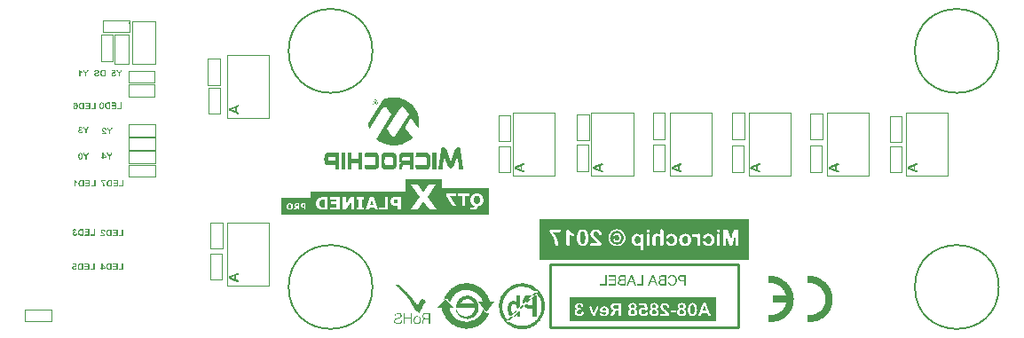
<source format=gbo>
G04 Layer_Color=32896*
%FSLAX43Y43*%
%MOMM*%
G71*
G01*
G75*
%ADD13C,0.200*%
%ADD14C,0.254*%
%ADD28C,0.100*%
%ADD45C,0.150*%
G36*
X42003Y16086D02*
X41633D01*
Y17673D01*
X42003D01*
Y16086D01*
D02*
G37*
G36*
X39813D02*
X39476D01*
Y16501D01*
X38886D01*
X38828Y16494D01*
X38795Y16475D01*
X38776Y16449D01*
X38769Y16442D01*
X38763Y16423D01*
Y16397D01*
X38757Y16345D01*
Y16319D01*
Y16293D01*
Y16280D01*
Y16274D01*
Y16086D01*
X38420D01*
Y16352D01*
X38426Y16455D01*
X38446Y16533D01*
X38478Y16591D01*
X38510Y16637D01*
X38543Y16669D01*
X38575Y16689D01*
X38595Y16702D01*
X38601D01*
Y16708D01*
X38543Y16747D01*
X38497Y16799D01*
X38465Y16864D01*
X38439Y16928D01*
X38426Y16993D01*
X38420Y17051D01*
Y17090D01*
Y17097D01*
Y17103D01*
Y17200D01*
X38426Y17285D01*
X38433Y17356D01*
X38446Y17421D01*
X38471Y17473D01*
X38491Y17518D01*
X38517Y17557D01*
X38549Y17589D01*
X38575Y17615D01*
X38633Y17648D01*
X38685Y17667D01*
X38724Y17673D01*
X39813D01*
Y16086D01*
D02*
G37*
G36*
X33320D02*
X32944D01*
Y17673D01*
X33320D01*
Y16086D01*
D02*
G37*
G36*
X10384Y15036D02*
X10393Y15036D01*
X10400Y15034D01*
X10406Y15032D01*
X10410Y15031D01*
X10413Y15029D01*
X10414D01*
X10420Y15025D01*
X10425Y15020D01*
X10427Y15013D01*
X10429Y15008D01*
X10431Y15001D01*
X10432Y14997D01*
Y14993D01*
Y14992D01*
X10431Y14983D01*
X10429Y14975D01*
X10427Y14967D01*
X10424Y14962D01*
X10421Y14957D01*
X10418Y14954D01*
X10416Y14952D01*
X10415Y14951D01*
X10408Y14948D01*
X10400Y14945D01*
X10382Y14941D01*
X10374Y14940D01*
X10367Y14939D01*
X10136D01*
X10156Y14914D01*
X10173Y14889D01*
X10189Y14866D01*
X10203Y14846D01*
X10208Y14837D01*
X10214Y14828D01*
X10218Y14821D01*
X10221Y14816D01*
X10225Y14810D01*
X10227Y14806D01*
X10228Y14804D01*
X10229Y14804D01*
X10243Y14779D01*
X10255Y14754D01*
X10266Y14732D01*
X10275Y14712D01*
X10279Y14704D01*
X10282Y14695D01*
X10285Y14688D01*
X10288Y14682D01*
X10290Y14678D01*
X10292Y14674D01*
X10293Y14672D01*
Y14671D01*
X10302Y14648D01*
X10309Y14627D01*
X10316Y14607D01*
X10321Y14592D01*
X10325Y14579D01*
X10328Y14569D01*
X10330Y14565D01*
Y14562D01*
X10330Y14561D01*
Y14560D01*
X10334Y14544D01*
X10337Y14530D01*
X10339Y14517D01*
X10340Y14507D01*
X10341Y14498D01*
X10342Y14492D01*
Y14488D01*
Y14487D01*
X10341Y14475D01*
X10339Y14464D01*
X10337Y14455D01*
X10333Y14448D01*
X10330Y14442D01*
X10329Y14438D01*
X10327Y14436D01*
X10326Y14435D01*
X10319Y14429D01*
X10313Y14424D01*
X10305Y14422D01*
X10299Y14419D01*
X10293Y14418D01*
X10289Y14417D01*
X10284D01*
X10275Y14418D01*
X10267Y14420D01*
X10259Y14422D01*
X10253Y14425D01*
X10248Y14428D01*
X10244Y14430D01*
X10243Y14432D01*
X10242Y14433D01*
X10236Y14440D01*
X10231Y14449D01*
X10222Y14469D01*
X10219Y14478D01*
X10218Y14485D01*
X10216Y14491D01*
Y14492D01*
Y14493D01*
X10214Y14500D01*
X10213Y14509D01*
X10210Y14526D01*
X10209Y14534D01*
X10208Y14540D01*
X10207Y14544D01*
Y14546D01*
X10206Y14558D01*
X10204Y14570D01*
X10202Y14579D01*
X10201Y14587D01*
X10200Y14594D01*
X10199Y14599D01*
X10198Y14602D01*
Y14603D01*
X10196Y14612D01*
X10194Y14621D01*
X10192Y14631D01*
X10189Y14639D01*
X10187Y14646D01*
X10185Y14653D01*
X10183Y14656D01*
Y14658D01*
X10174Y14685D01*
X10165Y14710D01*
X10157Y14731D01*
X10148Y14750D01*
X10145Y14757D01*
X10141Y14765D01*
X10138Y14771D01*
X10135Y14776D01*
X10133Y14779D01*
X10132Y14782D01*
X10131Y14784D01*
Y14785D01*
X10120Y14804D01*
X10109Y14821D01*
X10100Y14836D01*
X10091Y14849D01*
X10084Y14859D01*
X10079Y14866D01*
X10075Y14871D01*
X10074Y14873D01*
X10064Y14886D01*
X10056Y14898D01*
X10048Y14909D01*
X10040Y14918D01*
X10035Y14926D01*
X10030Y14932D01*
X10027Y14936D01*
X10026Y14937D01*
X10019Y14947D01*
X10013Y14957D01*
X10010Y14964D01*
X10007Y14972D01*
X10005Y14976D01*
X10004Y14981D01*
Y14983D01*
Y14984D01*
X10005Y14994D01*
X10007Y15002D01*
X10010Y15010D01*
X10013Y15015D01*
X10017Y15020D01*
X10020Y15023D01*
X10022Y15024D01*
X10023Y15025D01*
X10030Y15030D01*
X10039Y15033D01*
X10059Y15036D01*
X10068Y15037D01*
X10075Y15038D01*
X10374D01*
X10384Y15036D01*
D02*
G37*
G36*
X44173Y18192D02*
X44225Y18166D01*
X44264Y18127D01*
X44290Y18088D01*
X44309Y18043D01*
X44322Y18010D01*
X44329Y17985D01*
Y17972D01*
X44530Y16086D01*
X44141D01*
X44024Y17408D01*
X44018D01*
X43610Y16352D01*
X43577Y16293D01*
X43545Y16248D01*
X43506Y16216D01*
X43461Y16196D01*
X43422Y16183D01*
X43389Y16170D01*
X43363D01*
X43305Y16177D01*
X43260Y16196D01*
X43221Y16229D01*
X43189Y16261D01*
X43163Y16293D01*
X43143Y16326D01*
X43130Y16345D01*
Y16352D01*
X42722Y17427D01*
X42716D01*
X42605Y16086D01*
X42204D01*
X42417Y17952D01*
X42430Y18036D01*
X42463Y18095D01*
X42495Y18140D01*
X42528Y18166D01*
X42567Y18185D01*
X42599Y18192D01*
X42618Y18198D01*
X42625D01*
X42696Y18192D01*
X42754Y18166D01*
X42806Y18134D01*
X42845Y18095D01*
X42871Y18049D01*
X42897Y18017D01*
X42903Y17991D01*
X42910Y17985D01*
X43363Y16831D01*
X43370D01*
X43824Y17985D01*
X43862Y18056D01*
X43901Y18108D01*
X43953Y18146D01*
X43998Y18172D01*
X44044Y18185D01*
X44083Y18198D01*
X44115D01*
X44173Y18192D01*
D02*
G37*
G36*
X11004Y15044D02*
X11016Y15042D01*
X11027Y15039D01*
X11035Y15036D01*
X11040Y15032D01*
X11045Y15029D01*
X11048Y15027D01*
X11049Y15026D01*
X11054Y15019D01*
X11059Y15010D01*
X11062Y15000D01*
X11065Y14990D01*
X11065Y14982D01*
X11066Y14975D01*
Y14970D01*
Y14969D01*
Y14968D01*
Y14515D01*
Y14504D01*
X11065Y14495D01*
X11065Y14486D01*
X11064Y14479D01*
Y14473D01*
X11063Y14470D01*
X11062Y14467D01*
Y14466D01*
X11059Y14460D01*
X11056Y14454D01*
X11049Y14445D01*
X11042Y14439D01*
X11040Y14438D01*
X11040Y14437D01*
X11032Y14434D01*
X11024Y14432D01*
X11007Y14428D01*
X11000D01*
X10993Y14427D01*
X10808D01*
X10795Y14428D01*
X10782Y14429D01*
X10771Y14430D01*
X10761D01*
X10754Y14431D01*
X10750Y14432D01*
X10748D01*
X10735Y14435D01*
X10724Y14437D01*
X10713Y14440D01*
X10704Y14443D01*
X10696Y14446D01*
X10690Y14448D01*
X10685Y14449D01*
X10685Y14450D01*
X10663Y14461D01*
X10654Y14468D01*
X10646Y14473D01*
X10639Y14479D01*
X10635Y14483D01*
X10631Y14485D01*
X10630Y14486D01*
X10619Y14497D01*
X10609Y14509D01*
X10599Y14521D01*
X10592Y14531D01*
X10587Y14540D01*
X10582Y14546D01*
X10579Y14551D01*
X10578Y14553D01*
X10571Y14567D01*
X10565Y14582D01*
X10560Y14595D01*
X10556Y14608D01*
X10552Y14619D01*
X10550Y14628D01*
X10549Y14633D01*
Y14634D01*
Y14635D01*
X10545Y14653D01*
X10543Y14670D01*
X10541Y14688D01*
X10539Y14704D01*
Y14717D01*
X10538Y14728D01*
Y14731D01*
Y14734D01*
Y14736D01*
Y14737D01*
X10539Y14767D01*
X10542Y14796D01*
X10548Y14823D01*
X10553Y14848D01*
X10561Y14870D01*
X10569Y14891D01*
X10578Y14910D01*
X10587Y14926D01*
X10596Y14941D01*
X10605Y14953D01*
X10613Y14964D01*
X10621Y14973D01*
X10626Y14980D01*
X10631Y14985D01*
X10635Y14987D01*
X10636Y14988D01*
X10649Y15000D01*
X10664Y15009D01*
X10678Y15017D01*
X10690Y15023D01*
X10701Y15027D01*
X10710Y15030D01*
X10716Y15032D01*
X10717Y15033D01*
X10718D01*
X10735Y15036D01*
X10754Y15040D01*
X10772Y15042D01*
X10789Y15043D01*
X10805Y15044D01*
X10810Y15045D01*
X10991D01*
X11004Y15044D01*
D02*
G37*
G36*
X32731Y16086D02*
X32407D01*
Y16488D01*
X31616D01*
X31564Y16494D01*
X31525Y16507D01*
X31486Y16520D01*
X31454Y16540D01*
X31435Y16559D01*
X31415Y16578D01*
X31402Y16585D01*
Y16591D01*
X31370Y16650D01*
X31344Y16708D01*
X31331Y16779D01*
X31318Y16851D01*
X31312Y16909D01*
X31305Y16961D01*
Y16993D01*
Y17006D01*
Y17129D01*
Y17188D01*
X31312Y17246D01*
Y17291D01*
X31318Y17330D01*
X31324Y17362D01*
Y17388D01*
X31331Y17401D01*
Y17408D01*
X31370Y17499D01*
X31422Y17563D01*
X31480Y17609D01*
X31545Y17641D01*
X31603Y17661D01*
X31655Y17667D01*
X31687Y17673D01*
X32731D01*
Y16086D01*
D02*
G37*
G36*
X11584Y15044D02*
X11592Y15042D01*
X11598Y15041D01*
X11603Y15039D01*
X11607Y15037D01*
X11609Y15036D01*
X11610D01*
X11616Y15034D01*
X11621Y15029D01*
X11629Y15022D01*
X11631Y15017D01*
X11633Y15014D01*
X11635Y15012D01*
Y15012D01*
X11638Y15005D01*
X11640Y14998D01*
X11641Y14984D01*
X11642Y14977D01*
Y14973D01*
Y14969D01*
Y14968D01*
Y14503D01*
X11641Y14489D01*
X11640Y14477D01*
X11637Y14467D01*
X11633Y14459D01*
X11630Y14453D01*
X11628Y14448D01*
X11626Y14446D01*
X11625Y14445D01*
X11617Y14439D01*
X11608Y14435D01*
X11599Y14432D01*
X11589Y14429D01*
X11580Y14428D01*
X11573Y14427D01*
X11226D01*
X11216Y14428D01*
X11207Y14429D01*
X11200Y14431D01*
X11193Y14434D01*
X11188Y14436D01*
X11185Y14438D01*
X11183Y14439D01*
X11182Y14440D01*
X11177Y14446D01*
X11174Y14451D01*
X11171Y14458D01*
X11169Y14463D01*
X11168Y14469D01*
X11167Y14472D01*
Y14475D01*
Y14476D01*
X11168Y14485D01*
X11169Y14491D01*
X11172Y14497D01*
X11175Y14503D01*
X11177Y14507D01*
X11179Y14509D01*
X11181Y14511D01*
X11182Y14512D01*
X11188Y14517D01*
X11195Y14521D01*
X11202Y14522D01*
X11210Y14524D01*
X11216Y14525D01*
X11222Y14526D01*
X11518D01*
Y14703D01*
X11259D01*
X11249Y14704D01*
X11239Y14705D01*
X11232Y14706D01*
X11225Y14709D01*
X11221Y14712D01*
X11218Y14714D01*
X11216Y14715D01*
X11215Y14716D01*
X11211Y14721D01*
X11207Y14727D01*
X11205Y14732D01*
X11203Y14738D01*
X11202Y14742D01*
X11201Y14746D01*
Y14749D01*
Y14750D01*
X11202Y14757D01*
X11203Y14765D01*
X11206Y14770D01*
X11209Y14775D01*
X11212Y14779D01*
X11213Y14781D01*
X11215Y14783D01*
X11216Y14784D01*
X11222Y14789D01*
X11228Y14791D01*
X11243Y14795D01*
X11249Y14796D01*
X11254Y14797D01*
X11518D01*
Y14949D01*
X11236D01*
X11225Y14950D01*
X11217Y14950D01*
X11209Y14952D01*
X11203Y14955D01*
X11198Y14958D01*
X11195Y14960D01*
X11193Y14961D01*
X11192Y14962D01*
X11187Y14967D01*
X11184Y14973D01*
X11181Y14978D01*
X11179Y14984D01*
X11178Y14989D01*
X11177Y14993D01*
Y14996D01*
Y14997D01*
X11178Y15004D01*
X11179Y15012D01*
X11182Y15017D01*
X11185Y15022D01*
X11187Y15025D01*
X11189Y15028D01*
X11191Y15030D01*
X11192Y15031D01*
X11198Y15036D01*
X11205Y15039D01*
X11212Y15041D01*
X11220Y15043D01*
X11226Y15044D01*
X11232Y15045D01*
X11576D01*
X11584Y15044D01*
D02*
G37*
G36*
X12116Y15054D02*
X12124Y15052D01*
X12131Y15049D01*
X12138Y15046D01*
X12143Y15042D01*
X12147Y15038D01*
X12149Y15036D01*
X12150Y15036D01*
X12156Y15028D01*
X12159Y15019D01*
X12163Y15010D01*
X12165Y15000D01*
X12166Y14992D01*
X12167Y14986D01*
Y14981D01*
Y14979D01*
Y14503D01*
X12166Y14489D01*
X12164Y14477D01*
X12161Y14467D01*
X12157Y14459D01*
X12155Y14453D01*
X12152Y14448D01*
X12150Y14446D01*
X12149Y14445D01*
X12142Y14439D01*
X12132Y14435D01*
X12123Y14432D01*
X12113Y14429D01*
X12105Y14428D01*
X12097Y14427D01*
X11788D01*
X11777Y14428D01*
X11768Y14429D01*
X11761Y14432D01*
X11754Y14435D01*
X11749Y14436D01*
X11745Y14439D01*
X11743Y14440D01*
X11742Y14441D01*
X11737Y14447D01*
X11733Y14453D01*
X11729Y14459D01*
X11727Y14465D01*
X11727Y14470D01*
X11726Y14474D01*
Y14477D01*
Y14478D01*
X11727Y14486D01*
X11728Y14493D01*
X11731Y14499D01*
X11734Y14505D01*
X11737Y14509D01*
X11739Y14512D01*
X11741Y14514D01*
X11742Y14515D01*
X11749Y14520D01*
X11756Y14523D01*
X11763Y14526D01*
X11771Y14528D01*
X11778Y14529D01*
X11784Y14530D01*
X12042D01*
Y14979D01*
X12043Y14992D01*
X12045Y15004D01*
X12047Y15013D01*
X12050Y15022D01*
X12054Y15028D01*
X12057Y15032D01*
X12058Y15035D01*
X12059Y15036D01*
X12067Y15042D01*
X12074Y15047D01*
X12082Y15050D01*
X12089Y15052D01*
X12095Y15054D01*
X12101Y15055D01*
X12106D01*
X12116Y15054D01*
D02*
G37*
G36*
X8312Y15044D02*
X8324Y15042D01*
X8334Y15039D01*
X8343Y15036D01*
X8348Y15032D01*
X8353Y15029D01*
X8355Y15027D01*
X8356Y15026D01*
X8362Y15019D01*
X8367Y15010D01*
X8369Y15000D01*
X8372Y14990D01*
X8373Y14982D01*
X8374Y14975D01*
Y14970D01*
Y14969D01*
Y14968D01*
Y14515D01*
Y14504D01*
X8373Y14495D01*
X8372Y14486D01*
X8371Y14479D01*
Y14473D01*
X8370Y14470D01*
X8369Y14467D01*
Y14466D01*
X8367Y14460D01*
X8364Y14454D01*
X8356Y14445D01*
X8350Y14439D01*
X8348Y14438D01*
X8347Y14437D01*
X8340Y14434D01*
X8331Y14432D01*
X8315Y14428D01*
X8307D01*
X8301Y14427D01*
X8116D01*
X8102Y14428D01*
X8089Y14429D01*
X8078Y14430D01*
X8069D01*
X8061Y14431D01*
X8058Y14432D01*
X8056D01*
X8043Y14435D01*
X8032Y14437D01*
X8021Y14440D01*
X8012Y14443D01*
X8003Y14446D01*
X7998Y14448D01*
X7993Y14449D01*
X7992Y14450D01*
X7971Y14461D01*
X7962Y14468D01*
X7953Y14473D01*
X7947Y14479D01*
X7942Y14483D01*
X7939Y14485D01*
X7938Y14486D01*
X7926Y14497D01*
X7916Y14509D01*
X7907Y14521D01*
X7900Y14531D01*
X7894Y14540D01*
X7890Y14546D01*
X7887Y14551D01*
X7886Y14553D01*
X7878Y14567D01*
X7873Y14582D01*
X7867Y14595D01*
X7864Y14608D01*
X7860Y14619D01*
X7858Y14628D01*
X7856Y14633D01*
Y14634D01*
Y14635D01*
X7853Y14653D01*
X7851Y14670D01*
X7849Y14688D01*
X7847Y14704D01*
Y14717D01*
X7846Y14728D01*
Y14731D01*
Y14734D01*
Y14736D01*
Y14737D01*
X7847Y14767D01*
X7850Y14796D01*
X7855Y14823D01*
X7861Y14848D01*
X7868Y14870D01*
X7877Y14891D01*
X7886Y14910D01*
X7894Y14926D01*
X7903Y14941D01*
X7913Y14953D01*
X7921Y14964D01*
X7928Y14973D01*
X7934Y14980D01*
X7939Y14985D01*
X7942Y14987D01*
X7943Y14988D01*
X7957Y15000D01*
X7972Y15009D01*
X7986Y15017D01*
X7998Y15023D01*
X8009Y15027D01*
X8018Y15030D01*
X8024Y15032D01*
X8024Y15033D01*
X8025D01*
X8043Y15036D01*
X8061Y15040D01*
X8080Y15042D01*
X8097Y15043D01*
X8112Y15044D01*
X8118Y15045D01*
X8298D01*
X8312Y15044D01*
D02*
G37*
G36*
X41063Y17686D02*
X41096Y17680D01*
X41109D01*
X41167Y17667D01*
X41212Y17641D01*
X41258Y17609D01*
X41297Y17570D01*
X41355Y17479D01*
X41394Y17382D01*
X41413Y17285D01*
X41426Y17200D01*
X41433Y17168D01*
Y17142D01*
Y17129D01*
Y17123D01*
Y16643D01*
X41426Y16533D01*
X41413Y16442D01*
X41400Y16365D01*
X41381Y16306D01*
X41361Y16261D01*
X41342Y16229D01*
X41335Y16209D01*
X41329Y16203D01*
X41284Y16157D01*
X41225Y16125D01*
X41160Y16105D01*
X41096Y16092D01*
X41037Y16080D01*
X40992Y16073D01*
X40350D01*
X40273Y16080D01*
X40208Y16086D01*
X40156Y16105D01*
X40111Y16125D01*
X40085Y16138D01*
X40065Y16157D01*
X40052Y16164D01*
Y16170D01*
X40039Y16203D01*
X40027Y16248D01*
X40014Y16352D01*
X40007Y16397D01*
Y16436D01*
Y16462D01*
Y16475D01*
X40895D01*
X40934Y16481D01*
X40973Y16488D01*
X40998Y16501D01*
X41024Y16514D01*
X41050Y16540D01*
X41057Y16553D01*
X41063Y16578D01*
X41070Y16611D01*
X41076Y16695D01*
X41083Y16727D01*
Y16760D01*
Y16786D01*
Y16792D01*
Y16967D01*
Y17032D01*
X41076Y17090D01*
X41063Y17136D01*
X41057Y17168D01*
X41044Y17194D01*
X41037Y17207D01*
X41031Y17220D01*
X40985Y17259D01*
X40940Y17278D01*
X40901Y17285D01*
X40027D01*
X40033Y17395D01*
X40039Y17479D01*
X40052Y17544D01*
X40072Y17589D01*
X40091Y17622D01*
X40104Y17641D01*
X40111Y17654D01*
X40117D01*
X40130Y17661D01*
X40150Y17667D01*
X40208Y17680D01*
X40279Y17686D01*
X40357D01*
X40435Y17693D01*
X41011D01*
X41063Y17686D01*
D02*
G37*
G36*
X37823D02*
X37888Y17680D01*
X37914Y17673D01*
X37934D01*
X37940Y17667D01*
X37947D01*
X37992Y17648D01*
X38037Y17622D01*
X38070Y17589D01*
X38102Y17550D01*
X38154Y17466D01*
X38186Y17369D01*
X38206Y17278D01*
X38212Y17200D01*
X38219Y17168D01*
Y17142D01*
Y17129D01*
Y17123D01*
Y16643D01*
X38212Y16546D01*
X38206Y16455D01*
X38193Y16384D01*
X38173Y16332D01*
X38160Y16287D01*
X38147Y16254D01*
X38141Y16235D01*
X38134Y16229D01*
X38083Y16177D01*
X38024Y16138D01*
X37960Y16112D01*
X37895Y16092D01*
X37836Y16080D01*
X37785Y16073D01*
X37201D01*
X37098Y16080D01*
X37059Y16086D01*
X37026Y16092D01*
X37001D01*
X36981Y16099D01*
X36968Y16105D01*
X36962D01*
X36923Y16125D01*
X36884Y16157D01*
X36826Y16229D01*
X36787Y16319D01*
X36754Y16410D01*
X36741Y16501D01*
X36735Y16572D01*
X36728Y16604D01*
Y16624D01*
Y16637D01*
Y16643D01*
Y17123D01*
X36735Y17226D01*
X36741Y17311D01*
X36761Y17382D01*
X36780Y17447D01*
X36800Y17492D01*
X36813Y17524D01*
X36826Y17544D01*
X36832Y17550D01*
X36877Y17596D01*
X36929Y17635D01*
X36994Y17661D01*
X37052Y17673D01*
X37111Y17686D01*
X37156Y17693D01*
X37739D01*
X37823Y17686D01*
D02*
G37*
G36*
X36191Y17680D02*
X36242Y17673D01*
X36281Y17661D01*
X36314Y17648D01*
X36333Y17641D01*
X36346Y17628D01*
X36353D01*
X36385Y17602D01*
X36417Y17570D01*
X36463Y17499D01*
X36502Y17414D01*
X36521Y17330D01*
X36534Y17246D01*
X36541Y17181D01*
X36547Y17155D01*
Y17136D01*
Y17123D01*
Y17116D01*
Y16637D01*
X36541Y16546D01*
X36534Y16462D01*
X36521Y16397D01*
X36508Y16339D01*
X36495Y16300D01*
X36482Y16267D01*
X36469Y16248D01*
Y16242D01*
X36424Y16183D01*
X36366Y16144D01*
X36294Y16112D01*
X36230Y16092D01*
X36165Y16080D01*
X36113Y16073D01*
X35465D01*
X35387Y16080D01*
X35322Y16086D01*
X35271Y16099D01*
X35232Y16118D01*
X35206Y16131D01*
X35186Y16144D01*
X35173Y16151D01*
Y16157D01*
X35154Y16190D01*
X35141Y16235D01*
X35134Y16287D01*
X35128Y16339D01*
X35122Y16391D01*
Y16436D01*
Y16462D01*
Y16475D01*
X36009D01*
X36042Y16481D01*
X36074Y16488D01*
X36119Y16527D01*
X36158Y16578D01*
X36178Y16637D01*
X36191Y16695D01*
X36197Y16740D01*
X36204Y16779D01*
Y16786D01*
Y16792D01*
Y16967D01*
Y17026D01*
X36197Y17071D01*
X36184Y17116D01*
X36171Y17155D01*
X36139Y17213D01*
X36100Y17246D01*
X36068Y17272D01*
X36035Y17278D01*
X36009Y17285D01*
X36003D01*
X35134Y17265D01*
Y17324D01*
Y17375D01*
X35141Y17421D01*
Y17453D01*
X35147Y17486D01*
Y17505D01*
X35154Y17511D01*
Y17518D01*
X35167Y17563D01*
X35186Y17596D01*
X35206Y17622D01*
X35232Y17648D01*
X35277Y17667D01*
X35290Y17673D01*
X35296D01*
X35322Y17680D01*
X35355Y17686D01*
X35433Y17693D01*
X36132D01*
X36191Y17680D01*
D02*
G37*
G36*
X12065Y10355D02*
X12073Y10353D01*
X12081Y10349D01*
X12087Y10347D01*
X12093Y10343D01*
X12096Y10339D01*
X12098Y10337D01*
X12099Y10337D01*
X12105Y10329D01*
X12108Y10320D01*
X12112Y10311D01*
X12114Y10301D01*
X12115Y10293D01*
X12116Y10287D01*
Y10282D01*
Y10280D01*
Y9804D01*
X12115Y9790D01*
X12113Y9778D01*
X12110Y9768D01*
X12107Y9760D01*
X12104Y9754D01*
X12101Y9749D01*
X12099Y9747D01*
X12098Y9746D01*
X12091Y9740D01*
X12082Y9736D01*
X12072Y9733D01*
X12062Y9730D01*
X12054Y9729D01*
X12046Y9728D01*
X11738D01*
X11727Y9729D01*
X11717Y9730D01*
X11710Y9733D01*
X11703Y9736D01*
X11698Y9737D01*
X11694Y9740D01*
X11692Y9741D01*
X11691Y9742D01*
X11686Y9748D01*
X11682Y9754D01*
X11678Y9760D01*
X11677Y9766D01*
X11676Y9771D01*
X11675Y9775D01*
Y9778D01*
Y9779D01*
X11676Y9787D01*
X11678Y9794D01*
X11680Y9800D01*
X11683Y9806D01*
X11686Y9810D01*
X11689Y9813D01*
X11691Y9815D01*
X11691Y9816D01*
X11698Y9821D01*
X11705Y9824D01*
X11713Y9827D01*
X11720Y9829D01*
X11727Y9830D01*
X11733Y9831D01*
X11991D01*
Y10280D01*
X11992Y10293D01*
X11994Y10305D01*
X11997Y10314D01*
X11999Y10323D01*
X12003Y10329D01*
X12006Y10333D01*
X12008Y10336D01*
X12009Y10337D01*
X12016Y10343D01*
X12023Y10348D01*
X12031Y10351D01*
X12038Y10353D01*
X12045Y10355D01*
X12050Y10356D01*
X12055D01*
X12065Y10355D01*
D02*
G37*
G36*
X10205Y10349D02*
X10222Y10347D01*
X10238Y10344D01*
X10252Y10341D01*
X10263Y10338D01*
X10271Y10336D01*
X10277Y10334D01*
X10278Y10333D01*
X10279D01*
X10293Y10326D01*
X10306Y10320D01*
X10317Y10313D01*
X10327Y10306D01*
X10334Y10300D01*
X10340Y10296D01*
X10343Y10292D01*
X10344Y10291D01*
X10354Y10282D01*
X10361Y10272D01*
X10368Y10263D01*
X10373Y10253D01*
X10378Y10246D01*
X10380Y10240D01*
X10382Y10237D01*
X10383Y10235D01*
X10388Y10223D01*
X10391Y10212D01*
X10393Y10202D01*
X10394Y10192D01*
X10395Y10185D01*
X10396Y10179D01*
Y10175D01*
Y10174D01*
X10395Y10166D01*
X10394Y10158D01*
X10392Y10152D01*
X10389Y10146D01*
X10387Y10141D01*
X10384Y10139D01*
X10383Y10137D01*
X10382Y10136D01*
X10377Y10131D01*
X10371Y10128D01*
X10365Y10126D01*
X10359Y10124D01*
X10355Y10123D01*
X10351Y10122D01*
X10347D01*
X10339Y10123D01*
X10331Y10125D01*
X10325Y10127D01*
X10320Y10129D01*
X10316Y10132D01*
X10313Y10135D01*
X10312Y10136D01*
X10311Y10137D01*
X10306Y10143D01*
X10302Y10151D01*
X10295Y10165D01*
X10293Y10171D01*
X10291Y10176D01*
X10289Y10179D01*
Y10180D01*
X10285Y10190D01*
X10282Y10198D01*
X10280Y10204D01*
X10278Y10209D01*
X10276Y10212D01*
X10275Y10214D01*
X10274Y10215D01*
X10268Y10224D01*
X10261Y10232D01*
X10255Y10239D01*
X10247Y10244D01*
X10232Y10252D01*
X10219Y10258D01*
X10207Y10262D01*
X10196Y10264D01*
X10193Y10264D01*
X10187D01*
X10178Y10264D01*
X10169Y10263D01*
X10160Y10261D01*
X10153Y10259D01*
X10147Y10256D01*
X10143Y10254D01*
X10140Y10253D01*
X10139Y10252D01*
X10131Y10248D01*
X10124Y10242D01*
X10118Y10237D01*
X10113Y10231D01*
X10109Y10227D01*
X10107Y10223D01*
X10105Y10220D01*
X10104Y10219D01*
X10099Y10211D01*
X10097Y10203D01*
X10094Y10194D01*
X10093Y10187D01*
X10092Y10180D01*
X10091Y10176D01*
Y10172D01*
Y10171D01*
X10092Y10162D01*
X10093Y10153D01*
X10095Y10144D01*
X10097Y10136D01*
X10099Y10129D01*
X10101Y10125D01*
X10102Y10121D01*
X10103Y10120D01*
X10108Y10111D01*
X10113Y10102D01*
X10120Y10092D01*
X10125Y10085D01*
X10130Y10079D01*
X10134Y10074D01*
X10137Y10070D01*
X10138Y10069D01*
X10147Y10060D01*
X10157Y10051D01*
X10167Y10043D01*
X10175Y10035D01*
X10183Y10030D01*
X10190Y10025D01*
X10194Y10021D01*
X10195Y10020D01*
X10204Y10014D01*
X10214Y10006D01*
X10224Y9996D01*
X10235Y9987D01*
X10244Y9979D01*
X10253Y9971D01*
X10258Y9967D01*
X10259Y9966D01*
X10260Y9965D01*
X10278Y9949D01*
X10295Y9933D01*
X10312Y9916D01*
X10328Y9900D01*
X10342Y9886D01*
X10347Y9881D01*
X10353Y9876D01*
X10356Y9872D01*
X10359Y9869D01*
X10361Y9867D01*
X10362Y9866D01*
X10367Y9860D01*
X10371Y9854D01*
X10379Y9841D01*
X10382Y9835D01*
X10385Y9831D01*
X10386Y9827D01*
X10387Y9826D01*
X10391Y9817D01*
X10393Y9810D01*
X10395Y9803D01*
X10396Y9797D01*
X10397Y9793D01*
X10398Y9789D01*
Y9787D01*
Y9786D01*
X10397Y9778D01*
X10395Y9770D01*
X10392Y9762D01*
X10389Y9757D01*
X10386Y9751D01*
X10383Y9748D01*
X10381Y9746D01*
X10380Y9745D01*
X10373Y9739D01*
X10365Y9736D01*
X10356Y9732D01*
X10348Y9730D01*
X10342Y9729D01*
X10336Y9728D01*
X10021D01*
X10011Y9729D01*
X10002Y9730D01*
X9996Y9733D01*
X9989Y9736D01*
X9985Y9737D01*
X9982Y9740D01*
X9980Y9741D01*
X9979Y9742D01*
X9975Y9748D01*
X9971Y9753D01*
X9969Y9760D01*
X9967Y9765D01*
X9966Y9770D01*
X9965Y9774D01*
Y9776D01*
Y9777D01*
X9966Y9786D01*
X9968Y9792D01*
X9971Y9798D01*
X9974Y9804D01*
X9977Y9808D01*
X9980Y9810D01*
X9982Y9812D01*
X9983Y9813D01*
X9989Y9818D01*
X9998Y9822D01*
X10006Y9823D01*
X10014Y9825D01*
X10022Y9826D01*
X10027Y9827D01*
X10253D01*
X10244Y9838D01*
X10238Y9847D01*
X10233Y9852D01*
X10232Y9853D01*
Y9854D01*
X10227Y9859D01*
X10221Y9866D01*
X10208Y9879D01*
X10195Y9892D01*
X10180Y9905D01*
X10167Y9917D01*
X10156Y9926D01*
X10151Y9930D01*
X10148Y9933D01*
X10146Y9933D01*
X10146Y9934D01*
X10123Y9953D01*
X10105Y9968D01*
X10089Y9982D01*
X10076Y9992D01*
X10067Y10000D01*
X10061Y10006D01*
X10056Y10009D01*
X10055Y10010D01*
X10045Y10020D01*
X10036Y10031D01*
X10026Y10043D01*
X10019Y10054D01*
X10012Y10063D01*
X10007Y10070D01*
X10003Y10076D01*
X10002Y10078D01*
X9993Y10094D01*
X9987Y10111D01*
X9982Y10127D01*
X9979Y10141D01*
X9976Y10154D01*
X9975Y10164D01*
Y10167D01*
Y10170D01*
Y10172D01*
Y10173D01*
X9976Y10185D01*
X9977Y10197D01*
X9979Y10208D01*
X9982Y10217D01*
X9985Y10226D01*
X9987Y10231D01*
X9987Y10236D01*
X9988Y10237D01*
X9993Y10248D01*
X9999Y10259D01*
X10005Y10268D01*
X10011Y10276D01*
X10015Y10282D01*
X10020Y10288D01*
X10023Y10290D01*
X10024Y10291D01*
X10032Y10300D01*
X10041Y10307D01*
X10049Y10313D01*
X10058Y10319D01*
X10065Y10324D01*
X10071Y10326D01*
X10074Y10328D01*
X10075Y10329D01*
X10093Y10336D01*
X10111Y10341D01*
X10130Y10345D01*
X10147Y10347D01*
X10162Y10349D01*
X10169D01*
X10174Y10349D01*
X10185D01*
X10205Y10349D01*
D02*
G37*
G36*
X68645Y1562D02*
X54689D01*
Y3840D01*
X68645D01*
Y1562D01*
D02*
G37*
G36*
X7566Y7082D02*
X7577Y7081D01*
X7586Y7078D01*
X7592Y7075D01*
X7598Y7072D01*
X7602Y7070D01*
X7604Y7068D01*
X7605Y7067D01*
X7611Y7059D01*
X7615Y7052D01*
X7622Y7034D01*
X7625Y7026D01*
X7627Y7020D01*
X7627Y7016D01*
Y7014D01*
X7663Y6813D01*
X7664Y6804D01*
X7665Y6797D01*
X7666Y6792D01*
Y6788D01*
X7667Y6786D01*
Y6785D01*
Y6784D01*
X7666Y6777D01*
X7664Y6771D01*
X7659Y6761D01*
X7656Y6756D01*
X7654Y6753D01*
X7652Y6752D01*
X7652Y6751D01*
X7645Y6746D01*
X7639Y6742D01*
X7632Y6739D01*
X7627Y6738D01*
X7622Y6737D01*
X7618Y6736D01*
X7615D01*
X7607Y6737D01*
X7599Y6739D01*
X7591Y6742D01*
X7583Y6747D01*
X7577Y6751D01*
X7571Y6753D01*
X7567Y6756D01*
X7566Y6757D01*
X7556Y6764D01*
X7547Y6771D01*
X7539Y6776D01*
X7532Y6781D01*
X7528Y6785D01*
X7524Y6787D01*
X7522Y6788D01*
X7521D01*
X7515Y6791D01*
X7506Y6794D01*
X7490Y6797D01*
X7481Y6798D01*
X7469D01*
X7458Y6797D01*
X7448Y6796D01*
X7440Y6793D01*
X7431Y6790D01*
X7425Y6788D01*
X7420Y6786D01*
X7417Y6784D01*
X7416Y6783D01*
X7407Y6777D01*
X7400Y6771D01*
X7394Y6764D01*
X7388Y6756D01*
X7383Y6751D01*
X7381Y6745D01*
X7379Y6741D01*
X7378Y6740D01*
X7373Y6729D01*
X7370Y6717D01*
X7367Y6706D01*
X7365Y6695D01*
X7364Y6686D01*
X7363Y6678D01*
Y6673D01*
Y6672D01*
Y6671D01*
X7364Y6657D01*
X7365Y6645D01*
X7368Y6634D01*
X7370Y6624D01*
X7372Y6616D01*
X7375Y6610D01*
X7376Y6605D01*
X7377Y6605D01*
X7382Y6594D01*
X7388Y6585D01*
X7394Y6577D01*
X7401Y6570D01*
X7406Y6565D01*
X7411Y6561D01*
X7414Y6559D01*
X7415Y6558D01*
X7424Y6553D01*
X7433Y6549D01*
X7443Y6545D01*
X7452Y6543D01*
X7460Y6543D01*
X7466Y6542D01*
X7471D01*
X7484Y6543D01*
X7496Y6544D01*
X7506Y6548D01*
X7517Y6552D01*
X7524Y6556D01*
X7530Y6559D01*
X7534Y6561D01*
X7535Y6562D01*
X7545Y6570D01*
X7554Y6580D01*
X7562Y6590D01*
X7569Y6599D01*
X7574Y6607D01*
X7578Y6614D01*
X7580Y6618D01*
X7581Y6620D01*
X7585Y6628D01*
X7589Y6634D01*
X7596Y6643D01*
X7605Y6651D01*
X7614Y6656D01*
X7622Y6659D01*
X7628Y6660D01*
X7632Y6661D01*
X7634D01*
X7641Y6660D01*
X7648Y6659D01*
X7653Y6656D01*
X7659Y6654D01*
X7663Y6651D01*
X7665Y6649D01*
X7667Y6647D01*
X7668Y6646D01*
X7673Y6641D01*
X7676Y6635D01*
X7679Y6626D01*
X7680Y6621D01*
X7681Y6618D01*
Y6617D01*
Y6616D01*
X7680Y6605D01*
X7678Y6594D01*
X7675Y6584D01*
X7671Y6574D01*
X7668Y6566D01*
X7664Y6559D01*
X7663Y6555D01*
X7662Y6553D01*
X7653Y6540D01*
X7643Y6528D01*
X7632Y6517D01*
X7621Y6507D01*
X7611Y6500D01*
X7602Y6494D01*
X7597Y6490D01*
X7596Y6489D01*
X7595D01*
X7577Y6480D01*
X7556Y6473D01*
X7536Y6468D01*
X7517Y6465D01*
X7499Y6463D01*
X7492Y6462D01*
X7485D01*
X7480Y6461D01*
X7473D01*
X7449Y6462D01*
X7426Y6466D01*
X7406Y6470D01*
X7389Y6476D01*
X7374Y6481D01*
X7369Y6483D01*
X7364Y6485D01*
X7360Y6487D01*
X7357Y6489D01*
X7356Y6490D01*
X7355D01*
X7336Y6502D01*
X7321Y6515D01*
X7307Y6528D01*
X7296Y6541D01*
X7286Y6552D01*
X7281Y6561D01*
X7278Y6565D01*
X7276Y6568D01*
X7275Y6568D01*
Y6569D01*
X7266Y6589D01*
X7259Y6608D01*
X7254Y6627D01*
X7251Y6643D01*
X7249Y6658D01*
X7248Y6665D01*
X7247Y6670D01*
Y6675D01*
Y6678D01*
Y6679D01*
Y6680D01*
X7248Y6696D01*
X7250Y6711D01*
X7252Y6724D01*
X7255Y6736D01*
X7259Y6745D01*
X7260Y6752D01*
X7262Y6757D01*
X7263Y6759D01*
X7269Y6772D01*
X7276Y6785D01*
X7283Y6795D01*
X7289Y6805D01*
X7296Y6813D01*
X7300Y6818D01*
X7304Y6822D01*
X7305Y6823D01*
X7315Y6832D01*
X7325Y6840D01*
X7335Y6848D01*
X7345Y6853D01*
X7354Y6858D01*
X7360Y6862D01*
X7365Y6863D01*
X7367Y6864D01*
X7380Y6870D01*
X7394Y6874D01*
X7406Y6876D01*
X7418Y6878D01*
X7427Y6879D01*
X7435Y6880D01*
X7442D01*
X7461Y6879D01*
X7480Y6875D01*
X7499Y6870D01*
X7517Y6864D01*
X7531Y6858D01*
X7537Y6855D01*
X7542Y6853D01*
X7547Y6850D01*
X7550Y6850D01*
X7552Y6848D01*
X7553D01*
X7529Y6984D01*
X7328D01*
X7317Y6985D01*
X7308Y6986D01*
X7300Y6988D01*
X7294Y6991D01*
X7288Y6994D01*
X7284Y6996D01*
X7283Y6997D01*
X7282Y6997D01*
X7276Y7003D01*
X7272Y7009D01*
X7269Y7015D01*
X7267Y7021D01*
X7266Y7025D01*
X7265Y7029D01*
Y7032D01*
Y7033D01*
X7266Y7042D01*
X7268Y7049D01*
X7272Y7057D01*
X7275Y7062D01*
X7285Y7071D01*
X7297Y7077D01*
X7310Y7081D01*
X7321Y7082D01*
X7324Y7083D01*
X7553D01*
X7566Y7082D01*
D02*
G37*
G36*
X10954Y10345D02*
X10966Y10343D01*
X10976Y10340D01*
X10984Y10337D01*
X10990Y10333D01*
X10994Y10330D01*
X10997Y10328D01*
X10998Y10327D01*
X11004Y10320D01*
X11008Y10311D01*
X11011Y10300D01*
X11014Y10291D01*
X11015Y10283D01*
X11016Y10276D01*
Y10271D01*
Y10270D01*
Y10269D01*
Y9816D01*
Y9805D01*
X11015Y9796D01*
X11014Y9787D01*
X11013Y9780D01*
Y9774D01*
X11012Y9771D01*
X11011Y9768D01*
Y9767D01*
X11008Y9761D01*
X11005Y9755D01*
X10998Y9746D01*
X10992Y9740D01*
X10990Y9739D01*
X10989Y9738D01*
X10981Y9735D01*
X10973Y9733D01*
X10956Y9729D01*
X10949D01*
X10943Y9728D01*
X10758D01*
X10744Y9729D01*
X10731Y9730D01*
X10720Y9731D01*
X10710D01*
X10703Y9732D01*
X10699Y9733D01*
X10698D01*
X10685Y9736D01*
X10673Y9738D01*
X10662Y9741D01*
X10653Y9744D01*
X10645Y9747D01*
X10639Y9749D01*
X10635Y9750D01*
X10634Y9751D01*
X10612Y9762D01*
X10603Y9769D01*
X10595Y9774D01*
X10588Y9780D01*
X10584Y9784D01*
X10580Y9786D01*
X10579Y9787D01*
X10568Y9798D01*
X10558Y9810D01*
X10549Y9822D01*
X10541Y9832D01*
X10536Y9841D01*
X10531Y9847D01*
X10528Y9852D01*
X10527Y9854D01*
X10520Y9868D01*
X10514Y9883D01*
X10509Y9896D01*
X10505Y9909D01*
X10502Y9920D01*
X10500Y9929D01*
X10498Y9934D01*
Y9935D01*
Y9936D01*
X10494Y9954D01*
X10492Y9971D01*
X10490Y9989D01*
X10489Y10005D01*
Y10018D01*
X10488Y10029D01*
Y10032D01*
Y10035D01*
Y10037D01*
Y10038D01*
X10489Y10068D01*
X10491Y10097D01*
X10497Y10124D01*
X10502Y10149D01*
X10510Y10171D01*
X10518Y10192D01*
X10527Y10211D01*
X10536Y10227D01*
X10545Y10242D01*
X10554Y10254D01*
X10563Y10265D01*
X10570Y10274D01*
X10575Y10281D01*
X10580Y10286D01*
X10584Y10288D01*
X10585Y10289D01*
X10599Y10300D01*
X10613Y10310D01*
X10627Y10318D01*
X10639Y10324D01*
X10650Y10328D01*
X10660Y10331D01*
X10665Y10333D01*
X10666Y10334D01*
X10667D01*
X10685Y10337D01*
X10703Y10341D01*
X10722Y10343D01*
X10738Y10344D01*
X10754Y10345D01*
X10759Y10346D01*
X10940D01*
X10954Y10345D01*
D02*
G37*
G36*
X11533D02*
X11541Y10343D01*
X11547Y10342D01*
X11552Y10340D01*
X11556Y10338D01*
X11558Y10337D01*
X11559D01*
X11565Y10335D01*
X11570Y10330D01*
X11578Y10323D01*
X11580Y10318D01*
X11582Y10315D01*
X11584Y10313D01*
Y10313D01*
X11587Y10306D01*
X11589Y10299D01*
X11591Y10285D01*
X11592Y10278D01*
Y10274D01*
Y10270D01*
Y10269D01*
Y9804D01*
X11591Y9790D01*
X11589Y9778D01*
X11586Y9768D01*
X11582Y9760D01*
X11580Y9754D01*
X11577Y9749D01*
X11575Y9747D01*
X11574Y9746D01*
X11567Y9740D01*
X11557Y9736D01*
X11548Y9733D01*
X11538Y9730D01*
X11530Y9729D01*
X11522Y9728D01*
X11176D01*
X11165Y9729D01*
X11156Y9730D01*
X11149Y9732D01*
X11142Y9735D01*
X11138Y9737D01*
X11134Y9739D01*
X11132Y9740D01*
X11131Y9741D01*
X11127Y9747D01*
X11123Y9752D01*
X11120Y9759D01*
X11118Y9764D01*
X11117Y9770D01*
X11116Y9774D01*
Y9776D01*
Y9777D01*
X11117Y9786D01*
X11118Y9792D01*
X11121Y9798D01*
X11124Y9804D01*
X11127Y9808D01*
X11128Y9810D01*
X11130Y9812D01*
X11131Y9813D01*
X11138Y9818D01*
X11144Y9822D01*
X11151Y9823D01*
X11159Y9825D01*
X11165Y9826D01*
X11171Y9827D01*
X11467D01*
Y10004D01*
X11208D01*
X11198Y10005D01*
X11188Y10006D01*
X11181Y10007D01*
X11175Y10010D01*
X11170Y10013D01*
X11167Y10015D01*
X11165Y10016D01*
X11164Y10017D01*
X11160Y10022D01*
X11156Y10028D01*
X11154Y10033D01*
X11152Y10039D01*
X11151Y10043D01*
X11151Y10047D01*
Y10050D01*
Y10051D01*
X11151Y10058D01*
X11152Y10066D01*
X11155Y10071D01*
X11158Y10076D01*
X11161Y10080D01*
X11163Y10082D01*
X11164Y10084D01*
X11165Y10085D01*
X11171Y10090D01*
X11177Y10092D01*
X11192Y10096D01*
X11198Y10097D01*
X11203Y10098D01*
X11467D01*
Y10250D01*
X11186D01*
X11175Y10251D01*
X11166Y10252D01*
X11158Y10253D01*
X11152Y10256D01*
X11147Y10259D01*
X11144Y10261D01*
X11142Y10262D01*
X11141Y10263D01*
X11137Y10268D01*
X11133Y10274D01*
X11130Y10279D01*
X11128Y10285D01*
X11127Y10290D01*
X11127Y10294D01*
Y10297D01*
Y10298D01*
X11127Y10305D01*
X11128Y10313D01*
X11131Y10318D01*
X11134Y10323D01*
X11137Y10326D01*
X11139Y10329D01*
X11140Y10331D01*
X11141Y10332D01*
X11147Y10337D01*
X11154Y10340D01*
X11162Y10342D01*
X11169Y10344D01*
X11176Y10345D01*
X11181Y10346D01*
X11525D01*
X11533Y10345D01*
D02*
G37*
G36*
X8261Y10365D02*
X8273Y10363D01*
X8283Y10360D01*
X8292Y10356D01*
X8297Y10353D01*
X8302Y10350D01*
X8305Y10348D01*
X8306Y10347D01*
X8311Y10340D01*
X8316Y10330D01*
X8319Y10320D01*
X8321Y10311D01*
X8322Y10303D01*
X8323Y10295D01*
Y10291D01*
Y10290D01*
Y10289D01*
Y9836D01*
Y9825D01*
X8322Y9815D01*
X8321Y9807D01*
X8320Y9800D01*
Y9794D01*
X8319Y9790D01*
X8319Y9788D01*
Y9787D01*
X8316Y9780D01*
X8313Y9775D01*
X8306Y9766D01*
X8299Y9760D01*
X8297Y9759D01*
X8296Y9758D01*
X8289Y9754D01*
X8281Y9753D01*
X8264Y9749D01*
X8257D01*
X8250Y9748D01*
X8065D01*
X8051Y9749D01*
X8038Y9750D01*
X8027Y9751D01*
X8018D01*
X8011Y9752D01*
X8007Y9753D01*
X8005D01*
X7992Y9755D01*
X7981Y9758D01*
X7970Y9761D01*
X7961Y9764D01*
X7952Y9766D01*
X7947Y9769D01*
X7942Y9770D01*
X7941Y9771D01*
X7920Y9782D01*
X7911Y9789D01*
X7903Y9794D01*
X7896Y9800D01*
X7891Y9803D01*
X7888Y9806D01*
X7887Y9807D01*
X7876Y9818D01*
X7866Y9830D01*
X7856Y9841D01*
X7849Y9852D01*
X7843Y9861D01*
X7839Y9867D01*
X7836Y9872D01*
X7835Y9874D01*
X7828Y9888D01*
X7822Y9902D01*
X7817Y9916D01*
X7813Y9929D01*
X7809Y9939D01*
X7807Y9949D01*
X7805Y9954D01*
Y9955D01*
Y9956D01*
X7802Y9974D01*
X7800Y9991D01*
X7798Y10009D01*
X7796Y10024D01*
Y10037D01*
X7795Y10048D01*
Y10052D01*
Y10055D01*
Y10057D01*
Y10058D01*
X7796Y10088D01*
X7799Y10117D01*
X7805Y10144D01*
X7810Y10169D01*
X7817Y10191D01*
X7826Y10212D01*
X7835Y10231D01*
X7843Y10247D01*
X7853Y10262D01*
X7862Y10274D01*
X7870Y10285D01*
X7878Y10293D01*
X7883Y10301D01*
X7888Y10305D01*
X7891Y10308D01*
X7892Y10309D01*
X7906Y10320D01*
X7921Y10330D01*
X7935Y10338D01*
X7947Y10343D01*
X7958Y10348D01*
X7967Y10351D01*
X7973Y10353D01*
X7974Y10354D01*
X7975D01*
X7992Y10357D01*
X8011Y10361D01*
X8029Y10363D01*
X8046Y10364D01*
X8062Y10365D01*
X8067Y10366D01*
X8247D01*
X8261Y10365D01*
D02*
G37*
G36*
X38102Y22948D02*
X38290Y22922D01*
X38471Y22890D01*
X38640Y22844D01*
X38795Y22792D01*
X38944Y22728D01*
X39081Y22663D01*
X39204Y22598D01*
X39314Y22533D01*
X39411Y22468D01*
X39495Y22410D01*
X39566Y22352D01*
X39625Y22306D01*
X39664Y22274D01*
X39690Y22248D01*
X39696Y22242D01*
X39813Y22118D01*
X39916Y21989D01*
X40007Y21853D01*
X40085Y21723D01*
X40143Y21594D01*
X40201Y21464D01*
X40247Y21334D01*
X40279Y21218D01*
X40305Y21108D01*
X40331Y21004D01*
X40344Y20913D01*
X40350Y20836D01*
X40357Y20777D01*
X40363Y20725D01*
Y20699D01*
Y20686D01*
X40357Y20563D01*
X40350Y20440D01*
X40338Y20337D01*
X40318Y20239D01*
X40305Y20162D01*
X40292Y20103D01*
X40286Y20064D01*
X40279Y20058D01*
Y20051D01*
X39586Y21017D01*
X39119Y20285D01*
X39081Y20213D01*
X39061Y20155D01*
X39055Y20123D01*
Y20110D01*
X39061Y20071D01*
X39068Y20039D01*
X39081Y20000D01*
X39087Y19974D01*
X39093Y19967D01*
X39722Y19099D01*
X39579Y18963D01*
X39437Y18846D01*
X39288Y18749D01*
X39139Y18658D01*
X38990Y18587D01*
X38841Y18529D01*
X38698Y18477D01*
X38569Y18438D01*
X38439Y18406D01*
X38329Y18380D01*
X38225Y18367D01*
X38134Y18354D01*
X38063Y18347D01*
X38011Y18341D01*
X37966D01*
X37778Y18347D01*
X37603Y18367D01*
X37435Y18399D01*
X37273Y18438D01*
X37117Y18490D01*
X36981Y18542D01*
X36845Y18600D01*
X36728Y18658D01*
X36618Y18717D01*
X36528Y18775D01*
X36443Y18827D01*
X36372Y18879D01*
X36320Y18918D01*
X36281Y18950D01*
X36255Y18969D01*
X36249Y18976D01*
X37733Y21315D01*
X37312Y21892D01*
X37273Y21944D01*
X37240Y21976D01*
X37201Y22002D01*
X37169Y22021D01*
X37143Y22034D01*
X37124Y22041D01*
X37104D01*
X37052Y22034D01*
X37014Y22015D01*
X36975Y21989D01*
X36942Y21963D01*
X36916Y21937D01*
X36890Y21911D01*
X36884Y21892D01*
X36877Y21885D01*
X35614Y19909D01*
X35582Y20019D01*
X35569Y20064D01*
X35556Y20110D01*
X35549Y20142D01*
X35543Y20168D01*
X35536Y20188D01*
Y20194D01*
X35517Y20291D01*
X35510Y20337D01*
X35504Y20375D01*
Y20401D01*
X35497Y20427D01*
Y20440D01*
Y20447D01*
X36949Y22760D01*
X37111Y22825D01*
X37273Y22870D01*
X37435Y22909D01*
X37584Y22928D01*
X37649Y22941D01*
X37713D01*
X37765Y22948D01*
X37811Y22954D01*
X37901D01*
X38102Y22948D01*
D02*
G37*
G36*
X34914Y16086D02*
X34603D01*
Y16689D01*
X33884D01*
Y16086D01*
X33553D01*
Y17673D01*
X33884D01*
Y17116D01*
X34603D01*
Y17673D01*
X34914D01*
Y16086D01*
D02*
G37*
G36*
X7510Y10367D02*
X7526Y10366D01*
X7540Y10364D01*
X7553Y10362D01*
X7563Y10359D01*
X7572Y10356D01*
X7576Y10355D01*
X7578Y10354D01*
X7592Y10349D01*
X7604Y10343D01*
X7615Y10338D01*
X7624Y10332D01*
X7632Y10327D01*
X7637Y10323D01*
X7641Y10320D01*
X7642Y10319D01*
X7651Y10311D01*
X7658Y10303D01*
X7665Y10295D01*
X7670Y10288D01*
X7675Y10282D01*
X7678Y10277D01*
X7680Y10274D01*
X7681Y10273D01*
X7685Y10264D01*
X7688Y10256D01*
X7691Y10248D01*
X7692Y10241D01*
X7693Y10235D01*
X7694Y10231D01*
Y10228D01*
Y10227D01*
X7693Y10219D01*
X7692Y10212D01*
X7689Y10206D01*
X7686Y10201D01*
X7684Y10196D01*
X7682Y10194D01*
X7681Y10192D01*
X7680Y10191D01*
X7674Y10186D01*
X7669Y10183D01*
X7663Y10181D01*
X7658Y10179D01*
X7655Y10178D01*
X7651Y10177D01*
X7648D01*
X7638Y10178D01*
X7630Y10180D01*
X7625Y10181D01*
X7623Y10182D01*
X7616Y10186D01*
X7611Y10191D01*
X7608Y10195D01*
X7608Y10196D01*
X7602Y10208D01*
X7596Y10219D01*
X7595Y10224D01*
X7593Y10228D01*
X7592Y10230D01*
Y10231D01*
X7585Y10244D01*
X7580Y10253D01*
X7578Y10256D01*
X7576Y10259D01*
X7574Y10260D01*
Y10261D01*
X7566Y10269D01*
X7557Y10275D01*
X7553Y10278D01*
X7550Y10280D01*
X7548Y10281D01*
X7547D01*
X7534Y10285D01*
X7520Y10287D01*
X7514Y10288D01*
X7505D01*
X7491Y10287D01*
X7480Y10284D01*
X7469Y10281D01*
X7461Y10276D01*
X7454Y10271D01*
X7449Y10268D01*
X7446Y10265D01*
X7445Y10264D01*
X7437Y10255D01*
X7432Y10245D01*
X7428Y10236D01*
X7425Y10228D01*
X7424Y10219D01*
X7423Y10214D01*
Y10210D01*
Y10208D01*
X7424Y10194D01*
X7427Y10181D01*
X7431Y10169D01*
X7437Y10159D01*
X7441Y10152D01*
X7446Y10147D01*
X7449Y10144D01*
X7450Y10143D01*
X7461Y10135D01*
X7473Y10130D01*
X7484Y10126D01*
X7494Y10123D01*
X7503Y10121D01*
X7510Y10121D01*
X7535D01*
X7545Y10120D01*
X7554Y10119D01*
X7562Y10117D01*
X7568Y10114D01*
X7573Y10111D01*
X7577Y10109D01*
X7579Y10109D01*
X7580Y10108D01*
X7584Y10103D01*
X7588Y10097D01*
X7591Y10092D01*
X7593Y10087D01*
X7594Y10083D01*
X7595Y10079D01*
Y10076D01*
Y10075D01*
X7594Y10068D01*
X7593Y10061D01*
X7591Y10056D01*
X7588Y10051D01*
X7586Y10048D01*
X7584Y10045D01*
X7584Y10044D01*
X7583Y10043D01*
X7577Y10039D01*
X7572Y10036D01*
X7559Y10034D01*
X7555Y10033D01*
X7550Y10032D01*
X7541D01*
X7533Y10033D01*
X7529D01*
X7526Y10034D01*
X7523D01*
X7512Y10035D01*
X7504Y10036D01*
X7498D01*
X7481Y10035D01*
X7465Y10031D01*
X7452Y10026D01*
X7442Y10022D01*
X7434Y10016D01*
X7427Y10011D01*
X7424Y10008D01*
X7423Y10007D01*
X7413Y9996D01*
X7407Y9983D01*
X7401Y9970D01*
X7399Y9958D01*
X7397Y9947D01*
X7395Y9938D01*
Y9934D01*
Y9931D01*
Y9930D01*
Y9929D01*
X7396Y9917D01*
X7398Y9906D01*
X7400Y9896D01*
X7403Y9888D01*
X7406Y9880D01*
X7409Y9875D01*
X7411Y9871D01*
X7412Y9870D01*
X7418Y9862D01*
X7424Y9853D01*
X7431Y9847D01*
X7437Y9841D01*
X7443Y9838D01*
X7448Y9835D01*
X7450Y9833D01*
X7451Y9832D01*
X7461Y9828D01*
X7469Y9826D01*
X7477Y9823D01*
X7486Y9822D01*
X7492Y9821D01*
X7497Y9820D01*
X7501D01*
X7517Y9821D01*
X7532Y9825D01*
X7544Y9829D01*
X7554Y9834D01*
X7562Y9840D01*
X7568Y9843D01*
X7572Y9847D01*
X7572Y9848D01*
X7582Y9860D01*
X7590Y9874D01*
X7598Y9889D01*
X7605Y9902D01*
X7610Y9915D01*
X7615Y9926D01*
X7617Y9930D01*
X7618Y9933D01*
X7619Y9935D01*
Y9936D01*
X7622Y9942D01*
X7627Y9948D01*
X7632Y9951D01*
X7633Y9952D01*
X7633D01*
X7642Y9957D01*
X7648Y9959D01*
X7654Y9960D01*
X7656D01*
X7664Y9959D01*
X7672Y9957D01*
X7679Y9955D01*
X7684Y9952D01*
X7689Y9949D01*
X7693Y9947D01*
X7694Y9945D01*
X7695Y9944D01*
X7701Y9938D01*
X7705Y9932D01*
X7707Y9925D01*
X7709Y9919D01*
X7710Y9913D01*
X7711Y9909D01*
Y9906D01*
Y9905D01*
X7710Y9898D01*
X7709Y9889D01*
X7705Y9874D01*
X7702Y9866D01*
X7700Y9861D01*
X7699Y9857D01*
X7698Y9856D01*
X7693Y9846D01*
X7686Y9836D01*
X7680Y9826D01*
X7673Y9817D01*
X7668Y9811D01*
X7663Y9805D01*
X7659Y9802D01*
X7658Y9801D01*
X7648Y9791D01*
X7637Y9782D01*
X7626Y9775D01*
X7616Y9768D01*
X7607Y9763D01*
X7599Y9759D01*
X7595Y9756D01*
X7593Y9755D01*
X7577Y9750D01*
X7562Y9745D01*
X7547Y9742D01*
X7533Y9740D01*
X7521Y9739D01*
X7510Y9738D01*
X7502D01*
X7484Y9739D01*
X7467Y9741D01*
X7451Y9742D01*
X7438Y9746D01*
X7427Y9749D01*
X7419Y9751D01*
X7413Y9753D01*
X7412Y9754D01*
X7397Y9760D01*
X7384Y9767D01*
X7372Y9774D01*
X7361Y9781D01*
X7352Y9788D01*
X7347Y9792D01*
X7342Y9796D01*
X7341Y9797D01*
X7330Y9808D01*
X7321Y9818D01*
X7314Y9829D01*
X7307Y9840D01*
X7302Y9848D01*
X7298Y9854D01*
X7296Y9859D01*
X7295Y9861D01*
X7290Y9875D01*
X7286Y9888D01*
X7283Y9900D01*
X7281Y9912D01*
X7280Y9921D01*
X7279Y9928D01*
Y9933D01*
Y9935D01*
X7280Y9947D01*
X7281Y9958D01*
X7283Y9968D01*
X7285Y9976D01*
X7288Y9984D01*
X7290Y9989D01*
X7290Y9993D01*
X7291Y9994D01*
X7296Y10004D01*
X7302Y10013D01*
X7307Y10022D01*
X7313Y10029D01*
X7317Y10036D01*
X7322Y10040D01*
X7325Y10043D01*
X7326Y10044D01*
X7334Y10052D01*
X7343Y10060D01*
X7352Y10067D01*
X7362Y10072D01*
X7369Y10078D01*
X7376Y10082D01*
X7379Y10084D01*
X7381Y10085D01*
X7369Y10096D01*
X7358Y10106D01*
X7350Y10116D01*
X7342Y10125D01*
X7336Y10133D01*
X7332Y10138D01*
X7329Y10143D01*
X7328Y10144D01*
X7322Y10156D01*
X7317Y10168D01*
X7314Y10180D01*
X7312Y10191D01*
X7311Y10201D01*
X7310Y10208D01*
Y10214D01*
Y10216D01*
X7311Y10228D01*
X7312Y10239D01*
X7314Y10249D01*
X7316Y10258D01*
X7319Y10266D01*
X7321Y10271D01*
X7322Y10275D01*
X7323Y10276D01*
X7327Y10286D01*
X7334Y10295D01*
X7339Y10304D01*
X7346Y10310D01*
X7351Y10316D01*
X7356Y10320D01*
X7359Y10323D01*
X7360Y10324D01*
X7369Y10331D01*
X7379Y10338D01*
X7389Y10343D01*
X7399Y10348D01*
X7407Y10352D01*
X7413Y10354D01*
X7417Y10355D01*
X7419Y10356D01*
X7432Y10360D01*
X7445Y10364D01*
X7457Y10366D01*
X7468Y10366D01*
X7478Y10367D01*
X7486Y10368D01*
X7493D01*
X7510Y10367D01*
D02*
G37*
G36*
X8841Y10365D02*
X8848Y10363D01*
X8855Y10362D01*
X8859Y10360D01*
X8864Y10358D01*
X8866Y10357D01*
X8867D01*
X8872Y10354D01*
X8878Y10350D01*
X8885Y10342D01*
X8888Y10338D01*
X8890Y10335D01*
X8892Y10333D01*
Y10332D01*
X8895Y10326D01*
X8896Y10318D01*
X8898Y10305D01*
X8899Y10298D01*
Y10293D01*
Y10290D01*
Y10289D01*
Y9824D01*
X8898Y9810D01*
X8896Y9798D01*
X8894Y9788D01*
X8890Y9779D01*
X8887Y9774D01*
X8884Y9769D01*
X8883Y9766D01*
X8882Y9766D01*
X8874Y9760D01*
X8865Y9755D01*
X8856Y9753D01*
X8846Y9750D01*
X8837Y9749D01*
X8830Y9748D01*
X8483D01*
X8473Y9749D01*
X8464Y9750D01*
X8456Y9752D01*
X8450Y9754D01*
X8445Y9757D01*
X8442Y9759D01*
X8440Y9760D01*
X8439Y9761D01*
X8434Y9766D01*
X8430Y9772D01*
X8428Y9778D01*
X8426Y9784D01*
X8425Y9790D01*
X8424Y9793D01*
Y9796D01*
Y9797D01*
X8425Y9805D01*
X8426Y9812D01*
X8429Y9818D01*
X8431Y9824D01*
X8434Y9827D01*
X8436Y9830D01*
X8438Y9832D01*
X8439Y9833D01*
X8445Y9838D01*
X8452Y9841D01*
X8459Y9843D01*
X8466Y9845D01*
X8473Y9846D01*
X8479Y9847D01*
X8774D01*
Y10023D01*
X8515D01*
X8505Y10024D01*
X8496Y10025D01*
X8489Y10027D01*
X8482Y10030D01*
X8478Y10033D01*
X8475Y10035D01*
X8473Y10036D01*
X8472Y10036D01*
X8467Y10042D01*
X8464Y10048D01*
X8462Y10053D01*
X8460Y10059D01*
X8459Y10063D01*
X8458Y10067D01*
Y10070D01*
Y10071D01*
X8459Y10078D01*
X8460Y10085D01*
X8463Y10091D01*
X8466Y10096D01*
X8468Y10099D01*
X8470Y10102D01*
X8472Y10104D01*
X8473Y10105D01*
X8479Y10109D01*
X8485Y10112D01*
X8500Y10116D01*
X8505Y10117D01*
X8511Y10118D01*
X8774D01*
Y10269D01*
X8493D01*
X8482Y10270D01*
X8474Y10271D01*
X8466Y10273D01*
X8460Y10276D01*
X8454Y10279D01*
X8452Y10281D01*
X8450Y10281D01*
X8449Y10282D01*
X8444Y10288D01*
X8441Y10293D01*
X8438Y10299D01*
X8436Y10305D01*
X8435Y10310D01*
X8434Y10314D01*
Y10317D01*
Y10318D01*
X8435Y10325D01*
X8436Y10332D01*
X8439Y10338D01*
X8442Y10342D01*
X8444Y10346D01*
X8446Y10349D01*
X8448Y10351D01*
X8449Y10352D01*
X8454Y10356D01*
X8462Y10360D01*
X8469Y10362D01*
X8477Y10364D01*
X8483Y10365D01*
X8489Y10366D01*
X8833D01*
X8841Y10365D01*
D02*
G37*
G36*
X9373Y10375D02*
X9381Y10373D01*
X9388Y10369D01*
X9395Y10366D01*
X9400Y10363D01*
X9404Y10359D01*
X9406Y10357D01*
X9407Y10356D01*
X9412Y10349D01*
X9416Y10340D01*
X9420Y10330D01*
X9422Y10321D01*
X9422Y10313D01*
X9423Y10306D01*
Y10302D01*
Y10300D01*
Y9824D01*
X9422Y9810D01*
X9421Y9798D01*
X9418Y9788D01*
X9414Y9779D01*
X9411Y9774D01*
X9409Y9769D01*
X9407Y9766D01*
X9406Y9766D01*
X9398Y9760D01*
X9389Y9755D01*
X9380Y9753D01*
X9370Y9750D01*
X9361Y9749D01*
X9354Y9748D01*
X9045D01*
X9034Y9749D01*
X9025Y9750D01*
X9018Y9753D01*
X9011Y9755D01*
X9005Y9757D01*
X9002Y9760D01*
X9000Y9761D01*
X8999Y9762D01*
X8993Y9767D01*
X8990Y9774D01*
X8986Y9779D01*
X8984Y9786D01*
X8983Y9790D01*
X8982Y9795D01*
Y9798D01*
Y9799D01*
X8983Y9807D01*
X8985Y9814D01*
X8988Y9820D01*
X8991Y9826D01*
X8993Y9830D01*
X8996Y9833D01*
X8998Y9835D01*
X8999Y9836D01*
X9005Y9840D01*
X9013Y9844D01*
X9020Y9847D01*
X9028Y9849D01*
X9035Y9850D01*
X9041Y9851D01*
X9299D01*
Y10300D01*
X9300Y10313D01*
X9301Y10325D01*
X9304Y10334D01*
X9307Y10342D01*
X9311Y10349D01*
X9313Y10353D01*
X9315Y10355D01*
X9316Y10356D01*
X9324Y10363D01*
X9331Y10367D01*
X9338Y10371D01*
X9346Y10373D01*
X9352Y10375D01*
X9358Y10376D01*
X9362D01*
X9373Y10375D01*
D02*
G37*
G36*
X36223Y22715D02*
X36281Y22689D01*
X36320Y22663D01*
X36327Y22656D01*
X36333Y22650D01*
X36359Y22624D01*
X36379Y22591D01*
X36404Y22533D01*
X36411Y22514D01*
X36417Y22494D01*
Y22481D01*
Y22475D01*
X36411Y22436D01*
X36404Y22397D01*
X36379Y22339D01*
X36353Y22300D01*
X36340Y22293D01*
Y22287D01*
X36307Y22261D01*
X36275Y22242D01*
X36210Y22222D01*
X36184Y22216D01*
X36165Y22209D01*
X36145D01*
X36061Y22222D01*
X35996Y22255D01*
X35951Y22293D01*
X35925Y22345D01*
X35906Y22391D01*
X35899Y22436D01*
X35893Y22462D01*
Y22475D01*
X35906Y22553D01*
X35931Y22617D01*
X35970Y22663D01*
X36016Y22689D01*
X36068Y22708D01*
X36106Y22721D01*
X36132Y22728D01*
X36184D01*
X36223Y22715D01*
D02*
G37*
G36*
X8892Y15044D02*
X8899Y15042D01*
X8906Y15041D01*
X8910Y15039D01*
X8915Y15037D01*
X8917Y15036D01*
X8918D01*
X8923Y15034D01*
X8929Y15029D01*
X8936Y15022D01*
X8939Y15017D01*
X8941Y15014D01*
X8943Y15012D01*
Y15012D01*
X8945Y15005D01*
X8947Y14998D01*
X8949Y14984D01*
X8950Y14977D01*
Y14973D01*
Y14969D01*
Y14968D01*
Y14503D01*
X8949Y14489D01*
X8947Y14477D01*
X8944Y14467D01*
X8941Y14459D01*
X8938Y14453D01*
X8935Y14448D01*
X8933Y14446D01*
X8932Y14445D01*
X8925Y14439D01*
X8916Y14435D01*
X8907Y14432D01*
X8896Y14429D01*
X8888Y14428D01*
X8881Y14427D01*
X8534D01*
X8524Y14428D01*
X8515Y14429D01*
X8507Y14431D01*
X8501Y14434D01*
X8496Y14436D01*
X8492Y14438D01*
X8490Y14439D01*
X8490Y14440D01*
X8485Y14446D01*
X8481Y14451D01*
X8478Y14458D01*
X8477Y14463D01*
X8476Y14469D01*
X8475Y14472D01*
Y14475D01*
Y14476D01*
X8476Y14485D01*
X8477Y14491D01*
X8479Y14497D01*
X8482Y14503D01*
X8485Y14507D01*
X8487Y14509D01*
X8489Y14511D01*
X8490Y14512D01*
X8496Y14517D01*
X8502Y14521D01*
X8510Y14522D01*
X8517Y14524D01*
X8524Y14525D01*
X8529Y14526D01*
X8825D01*
Y14703D01*
X8566D01*
X8556Y14704D01*
X8547Y14705D01*
X8539Y14706D01*
X8533Y14709D01*
X8528Y14712D01*
X8526Y14714D01*
X8524Y14715D01*
X8523Y14716D01*
X8518Y14721D01*
X8515Y14727D01*
X8513Y14732D01*
X8511Y14738D01*
X8510Y14742D01*
X8509Y14746D01*
Y14749D01*
Y14750D01*
X8510Y14757D01*
X8511Y14765D01*
X8514Y14770D01*
X8516Y14775D01*
X8519Y14779D01*
X8521Y14781D01*
X8523Y14783D01*
X8524Y14784D01*
X8529Y14789D01*
X8536Y14791D01*
X8551Y14795D01*
X8556Y14796D01*
X8562Y14797D01*
X8825D01*
Y14949D01*
X8544D01*
X8533Y14950D01*
X8525Y14950D01*
X8516Y14952D01*
X8511Y14955D01*
X8505Y14958D01*
X8502Y14960D01*
X8501Y14961D01*
X8500Y14962D01*
X8495Y14967D01*
X8491Y14973D01*
X8489Y14978D01*
X8487Y14984D01*
X8486Y14989D01*
X8485Y14993D01*
Y14996D01*
Y14997D01*
X8486Y15004D01*
X8487Y15012D01*
X8490Y15017D01*
X8492Y15022D01*
X8495Y15025D01*
X8497Y15028D01*
X8499Y15030D01*
X8500Y15031D01*
X8505Y15036D01*
X8513Y15039D01*
X8520Y15041D01*
X8527Y15043D01*
X8534Y15044D01*
X8539Y15045D01*
X8883D01*
X8892Y15044D01*
D02*
G37*
G36*
X10393Y25559D02*
X10405Y25558D01*
X10415Y25555D01*
X10424Y25551D01*
X10429Y25547D01*
X10434Y25545D01*
X10436Y25543D01*
X10437Y25542D01*
X10443Y25535D01*
X10448Y25525D01*
X10450Y25515D01*
X10453Y25506D01*
X10454Y25498D01*
X10455Y25490D01*
Y25486D01*
Y25485D01*
Y25484D01*
Y25031D01*
Y25020D01*
X10454Y25010D01*
X10453Y25002D01*
X10452Y24995D01*
Y24989D01*
X10451Y24985D01*
X10450Y24983D01*
Y24982D01*
X10448Y24975D01*
X10445Y24970D01*
X10437Y24960D01*
X10431Y24955D01*
X10429Y24954D01*
X10428Y24953D01*
X10421Y24949D01*
X10412Y24947D01*
X10396Y24944D01*
X10388D01*
X10382Y24943D01*
X10197D01*
X10183Y24944D01*
X10170Y24945D01*
X10159Y24946D01*
X10150D01*
X10142Y24947D01*
X10139Y24947D01*
X10137D01*
X10124Y24950D01*
X10113Y24953D01*
X10102Y24956D01*
X10093Y24959D01*
X10084Y24961D01*
X10079Y24964D01*
X10074Y24965D01*
X10073Y24966D01*
X10052Y24977D01*
X10043Y24983D01*
X10034Y24989D01*
X10028Y24995D01*
X10023Y24998D01*
X10019Y25001D01*
X10019Y25002D01*
X10007Y25013D01*
X9997Y25025D01*
X9988Y25036D01*
X9981Y25046D01*
X9975Y25056D01*
X9970Y25062D01*
X9968Y25067D01*
X9967Y25069D01*
X9959Y25082D01*
X9954Y25097D01*
X9948Y25111D01*
X9945Y25124D01*
X9941Y25134D01*
X9939Y25143D01*
X9937Y25149D01*
Y25150D01*
Y25151D01*
X9934Y25168D01*
X9932Y25186D01*
X9930Y25204D01*
X9928Y25219D01*
Y25232D01*
X9927Y25243D01*
Y25247D01*
Y25250D01*
Y25252D01*
Y25253D01*
X9928Y25283D01*
X9931Y25312D01*
X9936Y25339D01*
X9942Y25363D01*
X9949Y25386D01*
X9958Y25407D01*
X9967Y25425D01*
X9975Y25442D01*
X9984Y25457D01*
X9994Y25469D01*
X10002Y25480D01*
X10009Y25488D01*
X10015Y25496D01*
X10019Y25500D01*
X10023Y25503D01*
X10024Y25504D01*
X10038Y25515D01*
X10053Y25524D01*
X10067Y25533D01*
X10079Y25538D01*
X10090Y25543D01*
X10099Y25546D01*
X10105Y25547D01*
X10105Y25548D01*
X10106D01*
X10124Y25552D01*
X10142Y25556D01*
X10161Y25558D01*
X10178Y25559D01*
X10193Y25559D01*
X10199Y25560D01*
X10379D01*
X10393Y25559D01*
D02*
G37*
G36*
X9621Y25570D02*
X9644Y25567D01*
X9665Y25564D01*
X9684Y25560D01*
X9691Y25558D01*
X9699Y25556D01*
X9704Y25554D01*
X9710Y25553D01*
X9713Y25551D01*
X9716Y25550D01*
X9718Y25549D01*
X9719D01*
X9738Y25541D01*
X9753Y25531D01*
X9767Y25521D01*
X9778Y25510D01*
X9787Y25502D01*
X9793Y25495D01*
X9798Y25490D01*
X9799Y25489D01*
Y25488D01*
X9808Y25473D01*
X9814Y25458D01*
X9820Y25442D01*
X9823Y25428D01*
X9824Y25416D01*
X9825Y25406D01*
X9826Y25402D01*
Y25400D01*
Y25399D01*
Y25398D01*
X9825Y25378D01*
X9823Y25361D01*
X9818Y25346D01*
X9813Y25333D01*
X9809Y25322D01*
X9804Y25314D01*
X9801Y25310D01*
X9800Y25308D01*
X9790Y25295D01*
X9778Y25284D01*
X9767Y25274D01*
X9755Y25265D01*
X9746Y25259D01*
X9738Y25254D01*
X9732Y25252D01*
X9731Y25251D01*
X9730D01*
X9713Y25243D01*
X9693Y25237D01*
X9675Y25230D01*
X9657Y25225D01*
X9641Y25221D01*
X9635Y25219D01*
X9629Y25217D01*
X9625Y25216D01*
X9621Y25216D01*
X9619Y25215D01*
X9618D01*
X9601Y25211D01*
X9585Y25206D01*
X9571Y25203D01*
X9560Y25200D01*
X9551Y25197D01*
X9544Y25195D01*
X9540Y25194D01*
X9539Y25193D01*
X9529Y25189D01*
X9518Y25184D01*
X9510Y25179D01*
X9504Y25175D01*
X9498Y25170D01*
X9494Y25167D01*
X9492Y25165D01*
X9491Y25164D01*
X9484Y25156D01*
X9480Y25148D01*
X9476Y25140D01*
X9474Y25132D01*
X9472Y25125D01*
X9471Y25119D01*
Y25116D01*
Y25114D01*
X9473Y25100D01*
X9477Y25088D01*
X9482Y25077D01*
X9489Y25068D01*
X9495Y25060D01*
X9501Y25055D01*
X9505Y25051D01*
X9506Y25050D01*
X9520Y25042D01*
X9535Y25035D01*
X9551Y25031D01*
X9565Y25028D01*
X9578Y25026D01*
X9588Y25024D01*
X9597D01*
X9611Y25025D01*
X9624Y25026D01*
X9635Y25028D01*
X9644Y25031D01*
X9652Y25032D01*
X9657Y25034D01*
X9661Y25035D01*
X9662Y25036D01*
X9671Y25042D01*
X9678Y25046D01*
X9685Y25052D01*
X9690Y25057D01*
X9695Y25062D01*
X9698Y25066D01*
X9700Y25068D01*
X9701Y25069D01*
X9711Y25085D01*
X9714Y25094D01*
X9718Y25101D01*
X9721Y25108D01*
X9724Y25114D01*
X9725Y25118D01*
X9725Y25118D01*
X9729Y25128D01*
X9734Y25135D01*
X9738Y25142D01*
X9741Y25146D01*
X9745Y25150D01*
X9747Y25154D01*
X9749Y25155D01*
X9750Y25155D01*
X9755Y25160D01*
X9760Y25163D01*
X9771Y25167D01*
X9775Y25167D01*
X9779Y25168D01*
X9783D01*
X9791Y25167D01*
X9799Y25166D01*
X9806Y25163D01*
X9811Y25160D01*
X9816Y25157D01*
X9820Y25155D01*
X9822Y25153D01*
X9823Y25152D01*
X9828Y25145D01*
X9832Y25139D01*
X9835Y25133D01*
X9836Y25127D01*
X9837Y25122D01*
X9838Y25118D01*
Y25115D01*
Y25114D01*
X9837Y25099D01*
X9835Y25084D01*
X9830Y25070D01*
X9825Y25058D01*
X9821Y25048D01*
X9816Y25040D01*
X9813Y25034D01*
X9812Y25033D01*
Y25032D01*
X9801Y25018D01*
X9790Y25005D01*
X9779Y24994D01*
X9768Y24984D01*
X9759Y24977D01*
X9750Y24971D01*
X9746Y24968D01*
X9744Y24967D01*
X9721Y24956D01*
X9695Y24947D01*
X9670Y24941D01*
X9646Y24937D01*
X9636Y24935D01*
X9626Y24934D01*
X9616Y24934D01*
X9608D01*
X9603Y24933D01*
X9593D01*
X9566Y24934D01*
X9541Y24936D01*
X9518Y24941D01*
X9499Y24946D01*
X9491Y24947D01*
X9483Y24949D01*
X9477Y24952D01*
X9472Y24954D01*
X9468Y24956D01*
X9465Y24957D01*
X9463Y24958D01*
X9462D01*
X9443Y24968D01*
X9425Y24979D01*
X9411Y24991D01*
X9399Y25002D01*
X9390Y25011D01*
X9383Y25020D01*
X9379Y25025D01*
X9378Y25026D01*
Y25027D01*
X9368Y25045D01*
X9360Y25062D01*
X9356Y25079D01*
X9352Y25094D01*
X9350Y25107D01*
X9348Y25118D01*
Y25122D01*
Y25125D01*
Y25127D01*
Y25128D01*
X9349Y25144D01*
X9351Y25160D01*
X9354Y25173D01*
X9357Y25185D01*
X9359Y25194D01*
X9362Y25201D01*
X9364Y25204D01*
X9365Y25206D01*
X9371Y25218D01*
X9379Y25228D01*
X9387Y25238D01*
X9394Y25245D01*
X9401Y25252D01*
X9406Y25256D01*
X9410Y25259D01*
X9411Y25260D01*
X9423Y25267D01*
X9435Y25275D01*
X9447Y25280D01*
X9458Y25286D01*
X9468Y25290D01*
X9476Y25293D01*
X9481Y25295D01*
X9482Y25296D01*
X9483D01*
X9516Y25306D01*
X9531Y25311D01*
X9546Y25315D01*
X9559Y25318D01*
X9568Y25321D01*
X9572Y25322D01*
X9575D01*
X9577Y25323D01*
X9578D01*
X9592Y25326D01*
X9604Y25329D01*
X9615Y25332D01*
X9623Y25335D01*
X9629Y25337D01*
X9634Y25338D01*
X9637Y25339D01*
X9638D01*
X9651Y25343D01*
X9663Y25348D01*
X9667Y25351D01*
X9671Y25351D01*
X9673Y25353D01*
X9674D01*
X9686Y25362D01*
X9694Y25369D01*
X9700Y25375D01*
X9701Y25375D01*
X9701Y25376D01*
X9707Y25388D01*
X9710Y25398D01*
Y25402D01*
X9711Y25406D01*
Y25408D01*
Y25409D01*
X9710Y25420D01*
X9706Y25430D01*
X9701Y25438D01*
X9696Y25446D01*
X9690Y25452D01*
X9686Y25457D01*
X9682Y25460D01*
X9681Y25461D01*
X9669Y25468D01*
X9656Y25473D01*
X9643Y25476D01*
X9631Y25479D01*
X9620Y25481D01*
X9612Y25482D01*
X9603D01*
X9585Y25481D01*
X9570Y25479D01*
X9557Y25475D01*
X9546Y25472D01*
X9539Y25468D01*
X9533Y25464D01*
X9529Y25462D01*
X9529Y25461D01*
X9520Y25454D01*
X9512Y25445D01*
X9505Y25436D01*
X9499Y25427D01*
X9493Y25420D01*
X9490Y25413D01*
X9488Y25410D01*
X9487Y25408D01*
X9482Y25400D01*
X9478Y25392D01*
X9474Y25386D01*
X9470Y25380D01*
X9468Y25376D01*
X9465Y25374D01*
X9464Y25373D01*
X9463Y25372D01*
X9458Y25368D01*
X9453Y25366D01*
X9443Y25363D01*
X9438D01*
X9434Y25362D01*
X9431D01*
X9422Y25363D01*
X9415Y25364D01*
X9408Y25367D01*
X9403Y25371D01*
X9398Y25374D01*
X9394Y25376D01*
X9393Y25378D01*
X9392Y25379D01*
X9386Y25386D01*
X9382Y25393D01*
X9380Y25400D01*
X9378Y25406D01*
X9377Y25412D01*
X9376Y25416D01*
Y25419D01*
Y25420D01*
X9377Y25429D01*
X9378Y25437D01*
X9380Y25446D01*
X9382Y25453D01*
X9385Y25460D01*
X9387Y25464D01*
X9388Y25468D01*
X9389Y25469D01*
X9394Y25478D01*
X9400Y25487D01*
X9406Y25496D01*
X9413Y25503D01*
X9419Y25510D01*
X9424Y25514D01*
X9428Y25517D01*
X9429Y25518D01*
X9439Y25526D01*
X9451Y25534D01*
X9462Y25540D01*
X9473Y25546D01*
X9482Y25550D01*
X9490Y25553D01*
X9495Y25555D01*
X9496Y25556D01*
X9497D01*
X9513Y25560D01*
X9530Y25564D01*
X9546Y25567D01*
X9562Y25569D01*
X9575Y25570D01*
X9586Y25571D01*
X9595D01*
X9621Y25570D01*
D02*
G37*
G36*
X10960Y24836D02*
X10520D01*
Y24878D01*
X10960D01*
Y24836D01*
D02*
G37*
G36*
X7972Y25563D02*
X7977Y25561D01*
X7980Y25560D01*
X7985Y25557D01*
X7987Y25556D01*
X7990Y25552D01*
X7995Y25547D01*
X8000Y25540D01*
X8005Y25533D01*
X8010Y25526D01*
X8015Y25521D01*
X8017Y25517D01*
X8018Y25515D01*
X8027Y25503D01*
X8037Y25492D01*
X8045Y25482D01*
X8053Y25473D01*
X8061Y25466D01*
X8066Y25461D01*
X8071Y25457D01*
X8072Y25456D01*
X8084Y25447D01*
X8098Y25437D01*
X8111Y25429D01*
X8124Y25422D01*
X8136Y25415D01*
X8145Y25411D01*
X8149Y25409D01*
X8151Y25407D01*
X8152Y25406D01*
X8153D01*
X8165Y25400D01*
X8175Y25395D01*
X8184Y25390D01*
X8190Y25387D01*
X8195Y25383D01*
X8199Y25381D01*
X8200Y25380D01*
X8201Y25379D01*
X8206Y25375D01*
X8209Y25370D01*
X8212Y25360D01*
X8213Y25355D01*
X8214Y25351D01*
Y25349D01*
Y25348D01*
X8213Y25341D01*
X8212Y25335D01*
X8207Y25325D01*
X8205Y25321D01*
X8202Y25318D01*
X8201Y25316D01*
X8200Y25315D01*
X8195Y25311D01*
X8189Y25307D01*
X8185Y25305D01*
X8179Y25303D01*
X8175Y25302D01*
X8172Y25302D01*
X8169D01*
X8162Y25302D01*
X8152Y25305D01*
X8142Y25309D01*
X8131Y25314D01*
X8119Y25321D01*
X8107Y25327D01*
X8083Y25343D01*
X8071Y25351D01*
X8061Y25358D01*
X8051Y25364D01*
X8042Y25371D01*
X8035Y25376D01*
X8029Y25380D01*
X8026Y25383D01*
X8025Y25384D01*
Y25000D01*
X8024Y24988D01*
X8022Y24978D01*
X8020Y24970D01*
X8017Y24962D01*
X8015Y24957D01*
X8012Y24953D01*
X8011Y24950D01*
X8010Y24949D01*
X8003Y24944D01*
X7997Y24940D01*
X7990Y24936D01*
X7983Y24934D01*
X7978Y24934D01*
X7973Y24933D01*
X7968D01*
X7958Y24934D01*
X7949Y24936D01*
X7942Y24940D01*
X7935Y24946D01*
X7929Y24952D01*
X7924Y24959D01*
X7917Y24975D01*
X7913Y24990D01*
X7912Y24997D01*
X7911Y25004D01*
X7910Y25009D01*
Y25013D01*
Y25016D01*
Y25017D01*
Y25498D01*
X7911Y25510D01*
X7912Y25519D01*
X7915Y25527D01*
X7917Y25534D01*
X7919Y25539D01*
X7922Y25544D01*
X7923Y25546D01*
X7924Y25547D01*
X7929Y25552D01*
X7935Y25557D01*
X7942Y25559D01*
X7947Y25562D01*
X7953Y25563D01*
X7956Y25564D01*
X7966D01*
X7972Y25563D01*
D02*
G37*
G36*
X11306Y25554D02*
X11318Y25552D01*
X11327Y25549D01*
X11333Y25547D01*
X11339Y25544D01*
X11343Y25541D01*
X11345Y25539D01*
X11346Y25538D01*
X11352Y25531D01*
X11356Y25523D01*
X11363Y25506D01*
X11366Y25498D01*
X11368Y25491D01*
X11368Y25487D01*
Y25486D01*
X11404Y25284D01*
X11405Y25276D01*
X11406Y25268D01*
X11407Y25264D01*
Y25260D01*
X11408Y25257D01*
Y25256D01*
Y25255D01*
X11407Y25249D01*
X11405Y25242D01*
X11400Y25232D01*
X11397Y25228D01*
X11395Y25225D01*
X11393Y25223D01*
X11392Y25222D01*
X11386Y25217D01*
X11380Y25214D01*
X11373Y25211D01*
X11368Y25209D01*
X11363Y25208D01*
X11359Y25207D01*
X11355D01*
X11348Y25208D01*
X11340Y25211D01*
X11332Y25214D01*
X11324Y25218D01*
X11318Y25222D01*
X11312Y25225D01*
X11308Y25228D01*
X11307Y25228D01*
X11297Y25236D01*
X11288Y25242D01*
X11280Y25248D01*
X11273Y25253D01*
X11269Y25256D01*
X11265Y25258D01*
X11263Y25260D01*
X11262D01*
X11256Y25263D01*
X11247Y25265D01*
X11231Y25268D01*
X11222Y25269D01*
X11210D01*
X11199Y25268D01*
X11189Y25267D01*
X11181Y25265D01*
X11172Y25262D01*
X11166Y25259D01*
X11161Y25257D01*
X11158Y25255D01*
X11157Y25254D01*
X11148Y25249D01*
X11141Y25242D01*
X11135Y25235D01*
X11129Y25228D01*
X11124Y25222D01*
X11122Y25216D01*
X11120Y25213D01*
X11119Y25212D01*
X11114Y25201D01*
X11110Y25189D01*
X11108Y25178D01*
X11106Y25167D01*
X11105Y25157D01*
X11104Y25149D01*
Y25144D01*
Y25143D01*
Y25142D01*
X11105Y25129D01*
X11106Y25117D01*
X11109Y25106D01*
X11110Y25095D01*
X11113Y25087D01*
X11116Y25081D01*
X11117Y25077D01*
X11118Y25076D01*
X11123Y25066D01*
X11129Y25057D01*
X11135Y25048D01*
X11142Y25042D01*
X11147Y25036D01*
X11152Y25032D01*
X11155Y25031D01*
X11156Y25030D01*
X11165Y25024D01*
X11174Y25020D01*
X11184Y25017D01*
X11193Y25015D01*
X11201Y25014D01*
X11207Y25013D01*
X11212D01*
X11225Y25014D01*
X11237Y25016D01*
X11247Y25020D01*
X11257Y25023D01*
X11265Y25027D01*
X11271Y25031D01*
X11275Y25032D01*
X11276Y25033D01*
X11286Y25042D01*
X11295Y25052D01*
X11303Y25061D01*
X11310Y25070D01*
X11315Y25079D01*
X11319Y25085D01*
X11321Y25090D01*
X11322Y25092D01*
X11326Y25099D01*
X11330Y25106D01*
X11337Y25115D01*
X11346Y25122D01*
X11355Y25128D01*
X11363Y25130D01*
X11369Y25131D01*
X11373Y25132D01*
X11375D01*
X11382Y25131D01*
X11389Y25130D01*
X11394Y25128D01*
X11400Y25125D01*
X11404Y25122D01*
X11406Y25120D01*
X11408Y25118D01*
X11409Y25118D01*
X11414Y25112D01*
X11417Y25106D01*
X11420Y25097D01*
X11421Y25093D01*
X11422Y25090D01*
Y25088D01*
Y25087D01*
X11421Y25077D01*
X11419Y25066D01*
X11416Y25056D01*
X11412Y25045D01*
X11409Y25037D01*
X11405Y25031D01*
X11404Y25026D01*
X11403Y25024D01*
X11394Y25011D01*
X11384Y24999D01*
X11373Y24988D01*
X11362Y24979D01*
X11352Y24971D01*
X11343Y24965D01*
X11338Y24961D01*
X11337Y24960D01*
X11336D01*
X11318Y24951D01*
X11297Y24945D01*
X11277Y24939D01*
X11257Y24936D01*
X11240Y24934D01*
X11233Y24934D01*
X11226D01*
X11221Y24933D01*
X11214D01*
X11190Y24934D01*
X11167Y24937D01*
X11147Y24942D01*
X11130Y24947D01*
X11115Y24952D01*
X11110Y24955D01*
X11105Y24957D01*
X11101Y24959D01*
X11098Y24960D01*
X11097Y24961D01*
X11096D01*
X11077Y24973D01*
X11061Y24986D01*
X11048Y24999D01*
X11036Y25012D01*
X11027Y25023D01*
X11022Y25032D01*
X11019Y25036D01*
X11017Y25039D01*
X11016Y25040D01*
Y25041D01*
X11007Y25060D01*
X11000Y25080D01*
X10995Y25098D01*
X10992Y25115D01*
X10990Y25130D01*
X10989Y25136D01*
X10988Y25142D01*
Y25146D01*
Y25149D01*
Y25151D01*
Y25152D01*
X10989Y25167D01*
X10991Y25182D01*
X10993Y25195D01*
X10996Y25207D01*
X11000Y25216D01*
X11001Y25224D01*
X11003Y25228D01*
X11004Y25230D01*
X11010Y25243D01*
X11017Y25256D01*
X11024Y25266D01*
X11030Y25277D01*
X11036Y25284D01*
X11041Y25290D01*
X11045Y25293D01*
X11046Y25294D01*
X11056Y25303D01*
X11066Y25312D01*
X11076Y25319D01*
X11086Y25325D01*
X11095Y25329D01*
X11101Y25333D01*
X11106Y25335D01*
X11108Y25336D01*
X11121Y25341D01*
X11135Y25345D01*
X11147Y25348D01*
X11159Y25350D01*
X11168Y25351D01*
X11176Y25351D01*
X11183D01*
X11202Y25351D01*
X11221Y25347D01*
X11240Y25341D01*
X11257Y25336D01*
X11272Y25329D01*
X11278Y25326D01*
X11283Y25325D01*
X11288Y25322D01*
X11291Y25321D01*
X11293Y25319D01*
X11294D01*
X11269Y25456D01*
X11069D01*
X11058Y25457D01*
X11049Y25458D01*
X11041Y25460D01*
X11035Y25462D01*
X11029Y25465D01*
X11025Y25467D01*
X11024Y25468D01*
X11023Y25469D01*
X11017Y25474D01*
X11013Y25480D01*
X11010Y25486D01*
X11008Y25492D01*
X11007Y25497D01*
X11006Y25500D01*
Y25503D01*
Y25504D01*
X11007Y25513D01*
X11009Y25521D01*
X11012Y25528D01*
X11016Y25534D01*
X11026Y25543D01*
X11038Y25548D01*
X11051Y25552D01*
X11061Y25554D01*
X11065Y25555D01*
X11294D01*
X11306Y25554D01*
D02*
G37*
G36*
X11941Y25570D02*
X11948Y25568D01*
X11956Y25566D01*
X11962Y25563D01*
X11967Y25559D01*
X11970Y25558D01*
X11972Y25556D01*
X11973Y25555D01*
X11979Y25548D01*
X11982Y25543D01*
X11986Y25536D01*
X11988Y25531D01*
X11989Y25525D01*
X11990Y25522D01*
Y25519D01*
Y25518D01*
X11989Y25508D01*
X11985Y25498D01*
X11984Y25493D01*
X11982Y25489D01*
X11981Y25487D01*
Y25486D01*
X11978Y25479D01*
X11973Y25472D01*
X11965Y25455D01*
X11960Y25449D01*
X11956Y25443D01*
X11955Y25439D01*
X11954Y25437D01*
X11802Y25204D01*
Y25008D01*
X11801Y24995D01*
X11799Y24983D01*
X11796Y24973D01*
X11794Y24965D01*
X11791Y24959D01*
X11788Y24955D01*
X11786Y24952D01*
X11785Y24951D01*
X11778Y24945D01*
X11771Y24940D01*
X11763Y24937D01*
X11756Y24935D01*
X11749Y24934D01*
X11745Y24933D01*
X11740D01*
X11731Y24934D01*
X11722Y24935D01*
X11714Y24938D01*
X11708Y24942D01*
X11703Y24946D01*
X11698Y24948D01*
X11697Y24950D01*
X11696Y24951D01*
X11689Y24959D01*
X11685Y24968D01*
X11682Y24977D01*
X11679Y24987D01*
X11678Y24996D01*
X11677Y25002D01*
Y25007D01*
Y25008D01*
Y25204D01*
X11523Y25441D01*
X11516Y25451D01*
X11511Y25461D01*
X11506Y25468D01*
X11502Y25474D01*
X11500Y25480D01*
X11498Y25484D01*
X11496Y25486D01*
Y25486D01*
X11491Y25498D01*
X11489Y25509D01*
X11488Y25513D01*
Y25516D01*
Y25518D01*
Y25519D01*
X11489Y25526D01*
X11490Y25533D01*
X11492Y25539D01*
X11495Y25545D01*
X11499Y25548D01*
X11501Y25552D01*
X11502Y25554D01*
X11503Y25555D01*
X11510Y25560D01*
X11516Y25564D01*
X11523Y25567D01*
X11529Y25569D01*
X11535Y25570D01*
X11539Y25571D01*
X11543D01*
X11553Y25570D01*
X11562Y25568D01*
X11567Y25566D01*
X11568Y25565D01*
X11569D01*
X11576Y25560D01*
X11583Y25555D01*
X11587Y25550D01*
X11588Y25549D01*
Y25548D01*
X11594Y25541D01*
X11600Y25534D01*
X11603Y25528D01*
X11604Y25527D01*
Y25526D01*
X11610Y25517D01*
X11615Y25508D01*
X11617Y25504D01*
X11619Y25500D01*
X11620Y25498D01*
X11621Y25498D01*
X11737Y25311D01*
X11853Y25498D01*
X11862Y25512D01*
X11870Y25525D01*
X11878Y25535D01*
X11883Y25543D01*
X11888Y25548D01*
X11891Y25553D01*
X11893Y25555D01*
X11894Y25556D01*
X11899Y25560D01*
X11905Y25564D01*
X11911Y25567D01*
X11918Y25569D01*
X11923Y25570D01*
X11928Y25571D01*
X11931D01*
X11941Y25570D01*
D02*
G37*
G36*
X8051Y20127D02*
X8067Y20126D01*
X8081Y20123D01*
X8094Y20121D01*
X8104Y20118D01*
X8112Y20116D01*
X8117Y20115D01*
X8119Y20114D01*
X8132Y20108D01*
X8144Y20103D01*
X8156Y20097D01*
X8165Y20092D01*
X8172Y20086D01*
X8178Y20082D01*
X8181Y20080D01*
X8182Y20079D01*
X8192Y20070D01*
X8199Y20062D01*
X8205Y20055D01*
X8211Y20047D01*
X8216Y20042D01*
X8218Y20036D01*
X8220Y20033D01*
X8221Y20032D01*
X8226Y20023D01*
X8229Y20015D01*
X8231Y20007D01*
X8232Y20000D01*
X8233Y19994D01*
X8234Y19990D01*
Y19987D01*
Y19986D01*
X8233Y19978D01*
X8232Y19971D01*
X8229Y19965D01*
X8227Y19960D01*
X8225Y19956D01*
X8222Y19953D01*
X8221Y19951D01*
X8220Y19950D01*
X8215Y19945D01*
X8209Y19942D01*
X8204Y19940D01*
X8199Y19938D01*
X8195Y19937D01*
X8192Y19936D01*
X8189D01*
X8179Y19937D01*
X8170Y19939D01*
X8166Y19940D01*
X8164Y19941D01*
X8156Y19945D01*
X8152Y19950D01*
X8149Y19954D01*
X8148Y19956D01*
X8143Y19968D01*
X8137Y19979D01*
X8135Y19983D01*
X8133Y19987D01*
X8132Y19989D01*
Y19990D01*
X8126Y20003D01*
X8120Y20012D01*
X8119Y20016D01*
X8117Y20018D01*
X8115Y20019D01*
Y20020D01*
X8107Y20029D01*
X8097Y20034D01*
X8094Y20037D01*
X8091Y20039D01*
X8089Y20040D01*
X8088D01*
X8074Y20044D01*
X8060Y20046D01*
X8055Y20047D01*
X8045D01*
X8032Y20046D01*
X8021Y20043D01*
X8009Y20040D01*
X8001Y20035D01*
X7995Y20031D01*
X7989Y20027D01*
X7986Y20024D01*
X7985Y20023D01*
X7978Y20014D01*
X7972Y20005D01*
X7969Y19995D01*
X7966Y19987D01*
X7964Y19979D01*
X7963Y19973D01*
Y19969D01*
Y19968D01*
X7964Y19953D01*
X7968Y19940D01*
X7972Y19928D01*
X7977Y19919D01*
X7982Y19911D01*
X7986Y19907D01*
X7990Y19903D01*
X7991Y19902D01*
X8002Y19895D01*
X8013Y19889D01*
X8024Y19885D01*
X8034Y19883D01*
X8044Y19881D01*
X8051Y19880D01*
X8075D01*
X8085Y19879D01*
X8094Y19878D01*
X8103Y19876D01*
X8108Y19873D01*
X8114Y19871D01*
X8118Y19869D01*
X8119Y19868D01*
X8120Y19867D01*
X8125Y19862D01*
X8129Y19857D01*
X8131Y19851D01*
X8133Y19847D01*
X8134Y19842D01*
X8135Y19838D01*
Y19835D01*
Y19834D01*
X8134Y19827D01*
X8133Y19821D01*
X8131Y19815D01*
X8129Y19810D01*
X8127Y19807D01*
X8125Y19804D01*
X8124Y19803D01*
X8123Y19802D01*
X8118Y19798D01*
X8112Y19796D01*
X8100Y19793D01*
X8095Y19792D01*
X8091Y19791D01*
X8082D01*
X8073Y19792D01*
X8070D01*
X8067Y19793D01*
X8064D01*
X8053Y19794D01*
X8045Y19795D01*
X8038D01*
X8021Y19794D01*
X8006Y19790D01*
X7993Y19785D01*
X7983Y19781D01*
X7974Y19775D01*
X7968Y19771D01*
X7964Y19767D01*
X7963Y19766D01*
X7954Y19755D01*
X7947Y19742D01*
X7942Y19729D01*
X7939Y19717D01*
X7937Y19706D01*
X7935Y19697D01*
Y19693D01*
Y19690D01*
Y19689D01*
Y19688D01*
X7936Y19676D01*
X7938Y19665D01*
X7941Y19655D01*
X7944Y19647D01*
X7947Y19639D01*
X7949Y19634D01*
X7951Y19630D01*
X7952Y19629D01*
X7959Y19621D01*
X7965Y19613D01*
X7972Y19606D01*
X7978Y19601D01*
X7984Y19597D01*
X7988Y19594D01*
X7991Y19592D01*
X7992Y19591D01*
X8001Y19588D01*
X8009Y19585D01*
X8018Y19582D01*
X8026Y19581D01*
X8033Y19580D01*
X8037Y19579D01*
X8042D01*
X8058Y19580D01*
X8072Y19584D01*
X8084Y19589D01*
X8094Y19593D01*
X8103Y19599D01*
X8108Y19602D01*
X8112Y19606D01*
X8113Y19607D01*
X8122Y19619D01*
X8131Y19633D01*
X8139Y19648D01*
X8145Y19662D01*
X8151Y19675D01*
X8156Y19686D01*
X8157Y19689D01*
X8158Y19692D01*
X8159Y19694D01*
Y19695D01*
X8163Y19701D01*
X8168Y19707D01*
X8172Y19711D01*
X8173Y19712D01*
X8174D01*
X8182Y19716D01*
X8189Y19718D01*
X8194Y19719D01*
X8196D01*
X8205Y19718D01*
X8213Y19716D01*
X8219Y19714D01*
X8225Y19712D01*
X8229Y19708D01*
X8233Y19706D01*
X8235Y19704D01*
X8236Y19703D01*
X8241Y19698D01*
X8245Y19691D01*
X8248Y19685D01*
X8250Y19678D01*
X8251Y19673D01*
X8252Y19668D01*
Y19665D01*
Y19664D01*
X8251Y19657D01*
X8250Y19649D01*
X8245Y19633D01*
X8242Y19626D01*
X8241Y19620D01*
X8240Y19616D01*
X8239Y19615D01*
X8233Y19605D01*
X8227Y19595D01*
X8220Y19585D01*
X8214Y19577D01*
X8208Y19570D01*
X8204Y19565D01*
X8200Y19561D01*
X8199Y19560D01*
X8189Y19551D01*
X8178Y19541D01*
X8167Y19534D01*
X8156Y19528D01*
X8147Y19522D01*
X8140Y19518D01*
X8135Y19516D01*
X8133Y19515D01*
X8118Y19509D01*
X8103Y19504D01*
X8087Y19502D01*
X8073Y19499D01*
X8061Y19498D01*
X8051Y19497D01*
X8043D01*
X8024Y19498D01*
X8008Y19500D01*
X7992Y19502D01*
X7979Y19505D01*
X7968Y19508D01*
X7960Y19510D01*
X7954Y19512D01*
X7952Y19513D01*
X7937Y19519D01*
X7924Y19527D01*
X7912Y19533D01*
X7901Y19540D01*
X7893Y19547D01*
X7887Y19552D01*
X7883Y19555D01*
X7882Y19556D01*
X7871Y19567D01*
X7861Y19577D01*
X7854Y19589D01*
X7848Y19599D01*
X7842Y19607D01*
X7838Y19614D01*
X7837Y19618D01*
X7836Y19620D01*
X7830Y19634D01*
X7826Y19647D01*
X7824Y19659D01*
X7822Y19671D01*
X7821Y19680D01*
X7820Y19687D01*
Y19692D01*
Y19694D01*
X7821Y19706D01*
X7822Y19717D01*
X7824Y19727D01*
X7825Y19736D01*
X7828Y19743D01*
X7830Y19749D01*
X7831Y19752D01*
X7832Y19753D01*
X7837Y19763D01*
X7842Y19773D01*
X7848Y19781D01*
X7853Y19788D01*
X7858Y19795D01*
X7862Y19799D01*
X7865Y19802D01*
X7866Y19803D01*
X7874Y19811D01*
X7884Y19819D01*
X7893Y19826D01*
X7902Y19832D01*
X7910Y19837D01*
X7916Y19841D01*
X7920Y19843D01*
X7922Y19844D01*
X7910Y19855D01*
X7898Y19865D01*
X7890Y19875D01*
X7883Y19884D01*
X7876Y19892D01*
X7873Y19897D01*
X7870Y19902D01*
X7869Y19903D01*
X7862Y19915D01*
X7858Y19927D01*
X7855Y19939D01*
X7852Y19950D01*
X7851Y19960D01*
X7850Y19968D01*
Y19973D01*
Y19975D01*
X7851Y19987D01*
X7852Y19998D01*
X7854Y20008D01*
X7857Y20018D01*
X7860Y20025D01*
X7861Y20031D01*
X7862Y20034D01*
X7863Y20035D01*
X7868Y20045D01*
X7874Y20055D01*
X7880Y20063D01*
X7886Y20069D01*
X7892Y20075D01*
X7897Y20080D01*
X7899Y20082D01*
X7900Y20083D01*
X7910Y20091D01*
X7920Y20097D01*
X7930Y20103D01*
X7939Y20107D01*
X7947Y20111D01*
X7954Y20114D01*
X7958Y20115D01*
X7960Y20116D01*
X7972Y20119D01*
X7985Y20123D01*
X7997Y20125D01*
X8009Y20126D01*
X8019Y20127D01*
X8027Y20128D01*
X8033D01*
X8051Y20127D01*
D02*
G37*
G36*
X8766Y17645D02*
X8773Y17643D01*
X8781Y17641D01*
X8787Y17638D01*
X8792Y17635D01*
X8795Y17633D01*
X8797Y17631D01*
X8798Y17630D01*
X8804Y17624D01*
X8807Y17618D01*
X8811Y17612D01*
X8813Y17606D01*
X8814Y17600D01*
X8815Y17597D01*
Y17594D01*
Y17593D01*
X8814Y17583D01*
X8810Y17573D01*
X8809Y17568D01*
X8807Y17564D01*
X8806Y17563D01*
Y17562D01*
X8803Y17554D01*
X8798Y17547D01*
X8790Y17530D01*
X8785Y17524D01*
X8781Y17518D01*
X8780Y17514D01*
X8779Y17513D01*
X8627Y17280D01*
Y17084D01*
X8626Y17070D01*
X8624Y17059D01*
X8621Y17049D01*
X8619Y17040D01*
X8616Y17035D01*
X8613Y17030D01*
X8611Y17027D01*
X8610Y17026D01*
X8603Y17020D01*
X8596Y17015D01*
X8588Y17012D01*
X8581Y17011D01*
X8574Y17009D01*
X8570Y17008D01*
X8565D01*
X8556Y17009D01*
X8547Y17011D01*
X8539Y17013D01*
X8533Y17017D01*
X8528Y17021D01*
X8523Y17024D01*
X8522Y17025D01*
X8521Y17026D01*
X8514Y17034D01*
X8510Y17043D01*
X8507Y17052D01*
X8504Y17062D01*
X8503Y17071D01*
X8502Y17077D01*
Y17082D01*
Y17084D01*
Y17280D01*
X8348Y17516D01*
X8341Y17527D01*
X8336Y17536D01*
X8331Y17543D01*
X8327Y17550D01*
X8325Y17555D01*
X8323Y17559D01*
X8321Y17561D01*
Y17562D01*
X8316Y17574D01*
X8314Y17584D01*
X8313Y17588D01*
Y17591D01*
Y17593D01*
Y17594D01*
X8314Y17601D01*
X8315Y17608D01*
X8317Y17614D01*
X8320Y17620D01*
X8324Y17624D01*
X8326Y17627D01*
X8327Y17629D01*
X8328Y17630D01*
X8335Y17636D01*
X8341Y17639D01*
X8348Y17642D01*
X8354Y17644D01*
X8360Y17645D01*
X8364Y17646D01*
X8368D01*
X8378Y17645D01*
X8387Y17643D01*
X8392Y17641D01*
X8393Y17640D01*
X8394D01*
X8401Y17636D01*
X8408Y17630D01*
X8412Y17625D01*
X8413Y17625D01*
Y17624D01*
X8419Y17616D01*
X8425Y17609D01*
X8428Y17603D01*
X8429Y17602D01*
Y17601D01*
X8435Y17592D01*
X8440Y17583D01*
X8442Y17579D01*
X8444Y17576D01*
X8445Y17574D01*
X8446Y17573D01*
X8562Y17386D01*
X8678Y17573D01*
X8687Y17588D01*
X8695Y17600D01*
X8703Y17611D01*
X8708Y17618D01*
X8713Y17624D01*
X8716Y17628D01*
X8718Y17630D01*
X8719Y17631D01*
X8724Y17636D01*
X8730Y17639D01*
X8736Y17642D01*
X8743Y17644D01*
X8748Y17645D01*
X8753Y17646D01*
X8756D01*
X8766Y17645D01*
D02*
G37*
G36*
X11001Y17670D02*
X11008Y17668D01*
X11016Y17667D01*
X11022Y17664D01*
X11027Y17660D01*
X11031Y17658D01*
X11032Y17656D01*
X11033Y17655D01*
X11039Y17649D01*
X11043Y17643D01*
X11046Y17637D01*
X11048Y17631D01*
X11049Y17626D01*
X11050Y17622D01*
Y17619D01*
Y17618D01*
X11049Y17608D01*
X11045Y17598D01*
X11044Y17594D01*
X11043Y17590D01*
X11042Y17588D01*
Y17587D01*
X11038Y17580D01*
X11033Y17572D01*
X11025Y17556D01*
X11020Y17549D01*
X11017Y17544D01*
X11015Y17540D01*
X11014Y17538D01*
X10862Y17305D01*
Y17109D01*
X10861Y17095D01*
X10859Y17084D01*
X10857Y17074D01*
X10854Y17066D01*
X10851Y17060D01*
X10848Y17055D01*
X10847Y17053D01*
X10846Y17052D01*
X10838Y17045D01*
X10831Y17041D01*
X10823Y17038D01*
X10816Y17036D01*
X10810Y17034D01*
X10805Y17033D01*
X10800D01*
X10791Y17034D01*
X10782Y17036D01*
X10774Y17039D01*
X10768Y17042D01*
X10763Y17046D01*
X10759Y17049D01*
X10757Y17051D01*
X10756Y17052D01*
X10749Y17059D01*
X10745Y17068D01*
X10742Y17078D01*
X10739Y17088D01*
X10738Y17096D01*
X10737Y17103D01*
Y17107D01*
Y17109D01*
Y17305D01*
X10583Y17542D01*
X10577Y17552D01*
X10571Y17561D01*
X10566Y17569D01*
X10563Y17575D01*
X10560Y17581D01*
X10558Y17584D01*
X10556Y17586D01*
Y17587D01*
X10552Y17599D01*
X10549Y17609D01*
X10548Y17614D01*
Y17617D01*
Y17618D01*
Y17619D01*
X10549Y17627D01*
X10551Y17633D01*
X10553Y17640D01*
X10555Y17645D01*
X10559Y17649D01*
X10561Y17653D01*
X10563Y17655D01*
X10564Y17655D01*
X10570Y17661D01*
X10577Y17665D01*
X10583Y17667D01*
X10589Y17669D01*
X10595Y17670D01*
X10600Y17671D01*
X10603D01*
X10614Y17670D01*
X10622Y17668D01*
X10627Y17667D01*
X10628Y17666D01*
X10629D01*
X10637Y17661D01*
X10643Y17655D01*
X10647Y17651D01*
X10649Y17650D01*
Y17649D01*
X10654Y17642D01*
X10660Y17634D01*
X10663Y17629D01*
X10664Y17628D01*
Y17627D01*
X10670Y17618D01*
X10675Y17608D01*
X10677Y17605D01*
X10679Y17601D01*
X10680Y17599D01*
X10681Y17598D01*
X10798Y17411D01*
X10913Y17598D01*
X10922Y17613D01*
X10931Y17626D01*
X10938Y17636D01*
X10944Y17643D01*
X10948Y17649D01*
X10951Y17654D01*
X10953Y17655D01*
X10954Y17656D01*
X10959Y17661D01*
X10965Y17665D01*
X10971Y17667D01*
X10978Y17669D01*
X10983Y17670D01*
X10988Y17671D01*
X10992D01*
X11001Y17670D01*
D02*
G37*
G36*
X8064Y17639D02*
X8085Y17636D01*
X8105Y17630D01*
X8121Y17625D01*
X8135Y17618D01*
X8141Y17615D01*
X8145Y17613D01*
X8149Y17611D01*
X8152Y17610D01*
X8153Y17608D01*
X8154D01*
X8170Y17595D01*
X8185Y17580D01*
X8197Y17565D01*
X8207Y17551D01*
X8215Y17537D01*
X8220Y17527D01*
X8222Y17522D01*
X8224Y17519D01*
X8225Y17517D01*
Y17516D01*
X8230Y17502D01*
X8234Y17487D01*
X8238Y17472D01*
X8241Y17458D01*
X8243Y17446D01*
X8245Y17436D01*
Y17432D01*
X8246Y17430D01*
Y17428D01*
Y17428D01*
X8248Y17408D01*
X8250Y17389D01*
X8251Y17369D01*
X8252Y17352D01*
X8253Y17336D01*
Y17330D01*
Y17325D01*
Y17320D01*
Y17317D01*
Y17315D01*
Y17314D01*
Y17295D01*
X8252Y17279D01*
X8251Y17263D01*
X8250Y17249D01*
X8249Y17237D01*
X8248Y17229D01*
X8247Y17223D01*
Y17222D01*
Y17221D01*
X8244Y17207D01*
X8241Y17192D01*
X8238Y17179D01*
X8235Y17168D01*
X8232Y17158D01*
X8229Y17151D01*
X8229Y17147D01*
X8228Y17145D01*
X8217Y17122D01*
X8205Y17102D01*
X8193Y17085D01*
X8180Y17071D01*
X8169Y17060D01*
X8160Y17051D01*
X8156Y17049D01*
X8154Y17047D01*
X8153Y17045D01*
X8152D01*
X8132Y17033D01*
X8112Y17024D01*
X8094Y17018D01*
X8075Y17013D01*
X8060Y17011D01*
X8054Y17010D01*
X8048D01*
X8044Y17009D01*
X8037D01*
X8017Y17010D01*
X7998Y17013D01*
X7981Y17017D01*
X7966Y17023D01*
X7954Y17027D01*
X7945Y17032D01*
X7941Y17033D01*
X7938Y17035D01*
X7937Y17036D01*
X7936D01*
X7920Y17047D01*
X7905Y17059D01*
X7892Y17072D01*
X7882Y17084D01*
X7873Y17095D01*
X7867Y17103D01*
X7864Y17107D01*
X7862Y17110D01*
X7861Y17110D01*
Y17111D01*
X7854Y17127D01*
X7848Y17143D01*
X7842Y17158D01*
X7837Y17172D01*
X7835Y17184D01*
X7833Y17194D01*
X7832Y17197D01*
X7831Y17200D01*
Y17201D01*
Y17202D01*
X7828Y17221D01*
X7825Y17242D01*
X7824Y17261D01*
X7823Y17280D01*
X7822Y17296D01*
Y17303D01*
Y17309D01*
Y17314D01*
Y17318D01*
Y17319D01*
Y17320D01*
Y17343D01*
X7823Y17366D01*
X7825Y17386D01*
X7826Y17405D01*
X7829Y17423D01*
X7832Y17439D01*
X7835Y17453D01*
X7837Y17466D01*
X7841Y17478D01*
X7844Y17489D01*
X7847Y17497D01*
X7849Y17504D01*
X7851Y17510D01*
X7852Y17514D01*
X7854Y17516D01*
Y17517D01*
X7861Y17531D01*
X7869Y17544D01*
X7876Y17556D01*
X7884Y17565D01*
X7890Y17574D01*
X7895Y17579D01*
X7898Y17583D01*
X7899Y17584D01*
X7910Y17594D01*
X7921Y17602D01*
X7931Y17609D01*
X7940Y17615D01*
X7948Y17620D01*
X7956Y17623D01*
X7960Y17625D01*
X7961Y17625D01*
X7975Y17630D01*
X7988Y17634D01*
X8002Y17637D01*
X8014Y17638D01*
X8024Y17639D01*
X8033Y17640D01*
X8040D01*
X8064Y17639D01*
D02*
G37*
G36*
X8766Y20134D02*
X8773Y20132D01*
X8781Y20130D01*
X8787Y20128D01*
X8792Y20124D01*
X8795Y20122D01*
X8797Y20120D01*
X8798Y20119D01*
X8804Y20113D01*
X8807Y20107D01*
X8811Y20101D01*
X8813Y20095D01*
X8814Y20090D01*
X8815Y20086D01*
Y20083D01*
Y20082D01*
X8814Y20072D01*
X8810Y20062D01*
X8809Y20057D01*
X8807Y20054D01*
X8806Y20052D01*
Y20051D01*
X8803Y20043D01*
X8798Y20036D01*
X8790Y20019D01*
X8785Y20013D01*
X8781Y20007D01*
X8780Y20004D01*
X8779Y20002D01*
X8627Y19769D01*
Y19573D01*
X8626Y19559D01*
X8624Y19548D01*
X8621Y19538D01*
X8619Y19529D01*
X8616Y19524D01*
X8613Y19519D01*
X8611Y19516D01*
X8610Y19516D01*
X8603Y19509D01*
X8596Y19504D01*
X8588Y19502D01*
X8581Y19500D01*
X8574Y19498D01*
X8570Y19497D01*
X8565D01*
X8556Y19498D01*
X8547Y19500D01*
X8539Y19503D01*
X8533Y19506D01*
X8528Y19510D01*
X8523Y19513D01*
X8522Y19515D01*
X8521Y19516D01*
X8514Y19523D01*
X8510Y19532D01*
X8507Y19541D01*
X8504Y19552D01*
X8503Y19560D01*
X8502Y19566D01*
Y19571D01*
Y19573D01*
Y19769D01*
X8348Y20006D01*
X8341Y20016D01*
X8336Y20025D01*
X8331Y20032D01*
X8327Y20039D01*
X8325Y20044D01*
X8323Y20048D01*
X8321Y20050D01*
Y20051D01*
X8316Y20063D01*
X8314Y20073D01*
X8313Y20078D01*
Y20080D01*
Y20082D01*
Y20083D01*
X8314Y20091D01*
X8315Y20097D01*
X8317Y20104D01*
X8320Y20109D01*
X8324Y20113D01*
X8326Y20116D01*
X8327Y20118D01*
X8328Y20119D01*
X8335Y20125D01*
X8341Y20128D01*
X8348Y20131D01*
X8354Y20133D01*
X8360Y20134D01*
X8364Y20135D01*
X8368D01*
X8378Y20134D01*
X8387Y20132D01*
X8392Y20130D01*
X8393Y20129D01*
X8394D01*
X8401Y20125D01*
X8408Y20119D01*
X8412Y20115D01*
X8413Y20114D01*
Y20113D01*
X8419Y20105D01*
X8425Y20098D01*
X8428Y20092D01*
X8429Y20092D01*
Y20091D01*
X8435Y20081D01*
X8440Y20072D01*
X8442Y20068D01*
X8444Y20065D01*
X8445Y20063D01*
X8446Y20062D01*
X8562Y19875D01*
X8678Y20062D01*
X8687Y20077D01*
X8695Y20090D01*
X8703Y20100D01*
X8708Y20107D01*
X8713Y20113D01*
X8716Y20117D01*
X8718Y20119D01*
X8719Y20120D01*
X8724Y20125D01*
X8730Y20128D01*
X8736Y20131D01*
X8743Y20133D01*
X8748Y20134D01*
X8753Y20135D01*
X8756D01*
X8766Y20134D01*
D02*
G37*
G36*
X10313Y20051D02*
X10331Y20050D01*
X10347Y20047D01*
X10361Y20044D01*
X10372Y20041D01*
X10380Y20038D01*
X10386Y20037D01*
X10387Y20036D01*
X10387D01*
X10401Y20029D01*
X10414Y20023D01*
X10425Y20015D01*
X10436Y20009D01*
X10443Y20003D01*
X10448Y19999D01*
X10452Y19995D01*
X10453Y19994D01*
X10462Y19985D01*
X10470Y19975D01*
X10477Y19965D01*
X10482Y19956D01*
X10486Y19949D01*
X10489Y19943D01*
X10491Y19940D01*
X10492Y19938D01*
X10497Y19926D01*
X10499Y19915D01*
X10502Y19904D01*
X10503Y19895D01*
X10504Y19888D01*
X10505Y19882D01*
Y19878D01*
Y19877D01*
X10504Y19868D01*
X10503Y19861D01*
X10500Y19854D01*
X10497Y19849D01*
X10496Y19844D01*
X10493Y19841D01*
X10492Y19840D01*
X10491Y19839D01*
X10485Y19834D01*
X10480Y19830D01*
X10473Y19829D01*
X10468Y19827D01*
X10463Y19826D01*
X10460Y19825D01*
X10456D01*
X10448Y19826D01*
X10440Y19828D01*
X10434Y19829D01*
X10429Y19832D01*
X10424Y19835D01*
X10422Y19838D01*
X10421Y19839D01*
X10420Y19840D01*
X10415Y19846D01*
X10411Y19854D01*
X10404Y19867D01*
X10401Y19874D01*
X10399Y19878D01*
X10398Y19882D01*
Y19883D01*
X10394Y19893D01*
X10391Y19901D01*
X10388Y19907D01*
X10387Y19912D01*
X10385Y19915D01*
X10384Y19916D01*
X10383Y19918D01*
X10376Y19927D01*
X10370Y19935D01*
X10363Y19941D01*
X10356Y19947D01*
X10341Y19955D01*
X10327Y19961D01*
X10315Y19964D01*
X10305Y19966D01*
X10301Y19967D01*
X10296D01*
X10287Y19966D01*
X10277Y19965D01*
X10269Y19964D01*
X10262Y19962D01*
X10256Y19959D01*
X10252Y19957D01*
X10249Y19956D01*
X10248Y19955D01*
X10240Y19951D01*
X10233Y19945D01*
X10227Y19940D01*
X10222Y19934D01*
X10218Y19929D01*
X10215Y19926D01*
X10214Y19923D01*
X10213Y19922D01*
X10208Y19914D01*
X10205Y19905D01*
X10203Y19897D01*
X10202Y19890D01*
X10201Y19883D01*
X10200Y19878D01*
Y19875D01*
Y19874D01*
X10201Y19865D01*
X10202Y19855D01*
X10203Y19847D01*
X10205Y19839D01*
X10208Y19832D01*
X10210Y19828D01*
X10211Y19824D01*
X10212Y19823D01*
X10216Y19814D01*
X10222Y19805D01*
X10228Y19795D01*
X10234Y19788D01*
X10239Y19781D01*
X10243Y19777D01*
X10246Y19773D01*
X10247Y19772D01*
X10256Y19763D01*
X10265Y19754D01*
X10276Y19745D01*
X10284Y19738D01*
X10292Y19732D01*
X10299Y19728D01*
X10302Y19724D01*
X10304Y19723D01*
X10313Y19717D01*
X10323Y19708D01*
X10333Y19699D01*
X10344Y19690D01*
X10353Y19682D01*
X10362Y19674D01*
X10367Y19670D01*
X10368Y19669D01*
X10369Y19668D01*
X10387Y19652D01*
X10404Y19635D01*
X10421Y19619D01*
X10436Y19603D01*
X10450Y19589D01*
X10456Y19584D01*
X10461Y19579D01*
X10465Y19574D01*
X10468Y19572D01*
X10470Y19570D01*
X10471Y19569D01*
X10475Y19563D01*
X10480Y19557D01*
X10488Y19544D01*
X10491Y19537D01*
X10494Y19534D01*
X10495Y19530D01*
X10496Y19529D01*
X10499Y19520D01*
X10502Y19512D01*
X10504Y19506D01*
X10505Y19499D01*
X10506Y19496D01*
X10507Y19492D01*
Y19490D01*
Y19489D01*
X10506Y19481D01*
X10504Y19473D01*
X10501Y19465D01*
X10497Y19460D01*
X10495Y19454D01*
X10492Y19450D01*
X10490Y19449D01*
X10489Y19448D01*
X10482Y19442D01*
X10473Y19438D01*
X10465Y19435D01*
X10457Y19433D01*
X10450Y19432D01*
X10445Y19431D01*
X10130D01*
X10119Y19432D01*
X10111Y19433D01*
X10105Y19436D01*
X10098Y19438D01*
X10093Y19440D01*
X10091Y19443D01*
X10089Y19444D01*
X10088Y19445D01*
X10083Y19450D01*
X10080Y19456D01*
X10078Y19462D01*
X10076Y19468D01*
X10075Y19473D01*
X10074Y19476D01*
Y19479D01*
Y19480D01*
X10075Y19488D01*
X10077Y19495D01*
X10080Y19501D01*
X10082Y19507D01*
X10086Y19511D01*
X10089Y19513D01*
X10091Y19515D01*
X10092Y19516D01*
X10098Y19521D01*
X10106Y19524D01*
X10115Y19526D01*
X10123Y19528D01*
X10130Y19529D01*
X10136Y19530D01*
X10362D01*
X10353Y19541D01*
X10347Y19549D01*
X10342Y19555D01*
X10340Y19556D01*
Y19557D01*
X10336Y19562D01*
X10330Y19569D01*
X10317Y19582D01*
X10303Y19595D01*
X10289Y19608D01*
X10276Y19620D01*
X10264Y19629D01*
X10260Y19633D01*
X10257Y19635D01*
X10255Y19636D01*
X10254Y19637D01*
X10232Y19656D01*
X10214Y19670D01*
X10198Y19684D01*
X10185Y19694D01*
X10176Y19703D01*
X10169Y19708D01*
X10165Y19712D01*
X10164Y19713D01*
X10154Y19723D01*
X10144Y19734D01*
X10135Y19745D01*
X10128Y19756D01*
X10120Y19766D01*
X10116Y19773D01*
X10112Y19779D01*
X10111Y19780D01*
X10102Y19797D01*
X10095Y19814D01*
X10091Y19829D01*
X10088Y19844D01*
X10085Y19857D01*
X10084Y19866D01*
Y19870D01*
Y19873D01*
Y19875D01*
Y19876D01*
X10085Y19888D01*
X10086Y19900D01*
X10088Y19911D01*
X10091Y19920D01*
X10093Y19928D01*
X10095Y19934D01*
X10096Y19939D01*
X10097Y19940D01*
X10102Y19951D01*
X10107Y19962D01*
X10114Y19971D01*
X10119Y19978D01*
X10124Y19985D01*
X10129Y19990D01*
X10131Y19993D01*
X10132Y19994D01*
X10141Y20002D01*
X10150Y20010D01*
X10158Y20016D01*
X10166Y20022D01*
X10174Y20026D01*
X10179Y20029D01*
X10183Y20031D01*
X10184Y20032D01*
X10202Y20038D01*
X10220Y20044D01*
X10239Y20048D01*
X10256Y20050D01*
X10271Y20051D01*
X10277D01*
X10283Y20052D01*
X10294D01*
X10313Y20051D01*
D02*
G37*
G36*
X11026Y20058D02*
X11034Y20056D01*
X11041Y20054D01*
X11048Y20051D01*
X11052Y20048D01*
X11056Y20046D01*
X11058Y20044D01*
X11059Y20043D01*
X11064Y20037D01*
X11068Y20031D01*
X11072Y20025D01*
X11073Y20019D01*
X11074Y20013D01*
X11075Y20010D01*
Y20007D01*
Y20006D01*
X11074Y19996D01*
X11071Y19986D01*
X11070Y19981D01*
X11068Y19977D01*
X11067Y19976D01*
Y19975D01*
X11063Y19967D01*
X11059Y19960D01*
X11050Y19943D01*
X11046Y19937D01*
X11042Y19931D01*
X11040Y19927D01*
X11039Y19926D01*
X10888Y19693D01*
Y19497D01*
X10887Y19483D01*
X10885Y19472D01*
X10882Y19462D01*
X10879Y19453D01*
X10877Y19448D01*
X10874Y19443D01*
X10872Y19440D01*
X10871Y19439D01*
X10864Y19433D01*
X10856Y19428D01*
X10849Y19425D01*
X10841Y19424D01*
X10835Y19422D01*
X10830Y19421D01*
X10826D01*
X10816Y19422D01*
X10807Y19424D01*
X10800Y19426D01*
X10793Y19430D01*
X10789Y19434D01*
X10784Y19437D01*
X10782Y19438D01*
X10781Y19439D01*
X10775Y19447D01*
X10770Y19456D01*
X10767Y19465D01*
X10765Y19475D01*
X10764Y19484D01*
X10763Y19490D01*
Y19495D01*
Y19497D01*
Y19693D01*
X10608Y19929D01*
X10602Y19940D01*
X10596Y19949D01*
X10592Y19956D01*
X10588Y19963D01*
X10585Y19968D01*
X10583Y19972D01*
X10582Y19974D01*
Y19975D01*
X10577Y19987D01*
X10574Y19997D01*
X10573Y20001D01*
Y20004D01*
Y20006D01*
Y20007D01*
X10574Y20014D01*
X10576Y20021D01*
X10578Y20027D01*
X10581Y20033D01*
X10584Y20037D01*
X10586Y20040D01*
X10588Y20042D01*
X10589Y20043D01*
X10595Y20049D01*
X10602Y20052D01*
X10608Y20055D01*
X10615Y20057D01*
X10620Y20058D01*
X10625Y20059D01*
X10629D01*
X10639Y20058D01*
X10647Y20056D01*
X10653Y20054D01*
X10654Y20053D01*
X10655D01*
X10662Y20049D01*
X10669Y20043D01*
X10672Y20038D01*
X10674Y20038D01*
Y20037D01*
X10680Y20029D01*
X10685Y20022D01*
X10689Y20016D01*
X10690Y20015D01*
Y20014D01*
X10695Y20005D01*
X10701Y19996D01*
X10703Y19992D01*
X10705Y19989D01*
X10705Y19987D01*
X10706Y19986D01*
X10823Y19799D01*
X10938Y19986D01*
X10948Y20001D01*
X10956Y20013D01*
X10963Y20024D01*
X10969Y20031D01*
X10974Y20037D01*
X10976Y20041D01*
X10978Y20043D01*
X10979Y20044D01*
X10985Y20049D01*
X10990Y20052D01*
X10997Y20055D01*
X11003Y20057D01*
X11009Y20058D01*
X11013Y20059D01*
X11017D01*
X11026Y20058D01*
D02*
G37*
G36*
X10827Y22461D02*
X10839Y22459D01*
X10849Y22456D01*
X10857Y22452D01*
X10863Y22449D01*
X10867Y22446D01*
X10870Y22444D01*
X10871Y22443D01*
X10877Y22436D01*
X10881Y22426D01*
X10884Y22416D01*
X10887Y22407D01*
X10888Y22399D01*
X10889Y22391D01*
Y22387D01*
Y22386D01*
Y22385D01*
Y21932D01*
Y21921D01*
X10888Y21911D01*
X10887Y21903D01*
X10886Y21896D01*
Y21890D01*
X10885Y21887D01*
X10884Y21884D01*
Y21883D01*
X10881Y21876D01*
X10878Y21871D01*
X10871Y21862D01*
X10865Y21856D01*
X10863Y21855D01*
X10862Y21854D01*
X10854Y21850D01*
X10846Y21849D01*
X10829Y21845D01*
X10822D01*
X10816Y21844D01*
X10631D01*
X10617Y21845D01*
X10604Y21846D01*
X10593Y21847D01*
X10583D01*
X10576Y21848D01*
X10572Y21849D01*
X10571D01*
X10558Y21851D01*
X10546Y21854D01*
X10535Y21857D01*
X10526Y21860D01*
X10518Y21862D01*
X10512Y21865D01*
X10508Y21866D01*
X10507Y21867D01*
X10485Y21878D01*
X10476Y21885D01*
X10468Y21890D01*
X10461Y21896D01*
X10457Y21899D01*
X10453Y21902D01*
X10452Y21903D01*
X10441Y21914D01*
X10431Y21926D01*
X10422Y21937D01*
X10414Y21948D01*
X10409Y21957D01*
X10404Y21963D01*
X10401Y21968D01*
X10400Y21970D01*
X10393Y21984D01*
X10387Y21998D01*
X10382Y22012D01*
X10378Y22025D01*
X10375Y22035D01*
X10373Y22045D01*
X10371Y22050D01*
Y22051D01*
Y22052D01*
X10367Y22070D01*
X10365Y22087D01*
X10363Y22105D01*
X10362Y22120D01*
Y22133D01*
X10361Y22144D01*
Y22148D01*
Y22151D01*
Y22153D01*
Y22154D01*
X10362Y22184D01*
X10364Y22213D01*
X10370Y22240D01*
X10375Y22265D01*
X10383Y22287D01*
X10391Y22308D01*
X10400Y22327D01*
X10409Y22343D01*
X10418Y22358D01*
X10427Y22370D01*
X10436Y22381D01*
X10443Y22389D01*
X10448Y22397D01*
X10453Y22402D01*
X10457Y22404D01*
X10458Y22405D01*
X10472Y22416D01*
X10486Y22426D01*
X10500Y22434D01*
X10512Y22439D01*
X10523Y22444D01*
X10533Y22447D01*
X10538Y22449D01*
X10539Y22450D01*
X10540D01*
X10558Y22453D01*
X10576Y22457D01*
X10595Y22459D01*
X10611Y22460D01*
X10627Y22461D01*
X10632Y22462D01*
X10813D01*
X10827Y22461D01*
D02*
G37*
G36*
X11406D02*
X11414Y22459D01*
X11420Y22458D01*
X11425Y22456D01*
X11429Y22454D01*
X11431Y22453D01*
X11432D01*
X11438Y22451D01*
X11443Y22446D01*
X11451Y22438D01*
X11453Y22434D01*
X11455Y22431D01*
X11457Y22429D01*
Y22428D01*
X11460Y22422D01*
X11462Y22414D01*
X11464Y22401D01*
X11465Y22394D01*
Y22389D01*
Y22386D01*
Y22385D01*
Y21920D01*
X11464Y21906D01*
X11462Y21894D01*
X11459Y21884D01*
X11455Y21875D01*
X11453Y21870D01*
X11450Y21865D01*
X11448Y21862D01*
X11447Y21862D01*
X11440Y21856D01*
X11430Y21851D01*
X11421Y21849D01*
X11411Y21846D01*
X11403Y21845D01*
X11395Y21844D01*
X11049D01*
X11038Y21845D01*
X11029Y21846D01*
X11022Y21848D01*
X11015Y21850D01*
X11011Y21853D01*
X11007Y21855D01*
X11005Y21856D01*
X11004Y21857D01*
X11000Y21862D01*
X10996Y21868D01*
X10993Y21875D01*
X10991Y21880D01*
X10990Y21886D01*
X10989Y21889D01*
Y21892D01*
Y21893D01*
X10990Y21901D01*
X10991Y21908D01*
X10994Y21914D01*
X10997Y21920D01*
X11000Y21924D01*
X11001Y21926D01*
X11003Y21928D01*
X11004Y21929D01*
X11011Y21934D01*
X11017Y21937D01*
X11024Y21939D01*
X11032Y21941D01*
X11038Y21942D01*
X11044Y21943D01*
X11340D01*
Y22120D01*
X11081D01*
X11071Y22120D01*
X11061Y22121D01*
X11054Y22123D01*
X11048Y22126D01*
X11043Y22129D01*
X11040Y22131D01*
X11038Y22132D01*
X11037Y22132D01*
X11033Y22138D01*
X11029Y22144D01*
X11027Y22149D01*
X11025Y22155D01*
X11024Y22159D01*
X11024Y22163D01*
Y22166D01*
Y22167D01*
X11024Y22174D01*
X11025Y22181D01*
X11028Y22187D01*
X11031Y22192D01*
X11034Y22195D01*
X11036Y22198D01*
X11037Y22200D01*
X11038Y22201D01*
X11044Y22205D01*
X11050Y22208D01*
X11065Y22212D01*
X11071Y22213D01*
X11076Y22214D01*
X11340D01*
Y22365D01*
X11059D01*
X11048Y22366D01*
X11039Y22367D01*
X11031Y22369D01*
X11025Y22372D01*
X11020Y22375D01*
X11017Y22377D01*
X11015Y22377D01*
X11014Y22378D01*
X11010Y22384D01*
X11006Y22389D01*
X11003Y22395D01*
X11001Y22401D01*
X11000Y22406D01*
X11000Y22410D01*
Y22413D01*
Y22414D01*
X11000Y22421D01*
X11001Y22428D01*
X11004Y22434D01*
X11007Y22438D01*
X11010Y22442D01*
X11012Y22445D01*
X11013Y22447D01*
X11014Y22448D01*
X11020Y22452D01*
X11027Y22456D01*
X11035Y22458D01*
X11042Y22460D01*
X11049Y22461D01*
X11054Y22462D01*
X11398D01*
X11406Y22461D01*
D02*
G37*
G36*
X11938Y22471D02*
X11946Y22469D01*
X11954Y22465D01*
X11960Y22463D01*
X11966Y22459D01*
X11969Y22455D01*
X11971Y22453D01*
X11972Y22452D01*
X11978Y22445D01*
X11981Y22436D01*
X11985Y22426D01*
X11987Y22417D01*
X11988Y22409D01*
X11989Y22402D01*
Y22398D01*
Y22396D01*
Y21920D01*
X11988Y21906D01*
X11986Y21894D01*
X11983Y21884D01*
X11980Y21875D01*
X11977Y21870D01*
X11974Y21865D01*
X11972Y21862D01*
X11971Y21862D01*
X11964Y21856D01*
X11955Y21851D01*
X11945Y21849D01*
X11935Y21846D01*
X11927Y21845D01*
X11919Y21844D01*
X11611D01*
X11600Y21845D01*
X11590Y21846D01*
X11583Y21849D01*
X11576Y21851D01*
X11571Y21853D01*
X11567Y21856D01*
X11565Y21857D01*
X11564Y21858D01*
X11559Y21863D01*
X11555Y21870D01*
X11551Y21875D01*
X11550Y21882D01*
X11549Y21887D01*
X11548Y21891D01*
Y21894D01*
Y21895D01*
X11549Y21903D01*
X11551Y21910D01*
X11553Y21916D01*
X11556Y21922D01*
X11559Y21926D01*
X11562Y21929D01*
X11564Y21931D01*
X11564Y21932D01*
X11571Y21936D01*
X11578Y21940D01*
X11586Y21943D01*
X11593Y21945D01*
X11600Y21946D01*
X11606Y21947D01*
X11864D01*
Y22396D01*
X11865Y22409D01*
X11867Y22421D01*
X11870Y22430D01*
X11872Y22438D01*
X11876Y22445D01*
X11879Y22449D01*
X11881Y22451D01*
X11882Y22452D01*
X11889Y22459D01*
X11896Y22463D01*
X11904Y22467D01*
X11911Y22469D01*
X11918Y22471D01*
X11923Y22472D01*
X11928D01*
X11938Y22471D01*
D02*
G37*
G36*
X9423Y15054D02*
X9432Y15052D01*
X9439Y15049D01*
X9446Y15046D01*
X9451Y15042D01*
X9455Y15038D01*
X9457Y15036D01*
X9458Y15036D01*
X9463Y15028D01*
X9467Y15019D01*
X9470Y15010D01*
X9472Y15000D01*
X9473Y14992D01*
X9474Y14986D01*
Y14981D01*
Y14979D01*
Y14503D01*
X9473Y14489D01*
X9471Y14477D01*
X9469Y14467D01*
X9465Y14459D01*
X9462Y14453D01*
X9459Y14448D01*
X9458Y14446D01*
X9457Y14445D01*
X9449Y14439D01*
X9440Y14435D01*
X9431Y14432D01*
X9421Y14429D01*
X9412Y14428D01*
X9405Y14427D01*
X9096D01*
X9085Y14428D01*
X9076Y14429D01*
X9068Y14432D01*
X9062Y14435D01*
X9056Y14436D01*
X9053Y14439D01*
X9051Y14440D01*
X9050Y14441D01*
X9044Y14447D01*
X9041Y14453D01*
X9037Y14459D01*
X9035Y14465D01*
X9034Y14470D01*
X9033Y14474D01*
Y14477D01*
Y14478D01*
X9034Y14486D01*
X9036Y14493D01*
X9039Y14499D01*
X9042Y14505D01*
X9044Y14509D01*
X9047Y14512D01*
X9049Y14514D01*
X9050Y14515D01*
X9056Y14520D01*
X9064Y14523D01*
X9071Y14526D01*
X9078Y14528D01*
X9086Y14529D01*
X9091Y14530D01*
X9349D01*
Y14979D01*
X9350Y14992D01*
X9352Y15004D01*
X9355Y15013D01*
X9358Y15022D01*
X9361Y15028D01*
X9364Y15032D01*
X9366Y15035D01*
X9367Y15036D01*
X9374Y15042D01*
X9382Y15047D01*
X9389Y15050D01*
X9397Y15052D01*
X9403Y15054D01*
X9409Y15055D01*
X9413D01*
X9423Y15054D01*
D02*
G37*
G36*
X7508Y15048D02*
X7512Y15046D01*
X7516Y15045D01*
X7521Y15041D01*
X7522Y15040D01*
X7526Y15036D01*
X7531Y15031D01*
X7535Y15024D01*
X7541Y15017D01*
X7546Y15011D01*
X7550Y15005D01*
X7553Y15001D01*
X7554Y15000D01*
X7563Y14987D01*
X7572Y14976D01*
X7581Y14966D01*
X7589Y14958D01*
X7596Y14950D01*
X7602Y14945D01*
X7607Y14941D01*
X7608Y14940D01*
X7620Y14931D01*
X7633Y14922D01*
X7646Y14914D01*
X7659Y14906D01*
X7671Y14900D01*
X7681Y14895D01*
X7684Y14893D01*
X7687Y14891D01*
X7688Y14890D01*
X7689D01*
X7701Y14885D01*
X7711Y14879D01*
X7719Y14875D01*
X7726Y14871D01*
X7730Y14867D01*
X7734Y14865D01*
X7736Y14865D01*
X7737Y14864D01*
X7742Y14859D01*
X7744Y14854D01*
X7748Y14844D01*
X7749Y14840D01*
X7750Y14836D01*
Y14833D01*
Y14832D01*
X7749Y14826D01*
X7748Y14819D01*
X7742Y14809D01*
X7741Y14805D01*
X7738Y14803D01*
X7737Y14801D01*
X7736Y14800D01*
X7730Y14795D01*
X7725Y14791D01*
X7720Y14790D01*
X7715Y14788D01*
X7711Y14787D01*
X7707Y14786D01*
X7705D01*
X7697Y14787D01*
X7688Y14790D01*
X7678Y14793D01*
X7667Y14799D01*
X7655Y14805D01*
X7643Y14812D01*
X7619Y14828D01*
X7607Y14835D01*
X7596Y14842D01*
X7586Y14849D01*
X7578Y14855D01*
X7571Y14861D01*
X7565Y14865D01*
X7561Y14867D01*
X7560Y14868D01*
Y14485D01*
X7559Y14472D01*
X7558Y14462D01*
X7556Y14454D01*
X7553Y14447D01*
X7550Y14441D01*
X7547Y14437D01*
X7546Y14435D01*
X7546Y14434D01*
X7539Y14428D01*
X7533Y14424D01*
X7525Y14421D01*
X7519Y14419D01*
X7513Y14418D01*
X7509Y14417D01*
X7504D01*
X7494Y14418D01*
X7485Y14421D01*
X7477Y14424D01*
X7471Y14430D01*
X7464Y14436D01*
X7460Y14444D01*
X7453Y14460D01*
X7448Y14474D01*
X7448Y14482D01*
X7447Y14488D01*
X7446Y14494D01*
Y14497D01*
Y14500D01*
Y14501D01*
Y14983D01*
X7447Y14994D01*
X7448Y15003D01*
X7450Y15012D01*
X7452Y15018D01*
X7455Y15024D01*
X7458Y15028D01*
X7459Y15030D01*
X7460Y15031D01*
X7465Y15036D01*
X7471Y15041D01*
X7477Y15044D01*
X7483Y15047D01*
X7488Y15048D01*
X7492Y15049D01*
X7502D01*
X7508Y15048D01*
D02*
G37*
G36*
X10089Y22465D02*
X10110Y22462D01*
X10130Y22456D01*
X10146Y22451D01*
X10160Y22444D01*
X10166Y22441D01*
X10170Y22439D01*
X10174Y22437D01*
X10177Y22436D01*
X10178Y22434D01*
X10179D01*
X10195Y22421D01*
X10210Y22406D01*
X10222Y22391D01*
X10232Y22377D01*
X10240Y22363D01*
X10245Y22353D01*
X10247Y22348D01*
X10249Y22345D01*
X10250Y22343D01*
Y22342D01*
X10255Y22328D01*
X10259Y22313D01*
X10263Y22298D01*
X10265Y22284D01*
X10268Y22272D01*
X10270Y22262D01*
Y22258D01*
X10271Y22256D01*
Y22254D01*
Y22254D01*
X10273Y22234D01*
X10275Y22215D01*
X10276Y22195D01*
X10277Y22178D01*
X10277Y22162D01*
Y22156D01*
Y22151D01*
Y22146D01*
Y22143D01*
Y22141D01*
Y22140D01*
Y22121D01*
X10277Y22105D01*
X10276Y22089D01*
X10275Y22075D01*
X10274Y22063D01*
X10273Y22055D01*
X10272Y22049D01*
Y22048D01*
Y22047D01*
X10269Y22033D01*
X10266Y22018D01*
X10263Y22005D01*
X10260Y21994D01*
X10257Y21984D01*
X10254Y21977D01*
X10253Y21973D01*
X10252Y21971D01*
X10241Y21948D01*
X10229Y21928D01*
X10217Y21911D01*
X10204Y21897D01*
X10194Y21886D01*
X10185Y21877D01*
X10181Y21875D01*
X10179Y21873D01*
X10178Y21871D01*
X10177D01*
X10157Y21859D01*
X10137Y21850D01*
X10118Y21844D01*
X10100Y21839D01*
X10085Y21837D01*
X10079Y21836D01*
X10073D01*
X10068Y21835D01*
X10062D01*
X10042Y21836D01*
X10023Y21839D01*
X10006Y21843D01*
X9991Y21849D01*
X9979Y21853D01*
X9970Y21858D01*
X9966Y21859D01*
X9963Y21861D01*
X9962Y21862D01*
X9961D01*
X9945Y21873D01*
X9930Y21885D01*
X9917Y21898D01*
X9907Y21910D01*
X9897Y21921D01*
X9892Y21929D01*
X9889Y21933D01*
X9887Y21936D01*
X9886Y21936D01*
Y21937D01*
X9879Y21953D01*
X9872Y21969D01*
X9867Y21984D01*
X9862Y21998D01*
X9860Y22010D01*
X9858Y22020D01*
X9857Y22023D01*
X9856Y22026D01*
Y22027D01*
Y22028D01*
X9853Y22047D01*
X9850Y22068D01*
X9848Y22087D01*
X9848Y22106D01*
X9847Y22122D01*
Y22129D01*
Y22135D01*
Y22140D01*
Y22144D01*
Y22145D01*
Y22146D01*
Y22169D01*
X9848Y22192D01*
X9849Y22212D01*
X9851Y22231D01*
X9854Y22249D01*
X9857Y22265D01*
X9860Y22279D01*
X9862Y22292D01*
X9866Y22304D01*
X9869Y22315D01*
X9872Y22323D01*
X9873Y22330D01*
X9876Y22336D01*
X9877Y22340D01*
X9879Y22342D01*
Y22343D01*
X9886Y22357D01*
X9894Y22370D01*
X9901Y22382D01*
X9909Y22391D01*
X9915Y22400D01*
X9920Y22405D01*
X9923Y22409D01*
X9924Y22410D01*
X9934Y22420D01*
X9946Y22428D01*
X9956Y22435D01*
X9965Y22441D01*
X9973Y22446D01*
X9981Y22449D01*
X9984Y22451D01*
X9986Y22451D01*
X10000Y22456D01*
X10013Y22460D01*
X10027Y22463D01*
X10039Y22464D01*
X10049Y22465D01*
X10057Y22466D01*
X10065D01*
X10089Y22465D01*
D02*
G37*
G36*
X8337Y22435D02*
X8349Y22433D01*
X8360Y22431D01*
X8368Y22427D01*
X8373Y22423D01*
X8378Y22420D01*
X8381Y22419D01*
X8382Y22418D01*
X8387Y22410D01*
X8392Y22401D01*
X8395Y22391D01*
X8398Y22382D01*
X8398Y22373D01*
X8399Y22366D01*
Y22361D01*
Y22360D01*
Y22359D01*
Y21906D01*
Y21895D01*
X8398Y21886D01*
X8398Y21878D01*
X8397Y21870D01*
Y21865D01*
X8396Y21861D01*
X8395Y21858D01*
Y21857D01*
X8392Y21851D01*
X8389Y21845D01*
X8382Y21836D01*
X8375Y21831D01*
X8373Y21830D01*
X8373Y21829D01*
X8365Y21825D01*
X8357Y21823D01*
X8340Y21820D01*
X8333D01*
X8326Y21819D01*
X8141D01*
X8128Y21820D01*
X8115Y21820D01*
X8104Y21821D01*
X8094D01*
X8087Y21822D01*
X8083Y21823D01*
X8081D01*
X8068Y21826D01*
X8057Y21829D01*
X8046Y21832D01*
X8037Y21834D01*
X8029Y21837D01*
X8023Y21840D01*
X8018Y21841D01*
X8018Y21842D01*
X7996Y21853D01*
X7987Y21859D01*
X7979Y21865D01*
X7972Y21870D01*
X7968Y21874D01*
X7964Y21877D01*
X7963Y21878D01*
X7952Y21889D01*
X7942Y21901D01*
X7932Y21912D01*
X7925Y21922D01*
X7920Y21931D01*
X7915Y21938D01*
X7912Y21942D01*
X7911Y21944D01*
X7904Y21958D01*
X7898Y21973D01*
X7893Y21987D01*
X7889Y22000D01*
X7885Y22010D01*
X7883Y22019D01*
X7882Y22025D01*
Y22026D01*
Y22027D01*
X7878Y22044D01*
X7876Y22062D01*
X7874Y22079D01*
X7872Y22095D01*
Y22108D01*
X7871Y22119D01*
Y22123D01*
Y22126D01*
Y22127D01*
Y22128D01*
X7872Y22159D01*
X7875Y22188D01*
X7881Y22214D01*
X7886Y22239D01*
X7894Y22261D01*
X7902Y22283D01*
X7911Y22301D01*
X7920Y22318D01*
X7929Y22333D01*
X7938Y22345D01*
X7946Y22356D01*
X7954Y22364D01*
X7959Y22371D01*
X7964Y22376D01*
X7968Y22379D01*
X7969Y22380D01*
X7982Y22391D01*
X7997Y22400D01*
X8011Y22408D01*
X8023Y22414D01*
X8034Y22419D01*
X8043Y22421D01*
X8049Y22423D01*
X8050Y22424D01*
X8051D01*
X8068Y22428D01*
X8087Y22432D01*
X8105Y22433D01*
X8122Y22434D01*
X8138Y22435D01*
X8143Y22436D01*
X8324D01*
X8337Y22435D01*
D02*
G37*
G36*
X10193Y17668D02*
X10199Y17667D01*
X10210Y17663D01*
X10214Y17660D01*
X10217Y17657D01*
X10219Y17656D01*
X10220Y17655D01*
X10225Y17650D01*
X10231Y17643D01*
X10243Y17630D01*
X10247Y17623D01*
X10251Y17618D01*
X10254Y17614D01*
X10255Y17613D01*
X10479Y17314D01*
X10485Y17306D01*
X10490Y17299D01*
X10493Y17295D01*
X10494Y17293D01*
X10499Y17287D01*
X10503Y17281D01*
X10505Y17277D01*
X10506Y17275D01*
X10510Y17269D01*
X10513Y17264D01*
X10515Y17261D01*
X10516Y17259D01*
X10517Y17252D01*
X10518Y17248D01*
Y17244D01*
Y17242D01*
X10517Y17231D01*
X10516Y17222D01*
X10512Y17214D01*
X10508Y17206D01*
X10504Y17201D01*
X10501Y17197D01*
X10499Y17194D01*
X10498Y17193D01*
X10490Y17188D01*
X10480Y17183D01*
X10470Y17180D01*
X10460Y17177D01*
X10452Y17177D01*
X10444Y17176D01*
X10226D01*
Y17097D01*
X10225Y17086D01*
X10224Y17077D01*
X10222Y17068D01*
X10219Y17061D01*
X10217Y17056D01*
X10214Y17052D01*
X10213Y17050D01*
X10212Y17049D01*
X10207Y17043D01*
X10200Y17040D01*
X10194Y17037D01*
X10187Y17035D01*
X10182Y17034D01*
X10177Y17033D01*
X10173D01*
X10165Y17034D01*
X10158Y17036D01*
X10151Y17038D01*
X10146Y17042D01*
X10141Y17044D01*
X10138Y17046D01*
X10136Y17048D01*
X10136Y17049D01*
X10131Y17055D01*
X10127Y17063D01*
X10124Y17071D01*
X10123Y17079D01*
X10122Y17086D01*
X10121Y17091D01*
Y17095D01*
Y17097D01*
Y17176D01*
X10096D01*
X10085Y17177D01*
X10075Y17177D01*
X10066Y17179D01*
X10060Y17181D01*
X10054Y17183D01*
X10050Y17185D01*
X10049Y17187D01*
X10048D01*
X10042Y17191D01*
X10038Y17197D01*
X10035Y17202D01*
X10033Y17209D01*
X10032Y17214D01*
X10031Y17218D01*
Y17221D01*
Y17222D01*
X10032Y17232D01*
X10034Y17240D01*
X10038Y17247D01*
X10041Y17252D01*
X10045Y17256D01*
X10049Y17259D01*
X10050Y17261D01*
X10051D01*
X10059Y17263D01*
X10068Y17266D01*
X10085Y17269D01*
X10092Y17270D01*
X10121D01*
Y17595D01*
X10122Y17608D01*
X10124Y17619D01*
X10126Y17630D01*
X10131Y17638D01*
X10136Y17645D01*
X10141Y17652D01*
X10147Y17656D01*
X10153Y17660D01*
X10165Y17666D01*
X10175Y17668D01*
X10180Y17669D01*
X10185D01*
X10193Y17668D01*
D02*
G37*
G36*
X42490Y14286D02*
X46980D01*
Y11725D01*
X42478D01*
Y11726D01*
X30009D01*
Y11729D01*
X27198D01*
Y13350D01*
X30009D01*
Y13922D01*
X39049D01*
Y15118D01*
X42490D01*
Y14286D01*
D02*
G37*
G36*
X8740Y25570D02*
X8748Y25568D01*
X8755Y25566D01*
X8762Y25563D01*
X8766Y25559D01*
X8770Y25558D01*
X8772Y25556D01*
X8773Y25555D01*
X8778Y25548D01*
X8782Y25543D01*
X8786Y25536D01*
X8787Y25531D01*
X8788Y25525D01*
X8789Y25522D01*
Y25519D01*
Y25518D01*
X8788Y25508D01*
X8785Y25498D01*
X8784Y25493D01*
X8782Y25489D01*
X8781Y25487D01*
Y25486D01*
X8777Y25479D01*
X8773Y25472D01*
X8764Y25455D01*
X8760Y25449D01*
X8756Y25443D01*
X8754Y25439D01*
X8753Y25437D01*
X8602Y25204D01*
Y25008D01*
X8601Y24995D01*
X8599Y24983D01*
X8596Y24973D01*
X8593Y24965D01*
X8591Y24959D01*
X8588Y24955D01*
X8586Y24952D01*
X8585Y24951D01*
X8578Y24945D01*
X8570Y24940D01*
X8563Y24937D01*
X8555Y24935D01*
X8549Y24934D01*
X8544Y24933D01*
X8540D01*
X8530Y24934D01*
X8521Y24935D01*
X8514Y24938D01*
X8507Y24942D01*
X8503Y24946D01*
X8498Y24948D01*
X8496Y24950D01*
X8495Y24951D01*
X8489Y24959D01*
X8484Y24968D01*
X8481Y24977D01*
X8479Y24987D01*
X8478Y24996D01*
X8477Y25002D01*
Y25007D01*
Y25008D01*
Y25204D01*
X8322Y25441D01*
X8316Y25451D01*
X8310Y25461D01*
X8306Y25468D01*
X8302Y25474D01*
X8299Y25480D01*
X8297Y25484D01*
X8296Y25486D01*
Y25486D01*
X8291Y25498D01*
X8288Y25509D01*
X8287Y25513D01*
Y25516D01*
Y25518D01*
Y25519D01*
X8288Y25526D01*
X8290Y25533D01*
X8292Y25539D01*
X8295Y25545D01*
X8298Y25548D01*
X8300Y25552D01*
X8302Y25554D01*
X8303Y25555D01*
X8309Y25560D01*
X8316Y25564D01*
X8322Y25567D01*
X8329Y25569D01*
X8334Y25570D01*
X8339Y25571D01*
X8343D01*
X8353Y25570D01*
X8361Y25568D01*
X8367Y25566D01*
X8368Y25565D01*
X8369D01*
X8376Y25560D01*
X8383Y25555D01*
X8386Y25550D01*
X8388Y25549D01*
Y25548D01*
X8394Y25541D01*
X8399Y25534D01*
X8403Y25528D01*
X8404Y25527D01*
Y25526D01*
X8409Y25517D01*
X8415Y25508D01*
X8417Y25504D01*
X8419Y25500D01*
X8420Y25498D01*
X8420Y25498D01*
X8537Y25311D01*
X8652Y25498D01*
X8662Y25512D01*
X8670Y25525D01*
X8677Y25535D01*
X8683Y25543D01*
X8688Y25548D01*
X8690Y25553D01*
X8692Y25555D01*
X8693Y25556D01*
X8699Y25560D01*
X8704Y25564D01*
X8711Y25567D01*
X8717Y25569D01*
X8723Y25570D01*
X8727Y25571D01*
X8731D01*
X8740Y25570D01*
D02*
G37*
G36*
X8917Y22435D02*
X8925Y22433D01*
X8931Y22433D01*
X8936Y22431D01*
X8940Y22429D01*
X8942Y22428D01*
X8943D01*
X8949Y22425D01*
X8954Y22420D01*
X8962Y22413D01*
X8964Y22408D01*
X8966Y22406D01*
X8968Y22404D01*
Y22403D01*
X8971Y22396D01*
X8973Y22389D01*
X8974Y22375D01*
X8975Y22369D01*
Y22364D01*
Y22360D01*
Y22359D01*
Y21894D01*
X8974Y21881D01*
X8973Y21869D01*
X8970Y21858D01*
X8966Y21850D01*
X8963Y21844D01*
X8961Y21840D01*
X8959Y21837D01*
X8958Y21836D01*
X8950Y21831D01*
X8941Y21826D01*
X8932Y21823D01*
X8922Y21820D01*
X8913Y21820D01*
X8906Y21819D01*
X8559D01*
X8549Y21820D01*
X8540Y21820D01*
X8533Y21822D01*
X8526Y21825D01*
X8521Y21828D01*
X8518Y21830D01*
X8516Y21831D01*
X8515Y21832D01*
X8510Y21837D01*
X8507Y21843D01*
X8504Y21849D01*
X8502Y21855D01*
X8501Y21860D01*
X8500Y21864D01*
Y21867D01*
Y21868D01*
X8501Y21876D01*
X8502Y21882D01*
X8505Y21889D01*
X8508Y21894D01*
X8510Y21898D01*
X8512Y21901D01*
X8514Y21903D01*
X8515Y21904D01*
X8521Y21908D01*
X8528Y21912D01*
X8535Y21914D01*
X8543Y21916D01*
X8549Y21917D01*
X8555Y21918D01*
X8851D01*
Y22094D01*
X8592D01*
X8582Y22095D01*
X8572Y22096D01*
X8565Y22098D01*
X8558Y22101D01*
X8554Y22103D01*
X8551Y22105D01*
X8549Y22106D01*
X8548Y22107D01*
X8544Y22113D01*
X8540Y22118D01*
X8538Y22124D01*
X8536Y22129D01*
X8535Y22134D01*
X8534Y22138D01*
Y22140D01*
Y22141D01*
X8535Y22149D01*
X8536Y22156D01*
X8539Y22162D01*
X8542Y22166D01*
X8545Y22170D01*
X8546Y22173D01*
X8548Y22175D01*
X8549Y22175D01*
X8555Y22180D01*
X8561Y22183D01*
X8576Y22187D01*
X8582Y22188D01*
X8587Y22188D01*
X8851D01*
Y22340D01*
X8569D01*
X8558Y22341D01*
X8550Y22342D01*
X8542Y22344D01*
X8536Y22347D01*
X8531Y22349D01*
X8528Y22351D01*
X8526Y22352D01*
X8525Y22353D01*
X8520Y22359D01*
X8517Y22364D01*
X8514Y22370D01*
X8512Y22375D01*
X8511Y22381D01*
X8510Y22384D01*
Y22387D01*
Y22388D01*
X8511Y22396D01*
X8512Y22403D01*
X8515Y22408D01*
X8518Y22413D01*
X8520Y22417D01*
X8522Y22420D01*
X8524Y22421D01*
X8525Y22422D01*
X8531Y22427D01*
X8538Y22431D01*
X8545Y22433D01*
X8553Y22434D01*
X8559Y22435D01*
X8565Y22436D01*
X8909D01*
X8917Y22435D01*
D02*
G37*
G36*
X9449Y22445D02*
X9457Y22444D01*
X9464Y22440D01*
X9471Y22437D01*
X9476Y22433D01*
X9480Y22430D01*
X9482Y22428D01*
X9483Y22427D01*
X9489Y22420D01*
X9492Y22410D01*
X9496Y22401D01*
X9498Y22392D01*
X9499Y22384D01*
X9500Y22377D01*
Y22372D01*
Y22371D01*
Y21894D01*
X9499Y21881D01*
X9497Y21869D01*
X9494Y21858D01*
X9490Y21850D01*
X9488Y21844D01*
X9485Y21840D01*
X9483Y21837D01*
X9482Y21836D01*
X9475Y21831D01*
X9465Y21826D01*
X9456Y21823D01*
X9446Y21820D01*
X9438Y21820D01*
X9430Y21819D01*
X9121D01*
X9110Y21820D01*
X9101Y21820D01*
X9094Y21823D01*
X9087Y21826D01*
X9082Y21828D01*
X9078Y21831D01*
X9076Y21832D01*
X9075Y21832D01*
X9070Y21838D01*
X9066Y21844D01*
X9062Y21850D01*
X9060Y21857D01*
X9060Y21861D01*
X9059Y21866D01*
Y21869D01*
Y21869D01*
X9060Y21878D01*
X9061Y21884D01*
X9064Y21891D01*
X9067Y21896D01*
X9070Y21901D01*
X9072Y21904D01*
X9074Y21906D01*
X9075Y21906D01*
X9082Y21911D01*
X9089Y21915D01*
X9096Y21918D01*
X9104Y21919D01*
X9111Y21920D01*
X9117Y21921D01*
X9375D01*
Y22371D01*
X9376Y22384D01*
X9378Y22396D01*
X9380Y22405D01*
X9383Y22413D01*
X9387Y22420D01*
X9390Y22423D01*
X9391Y22426D01*
X9392Y22427D01*
X9400Y22433D01*
X9407Y22438D01*
X9415Y22442D01*
X9422Y22444D01*
X9428Y22445D01*
X9434Y22446D01*
X9439D01*
X9449Y22445D01*
D02*
G37*
G36*
X7573Y22439D02*
X7591Y22436D01*
X7609Y22433D01*
X7623Y22430D01*
X7636Y22425D01*
X7645Y22422D01*
X7648Y22420D01*
X7650Y22420D01*
X7651Y22419D01*
X7652D01*
X7668Y22410D01*
X7682Y22400D01*
X7695Y22389D01*
X7706Y22379D01*
X7714Y22370D01*
X7721Y22362D01*
X7724Y22358D01*
X7726Y22357D01*
Y22356D01*
X7737Y22340D01*
X7747Y22322D01*
X7755Y22305D01*
X7761Y22289D01*
X7767Y22274D01*
X7769Y22268D01*
X7771Y22262D01*
X7772Y22259D01*
X7773Y22255D01*
X7773Y22253D01*
Y22252D01*
X7779Y22228D01*
X7783Y22203D01*
X7785Y22179D01*
X7787Y22158D01*
X7788Y22148D01*
Y22139D01*
Y22130D01*
X7789Y22124D01*
Y22117D01*
Y22114D01*
Y22111D01*
Y22110D01*
X7788Y22075D01*
X7786Y22058D01*
X7785Y22042D01*
X7783Y22028D01*
X7781Y22015D01*
X7778Y22002D01*
X7775Y21991D01*
X7773Y21980D01*
X7771Y21971D01*
X7769Y21963D01*
X7766Y21956D01*
X7765Y21951D01*
X7763Y21947D01*
X7762Y21945D01*
Y21944D01*
X7751Y21920D01*
X7739Y21900D01*
X7726Y21882D01*
X7713Y21869D01*
X7702Y21857D01*
X7693Y21849D01*
X7689Y21846D01*
X7687Y21844D01*
X7686Y21843D01*
X7685D01*
X7664Y21832D01*
X7644Y21823D01*
X7624Y21817D01*
X7604Y21813D01*
X7588Y21810D01*
X7580Y21809D01*
X7575D01*
X7569Y21808D01*
X7563D01*
X7540Y21809D01*
X7519Y21813D01*
X7501Y21817D01*
X7484Y21822D01*
X7471Y21827D01*
X7466Y21829D01*
X7461Y21832D01*
X7457Y21832D01*
X7454Y21834D01*
X7454Y21835D01*
X7453D01*
X7435Y21846D01*
X7420Y21858D01*
X7407Y21870D01*
X7396Y21882D01*
X7388Y21893D01*
X7381Y21902D01*
X7378Y21908D01*
X7377Y21909D01*
Y21910D01*
X7368Y21929D01*
X7361Y21948D01*
X7356Y21966D01*
X7353Y21982D01*
X7351Y21997D01*
X7350Y22004D01*
X7349Y22008D01*
Y22013D01*
Y22016D01*
Y22017D01*
Y22018D01*
X7350Y22033D01*
X7351Y22048D01*
X7354Y22061D01*
X7356Y22073D01*
X7358Y22082D01*
X7361Y22090D01*
X7362Y22094D01*
X7363Y22096D01*
X7368Y22110D01*
X7375Y22122D01*
X7381Y22133D01*
X7388Y22142D01*
X7393Y22151D01*
X7398Y22156D01*
X7402Y22160D01*
X7403Y22161D01*
X7412Y22171D01*
X7422Y22179D01*
X7432Y22187D01*
X7442Y22192D01*
X7450Y22197D01*
X7456Y22200D01*
X7460Y22202D01*
X7462Y22203D01*
X7475Y22209D01*
X7488Y22212D01*
X7501Y22215D01*
X7512Y22217D01*
X7521Y22218D01*
X7529Y22219D01*
X7536D01*
X7551Y22218D01*
X7565Y22216D01*
X7578Y22213D01*
X7589Y22211D01*
X7599Y22208D01*
X7605Y22205D01*
X7610Y22203D01*
X7612Y22202D01*
X7624Y22196D01*
X7635Y22188D01*
X7646Y22179D01*
X7654Y22171D01*
X7662Y22163D01*
X7668Y22158D01*
X7672Y22154D01*
X7673Y22152D01*
X7672Y22173D01*
X7670Y22192D01*
X7667Y22210D01*
X7664Y22225D01*
X7662Y22240D01*
X7659Y22253D01*
X7656Y22264D01*
X7652Y22275D01*
X7650Y22284D01*
X7647Y22291D01*
X7644Y22298D01*
X7641Y22303D01*
X7639Y22307D01*
X7638Y22310D01*
X7637Y22310D01*
Y22311D01*
X7631Y22320D01*
X7625Y22326D01*
X7618Y22333D01*
X7613Y22337D01*
X7607Y22341D01*
X7603Y22344D01*
X7601Y22346D01*
X7600Y22347D01*
X7591Y22351D01*
X7583Y22354D01*
X7576Y22357D01*
X7569Y22358D01*
X7564Y22359D01*
X7559Y22359D01*
X7555D01*
X7545Y22359D01*
X7536Y22357D01*
X7528Y22355D01*
X7520Y22352D01*
X7515Y22348D01*
X7510Y22347D01*
X7507Y22345D01*
X7506Y22344D01*
X7499Y22337D01*
X7492Y22331D01*
X7487Y22324D01*
X7483Y22318D01*
X7479Y22311D01*
X7478Y22308D01*
X7476Y22304D01*
Y22303D01*
X7469Y22289D01*
X7466Y22285D01*
X7462Y22280D01*
X7458Y22276D01*
X7456Y22273D01*
X7454Y22273D01*
X7454Y22272D01*
X7448Y22268D01*
X7442Y22265D01*
X7431Y22262D01*
X7428Y22261D01*
X7424Y22261D01*
X7421D01*
X7414Y22261D01*
X7407Y22262D01*
X7402Y22265D01*
X7397Y22268D01*
X7393Y22270D01*
X7390Y22273D01*
X7389Y22273D01*
X7388Y22274D01*
X7383Y22280D01*
X7381Y22285D01*
X7377Y22296D01*
X7376Y22299D01*
X7375Y22303D01*
Y22305D01*
Y22306D01*
X7376Y22317D01*
X7379Y22327D01*
X7381Y22337D01*
X7385Y22347D01*
X7390Y22355D01*
X7393Y22360D01*
X7395Y22365D01*
X7396Y22366D01*
X7405Y22377D01*
X7415Y22387D01*
X7425Y22396D01*
X7434Y22404D01*
X7443Y22410D01*
X7451Y22415D01*
X7455Y22418D01*
X7456Y22419D01*
X7457D01*
X7473Y22426D01*
X7490Y22431D01*
X7505Y22434D01*
X7520Y22437D01*
X7533Y22439D01*
X7543Y22440D01*
X7552D01*
X7573Y22439D01*
D02*
G37*
G36*
X45021Y4020D02*
X45060Y4015D01*
X45105Y4009D01*
X45210Y3987D01*
X45327Y3948D01*
X45393Y3920D01*
X45460Y3887D01*
X45527Y3848D01*
X45588Y3809D01*
X45655Y3754D01*
X45716Y3698D01*
X45721Y3693D01*
X45727Y3681D01*
X45743Y3665D01*
X45766Y3643D01*
X45788Y3609D01*
X45816Y3570D01*
X45849Y3526D01*
X45877Y3476D01*
X45938Y3359D01*
X45988Y3226D01*
X46010Y3154D01*
X46021Y3076D01*
X46032Y2993D01*
X46038Y2909D01*
Y2904D01*
Y2887D01*
Y2865D01*
X46032Y2832D01*
X46027Y2793D01*
X46021Y2748D01*
X45999Y2637D01*
X45960Y2515D01*
X45932Y2448D01*
X45899Y2387D01*
X45866Y2321D01*
X45821Y2254D01*
X45771Y2187D01*
X45716Y2126D01*
X45710Y2121D01*
X45699Y2109D01*
X45682Y2098D01*
X45660Y2076D01*
X45627Y2048D01*
X45588Y2021D01*
X45549Y1993D01*
X45499Y1965D01*
X45388Y1904D01*
X45255Y1848D01*
X45182Y1826D01*
X45105Y1815D01*
X45027Y1804D01*
X44944Y1798D01*
X44905D01*
X44877Y1804D01*
X44844D01*
X44805Y1809D01*
X44710Y1832D01*
X44605Y1859D01*
X44488Y1904D01*
X44371Y1965D01*
X44310Y2004D01*
X44255Y2048D01*
X44249Y2054D01*
X44244Y2059D01*
X44205Y2093D01*
X44155Y2148D01*
X44094Y2221D01*
X44033Y2309D01*
X43966Y2415D01*
X43916Y2537D01*
X43877Y2671D01*
X43960D01*
Y2665D01*
X43966Y2659D01*
X43977Y2626D01*
X43999Y2576D01*
X44027Y2509D01*
X44071Y2437D01*
X44121Y2359D01*
X44188Y2287D01*
X44266Y2215D01*
X44277Y2209D01*
X44305Y2187D01*
X44355Y2159D01*
X44421Y2126D01*
X44499Y2093D01*
X44588Y2065D01*
X44688Y2043D01*
X44794Y2037D01*
X44827D01*
X44849Y2043D01*
X44916Y2048D01*
X44994Y2065D01*
X45088Y2093D01*
X45182Y2137D01*
X45282Y2193D01*
X45382Y2271D01*
Y2276D01*
X45393Y2282D01*
X45421Y2315D01*
X45460Y2365D01*
X45510Y2432D01*
X45560Y2515D01*
X45605Y2615D01*
X45638Y2726D01*
X45660Y2848D01*
X43849D01*
Y2854D01*
Y2870D01*
Y2909D01*
Y2915D01*
Y2932D01*
Y2954D01*
X43855Y2987D01*
X43860Y3026D01*
X43866Y3070D01*
X43877Y3126D01*
X43888Y3182D01*
X43927Y3304D01*
X43955Y3370D01*
X43982Y3437D01*
X44021Y3504D01*
X44066Y3570D01*
X44116Y3637D01*
X44171Y3698D01*
X44177Y3704D01*
X44188Y3715D01*
X44205Y3726D01*
X44227Y3748D01*
X44260Y3776D01*
X44294Y3804D01*
X44338Y3831D01*
X44388Y3865D01*
X44499Y3920D01*
X44632Y3976D01*
X44705Y3998D01*
X44777Y4009D01*
X44860Y4020D01*
X44944Y4026D01*
X44988D01*
X45021Y4020D01*
D02*
G37*
G36*
X43694Y2843D02*
X43299D01*
X43288Y2776D01*
Y2709D01*
X43299Y2643D01*
X43321Y2571D01*
X43349Y2504D01*
X43383Y2432D01*
X43460Y2304D01*
X43499Y2248D01*
X43538Y2193D01*
X43577Y2143D01*
X43616Y2104D01*
X43644Y2065D01*
X43666Y2043D01*
X43683Y2026D01*
X43688Y2021D01*
X43783Y1937D01*
X43877Y1859D01*
X43977Y1798D01*
X44077Y1743D01*
X44171Y1693D01*
X44271Y1654D01*
X44366Y1626D01*
X44455Y1598D01*
X44538Y1576D01*
X44616Y1565D01*
X44688Y1554D01*
X44744Y1543D01*
X44794D01*
X44827Y1537D01*
X44860D01*
X44960Y1543D01*
X45060Y1554D01*
X45155Y1565D01*
X45249Y1587D01*
X45416Y1643D01*
X45488Y1671D01*
X45560Y1704D01*
X45627Y1732D01*
X45682Y1759D01*
X45732Y1787D01*
X45771Y1815D01*
X45805Y1837D01*
X45827Y1848D01*
X45843Y1859D01*
X45849Y1865D01*
X45927Y1926D01*
X45999Y1993D01*
X46066Y2065D01*
X46127Y2132D01*
X46182Y2204D01*
X46232Y2271D01*
X46316Y2404D01*
X46349Y2465D01*
X46377Y2526D01*
X46399Y2576D01*
X46416Y2621D01*
X46432Y2654D01*
X46443Y2682D01*
X46449Y2698D01*
Y2704D01*
X46499Y2654D01*
X46554Y2598D01*
X46621Y2532D01*
X46693Y2459D01*
X46754Y2398D01*
X46804Y2348D01*
X46827Y2326D01*
X46843Y2309D01*
X46849Y2304D01*
X46854Y2298D01*
X46938Y2365D01*
X47010Y2432D01*
X47043Y2459D01*
X47066Y2482D01*
X47082Y2493D01*
X47088Y2498D01*
X47043Y2365D01*
X46988Y2243D01*
X46927Y2126D01*
X46860Y2015D01*
X46793Y1909D01*
X46721Y1815D01*
X46654Y1726D01*
X46588Y1648D01*
X46521Y1576D01*
X46460Y1510D01*
X46404Y1460D01*
X46354Y1415D01*
X46310Y1376D01*
X46282Y1354D01*
X46260Y1337D01*
X46254Y1332D01*
X46138Y1248D01*
X46016Y1176D01*
X45893Y1115D01*
X45771Y1060D01*
X45655Y1015D01*
X45538Y982D01*
X45427Y948D01*
X45321Y926D01*
X45227Y904D01*
X45138Y887D01*
X45060Y882D01*
X44988Y871D01*
X44938D01*
X44894Y865D01*
X44860D01*
X44682Y871D01*
X44516Y893D01*
X44349Y926D01*
X44199Y971D01*
X44055Y1026D01*
X43916Y1082D01*
X43794Y1143D01*
X43677Y1210D01*
X43571Y1271D01*
X43483Y1332D01*
X43405Y1393D01*
X43338Y1443D01*
X43283Y1487D01*
X43249Y1521D01*
X43221Y1543D01*
X43216Y1548D01*
X43094Y1676D01*
X42988Y1798D01*
X42899Y1921D01*
X42822Y2037D01*
X42755Y2154D01*
X42699Y2259D01*
X42655Y2359D01*
X42616Y2454D01*
X42588Y2537D01*
X42566Y2615D01*
X42555Y2682D01*
X42544Y2737D01*
X42538Y2782D01*
X42533Y2815D01*
Y2837D01*
Y2843D01*
X42049D01*
X42872Y3665D01*
X43694Y2843D01*
D02*
G37*
G36*
X45038Y5204D02*
X45205Y5181D01*
X45366Y5148D01*
X45516Y5109D01*
X45660Y5059D01*
X45788Y5004D01*
X45916Y4942D01*
X46027Y4887D01*
X46127Y4826D01*
X46216Y4765D01*
X46293Y4709D01*
X46360Y4659D01*
X46410Y4620D01*
X46443Y4587D01*
X46471Y4565D01*
X46477Y4559D01*
X46593Y4437D01*
X46693Y4320D01*
X46782Y4209D01*
X46854Y4104D01*
X46910Y4004D01*
X46960Y3915D01*
X46999Y3826D01*
X47027Y3748D01*
X47049Y3676D01*
X47066Y3615D01*
X47077Y3559D01*
X47082Y3515D01*
Y3482D01*
Y3454D01*
Y3437D01*
Y3432D01*
X47549D01*
X46771Y2476D01*
X45999Y3432D01*
X46377D01*
X46393Y3470D01*
Y3520D01*
X46382Y3570D01*
X46366Y3626D01*
X46343Y3676D01*
X46310Y3737D01*
X46238Y3843D01*
X46160Y3948D01*
X46121Y3987D01*
X46088Y4026D01*
X46060Y4059D01*
X46038Y4081D01*
X46021Y4098D01*
X46016Y4104D01*
X45921Y4187D01*
X45827Y4259D01*
X45732Y4320D01*
X45632Y4376D01*
X45538Y4420D01*
X45443Y4459D01*
X45349Y4487D01*
X45260Y4515D01*
X45177Y4531D01*
X45105Y4548D01*
X45038Y4554D01*
X44977Y4565D01*
X44932D01*
X44894Y4570D01*
X44866D01*
X44766Y4565D01*
X44671Y4559D01*
X44577Y4543D01*
X44488Y4520D01*
X44321Y4470D01*
X44249Y4443D01*
X44177Y4415D01*
X44116Y4381D01*
X44060Y4354D01*
X44010Y4326D01*
X43971Y4304D01*
X43938Y4281D01*
X43916Y4265D01*
X43899Y4259D01*
X43894Y4254D01*
X43816Y4193D01*
X43749Y4131D01*
X43683Y4065D01*
X43627Y3998D01*
X43571Y3931D01*
X43527Y3865D01*
X43444Y3737D01*
X43416Y3676D01*
X43388Y3620D01*
X43366Y3570D01*
X43349Y3532D01*
X43333Y3498D01*
X43321Y3470D01*
X43316Y3454D01*
Y3448D01*
X43266Y3493D01*
X43210Y3554D01*
X43144Y3615D01*
X43077Y3681D01*
X43016Y3743D01*
X42966Y3793D01*
X42927Y3826D01*
X42922Y3831D01*
X42916Y3837D01*
X42838Y3770D01*
X42766Y3709D01*
X42738Y3681D01*
X42716Y3659D01*
X42699Y3648D01*
X42694Y3643D01*
X42738Y3770D01*
X42788Y3887D01*
X42849Y4004D01*
X42910Y4109D01*
X42977Y4209D01*
X43044Y4298D01*
X43116Y4387D01*
X43183Y4465D01*
X43244Y4531D01*
X43305Y4593D01*
X43360Y4643D01*
X43410Y4687D01*
X43449Y4720D01*
X43477Y4743D01*
X43499Y4759D01*
X43505Y4765D01*
X43621Y4842D01*
X43738Y4909D01*
X43855Y4970D01*
X43971Y5020D01*
X44088Y5065D01*
X44199Y5104D01*
X44310Y5131D01*
X44410Y5154D01*
X44510Y5170D01*
X44594Y5187D01*
X44671Y5198D01*
X44738Y5204D01*
X44794Y5209D01*
X44866D01*
X45038Y5204D01*
D02*
G37*
G36*
X23064Y6197D02*
X23076Y6194D01*
X23086Y6190D01*
X23095Y6184D01*
X23102Y6180D01*
X23108Y6176D01*
X23111Y6173D01*
X23112Y6172D01*
X23121Y6160D01*
X23126Y6149D01*
X23132Y6139D01*
X23135Y6129D01*
X23136Y6121D01*
X23138Y6114D01*
Y6110D01*
Y6108D01*
X23136Y6094D01*
X23133Y6081D01*
X23131Y6070D01*
X23125Y6062D01*
X23121Y6056D01*
X23118Y6050D01*
X23115Y6049D01*
X23114Y6048D01*
X23102Y6041D01*
X23088Y6032D01*
X23073Y6025D01*
X23056Y6018D01*
X23042Y6011D01*
X23029Y6007D01*
X23021Y6004D01*
X23019Y6002D01*
X23018D01*
X22897Y5957D01*
Y5574D01*
X23015Y5529D01*
X23032Y5522D01*
X23049Y5515D01*
X23056Y5512D01*
X23062Y5509D01*
X23064Y5508D01*
X23066D01*
X23084Y5499D01*
X23097Y5491D01*
X23105Y5485D01*
X23108Y5484D01*
X23118Y5475D01*
X23124Y5465D01*
X23128Y5460D01*
X23129Y5457D01*
X23133Y5444D01*
X23136Y5432D01*
X23138Y5427D01*
Y5423D01*
Y5420D01*
Y5419D01*
X23136Y5405D01*
X23133Y5392D01*
X23129Y5381D01*
X23124Y5371D01*
X23119Y5362D01*
X23115Y5357D01*
X23112Y5354D01*
X23111Y5353D01*
X23101Y5343D01*
X23090Y5336D01*
X23080Y5331D01*
X23071Y5327D01*
X23063Y5326D01*
X23057Y5324D01*
X23052D01*
X23038Y5326D01*
X23022Y5329D01*
X23005Y5334D01*
X22988Y5338D01*
X22974Y5344D01*
X22962Y5350D01*
X22953Y5353D01*
X22952Y5354D01*
X22950D01*
X22344Y5601D01*
X22327Y5606D01*
X22313Y5612D01*
X22300Y5618D01*
X22291Y5620D01*
X22282Y5625D01*
X22275Y5627D01*
X22272Y5629D01*
X22271D01*
X22251Y5637D01*
X22236Y5647D01*
X22228Y5651D01*
X22224Y5654D01*
X22221Y5656D01*
X22220Y5657D01*
X22203Y5670D01*
X22192Y5684D01*
X22186Y5689D01*
X22183Y5695D01*
X22181Y5698D01*
Y5699D01*
X22175Y5709D01*
X22172Y5720D01*
X22166Y5743D01*
Y5752D01*
X22165Y5759D01*
Y5764D01*
Y5766D01*
Y5780D01*
X22168Y5792D01*
X22169Y5804D01*
X22172Y5814D01*
X22175Y5821D01*
X22178Y5828D01*
X22179Y5830D01*
X22181Y5832D01*
X22193Y5850D01*
X22206Y5864D01*
X22212Y5869D01*
X22216Y5873D01*
X22219Y5874D01*
X22220Y5876D01*
X22240Y5887D01*
X22259Y5897D01*
X22269Y5901D01*
X22275Y5904D01*
X22281Y5905D01*
X22282Y5907D01*
X22307Y5916D01*
X22317Y5921D01*
X22327Y5924D01*
X22334Y5926D01*
X22340Y5929D01*
X22343Y5931D01*
X22344D01*
X22956Y6172D01*
X22969Y6176D01*
X22980Y6181D01*
X22990Y6184D01*
X22998Y6187D01*
X23005Y6190D01*
X23009Y6191D01*
X23012Y6193D01*
X23014D01*
X23028Y6196D01*
X23040Y6197D01*
X23050Y6198D01*
X23053D01*
X23064Y6197D01*
D02*
G37*
G36*
X71831Y7391D02*
X51808D01*
Y11308D01*
X71831D01*
Y7391D01*
D02*
G37*
G36*
X38257Y5103D02*
X38284Y5085D01*
X38312Y5076D01*
X38321Y5066D01*
X38349Y5048D01*
X38358Y5038D01*
X38368D01*
X38525Y4937D01*
X38682Y4826D01*
X38821Y4705D01*
X38951Y4594D01*
X39062Y4492D01*
X39145Y4409D01*
X39201Y4353D01*
X39210Y4344D01*
X39219Y4335D01*
X39377Y4168D01*
X39516Y4011D01*
X39636Y3872D01*
X39747Y3742D01*
X39830Y3631D01*
X39886Y3557D01*
X39932Y3502D01*
X39942Y3492D01*
Y3483D01*
X39988Y3409D01*
X40034Y3353D01*
X40099Y3252D01*
X40154Y3178D01*
X40182Y3131D01*
X40201Y3094D01*
X40210Y3085D01*
X40219Y3076D01*
Y3085D01*
X40229Y3103D01*
X40256Y3159D01*
X40284Y3205D01*
X40293Y3224D01*
Y3233D01*
X40349Y3353D01*
X40404Y3455D01*
X40432Y3502D01*
X40451Y3539D01*
X40460Y3557D01*
X40469Y3566D01*
X40525Y3622D01*
X40571Y3659D01*
X40608Y3678D01*
X40627Y3687D01*
X40673Y3696D01*
X40719Y3687D01*
X40756Y3668D01*
X40803Y3650D01*
X40840Y3622D01*
X40867Y3594D01*
X40886Y3585D01*
X40895Y3576D01*
X40951Y3529D01*
X40988Y3492D01*
X41016Y3465D01*
X41034Y3446D01*
X41053Y3428D01*
X41016D01*
X40978Y3409D01*
X40941Y3391D01*
X40904Y3353D01*
X40840Y3270D01*
X40766Y3168D01*
X40710Y3076D01*
X40664Y2983D01*
X40645Y2946D01*
X40636Y2928D01*
X40627Y2909D01*
Y2900D01*
X40580Y2807D01*
X40543Y2724D01*
X40516Y2650D01*
X40488Y2585D01*
X40460Y2529D01*
X40442Y2483D01*
X40414Y2418D01*
X40395Y2381D01*
X40386Y2363D01*
Y2354D01*
X39942Y2696D01*
X39886Y2826D01*
X39821Y2965D01*
X39747Y3094D01*
X39673Y3224D01*
X39599Y3335D01*
X39543Y3428D01*
X39516Y3465D01*
X39506Y3492D01*
X39488Y3502D01*
Y3511D01*
X39358Y3696D01*
X39229Y3872D01*
X39099Y4029D01*
X38979Y4168D01*
X38877Y4279D01*
X38803Y4372D01*
X38747Y4427D01*
X38729Y4437D01*
Y4446D01*
X38599Y4594D01*
X38534Y4659D01*
X38479Y4714D01*
X38432Y4770D01*
X38395Y4807D01*
X38368Y4826D01*
X38358Y4835D01*
X38294Y4900D01*
X38238Y4946D01*
X38201Y4974D01*
X38182Y5001D01*
X38164Y5011D01*
X38155Y5020D01*
Y5029D01*
X38164Y5038D01*
X38173Y5048D01*
X38182Y5057D01*
X38201Y5085D01*
X38210Y5103D01*
X38220Y5113D01*
X38257Y5103D01*
D02*
G37*
G36*
X40275Y2076D02*
X40358Y2048D01*
X40404Y2011D01*
X40423Y2002D01*
Y1992D01*
X40479Y1909D01*
X40506Y1807D01*
Y1770D01*
X40516Y1733D01*
Y1715D01*
Y1706D01*
Y1641D01*
X40497Y1576D01*
X40488Y1530D01*
X40469Y1493D01*
X40442Y1437D01*
X40423Y1418D01*
X40386Y1381D01*
X40349Y1363D01*
X40266Y1326D01*
X40229D01*
X40201Y1317D01*
X40173D01*
X40117Y1326D01*
X40071Y1335D01*
X39988Y1372D01*
X39942Y1400D01*
X39923Y1418D01*
X39868Y1511D01*
X39840Y1604D01*
X39830Y1641D01*
Y1678D01*
Y1696D01*
Y1706D01*
X39849Y1826D01*
X39877Y1918D01*
X39895Y1946D01*
X39905Y1974D01*
X39923Y1983D01*
Y1992D01*
X39960Y2030D01*
X39997Y2048D01*
X40080Y2085D01*
X40117D01*
X40145Y2094D01*
X40229D01*
X40275Y2076D01*
D02*
G37*
G36*
X38442Y2381D02*
X38525Y2354D01*
X38571Y2326D01*
X38581Y2317D01*
X38590D01*
X38645Y2252D01*
X38673Y2187D01*
X38682Y2131D01*
Y2122D01*
Y2113D01*
X38673Y2039D01*
X38655Y1983D01*
X38636Y1946D01*
X38627Y1937D01*
X38599Y1918D01*
X38571Y1891D01*
X38497Y1863D01*
X38432Y1844D01*
X38414Y1835D01*
X38405D01*
X38303Y1807D01*
X38210Y1780D01*
X38155Y1752D01*
X38118Y1733D01*
X38108Y1724D01*
X38081Y1687D01*
X38071Y1641D01*
X38062Y1613D01*
Y1594D01*
X38071Y1530D01*
X38099Y1483D01*
X38127Y1456D01*
X38136Y1446D01*
X38201Y1418D01*
X38257Y1400D01*
X38303Y1391D01*
X38321D01*
X38405Y1400D01*
X38479Y1428D01*
X38516Y1446D01*
X38534Y1456D01*
X38581Y1520D01*
X38599Y1585D01*
X38608Y1631D01*
Y1641D01*
Y1650D01*
X38701D01*
Y1641D01*
X38682Y1530D01*
X38655Y1456D01*
X38627Y1418D01*
X38608Y1400D01*
X38516Y1344D01*
X38423Y1317D01*
X38386D01*
X38349Y1307D01*
X38321D01*
X38210Y1317D01*
X38127Y1354D01*
X38081Y1381D01*
X38062Y1391D01*
X38007Y1456D01*
X37979Y1520D01*
X37970Y1576D01*
Y1594D01*
Y1604D01*
X37979Y1678D01*
X38007Y1733D01*
X38034Y1770D01*
X38044Y1789D01*
X38071Y1817D01*
X38118Y1835D01*
X38192Y1872D01*
X38238Y1881D01*
X38266Y1891D01*
X38284Y1900D01*
X38294D01*
X38414Y1937D01*
X38469Y1955D01*
X38507Y1974D01*
X38534Y1983D01*
X38544Y1992D01*
X38562Y2030D01*
X38571Y2067D01*
X38581Y2094D01*
Y2104D01*
X38571Y2168D01*
X38544Y2224D01*
X38525Y2252D01*
X38516Y2261D01*
X38469Y2289D01*
X38414Y2298D01*
X38368Y2307D01*
X38349D01*
X38266Y2298D01*
X38210Y2280D01*
X38173Y2252D01*
X38164Y2242D01*
X38118Y2187D01*
X38099Y2131D01*
X38090Y2094D01*
Y2085D01*
Y2076D01*
X37997D01*
X38016Y2178D01*
X38044Y2252D01*
X38071Y2289D01*
X38090Y2307D01*
X38173Y2354D01*
X38257Y2381D01*
X38294Y2391D01*
X38349D01*
X38442Y2381D01*
D02*
G37*
G36*
X41386Y1335D02*
X41284D01*
Y1789D01*
X40904D01*
X40858Y1780D01*
X40840Y1770D01*
X40830Y1761D01*
X40803Y1715D01*
X40784Y1650D01*
X40775Y1594D01*
Y1585D01*
Y1576D01*
X40766Y1446D01*
Y1418D01*
Y1409D01*
X40756Y1391D01*
Y1381D01*
X40747Y1363D01*
Y1344D01*
Y1335D01*
X40636D01*
Y1344D01*
X40645Y1354D01*
X40654Y1372D01*
X40664Y1381D01*
Y1391D01*
Y1400D01*
X40673Y1409D01*
Y1437D01*
Y1446D01*
X40691Y1604D01*
X40701Y1687D01*
X40710Y1743D01*
X40719Y1770D01*
Y1780D01*
X40775Y1826D01*
X40803Y1835D01*
X40812D01*
X40766Y1863D01*
X40729Y1891D01*
X40701Y1918D01*
X40691Y1928D01*
X40664Y1983D01*
X40654Y2039D01*
X40645Y2076D01*
Y2094D01*
X40654Y2150D01*
X40664Y2187D01*
X40673Y2215D01*
X40682Y2224D01*
X40710Y2270D01*
X40738Y2298D01*
X40766Y2307D01*
X40775Y2317D01*
X40803Y2335D01*
X40830Y2344D01*
X40858Y2354D01*
X40867D01*
X40904Y2363D01*
X41386D01*
Y1335D01*
D02*
G37*
G36*
X39664D02*
X39562D01*
Y1826D01*
X38979D01*
Y1335D01*
X38886D01*
Y2363D01*
X38979D01*
Y1918D01*
X39562D01*
Y2363D01*
X39664D01*
Y1335D01*
D02*
G37*
G36*
X57842Y16647D02*
X57853Y16644D01*
X57863Y16640D01*
X57873Y16634D01*
X57880Y16630D01*
X57886Y16626D01*
X57889Y16623D01*
X57890Y16622D01*
X57899Y16610D01*
X57904Y16599D01*
X57910Y16589D01*
X57913Y16579D01*
X57914Y16571D01*
X57916Y16564D01*
Y16560D01*
Y16558D01*
X57914Y16544D01*
X57911Y16531D01*
X57908Y16520D01*
X57903Y16512D01*
X57899Y16506D01*
X57896Y16500D01*
X57893Y16499D01*
X57892Y16498D01*
X57880Y16491D01*
X57866Y16482D01*
X57851Y16475D01*
X57834Y16468D01*
X57820Y16461D01*
X57807Y16457D01*
X57799Y16454D01*
X57797Y16452D01*
X57796D01*
X57674Y16407D01*
Y16024D01*
X57793Y15979D01*
X57810Y15972D01*
X57827Y15965D01*
X57834Y15962D01*
X57839Y15959D01*
X57842Y15958D01*
X57844D01*
X57862Y15949D01*
X57875Y15941D01*
X57883Y15935D01*
X57886Y15934D01*
X57896Y15925D01*
X57901Y15915D01*
X57906Y15910D01*
X57907Y15907D01*
X57911Y15894D01*
X57914Y15882D01*
X57916Y15877D01*
Y15873D01*
Y15870D01*
Y15869D01*
X57914Y15855D01*
X57911Y15842D01*
X57907Y15831D01*
X57901Y15821D01*
X57897Y15812D01*
X57893Y15807D01*
X57890Y15804D01*
X57889Y15803D01*
X57879Y15793D01*
X57868Y15786D01*
X57858Y15781D01*
X57849Y15777D01*
X57841Y15776D01*
X57835Y15774D01*
X57830D01*
X57815Y15776D01*
X57800Y15779D01*
X57783Y15784D01*
X57766Y15788D01*
X57752Y15794D01*
X57739Y15800D01*
X57731Y15803D01*
X57729Y15804D01*
X57728D01*
X57122Y16051D01*
X57105Y16056D01*
X57091Y16062D01*
X57078Y16068D01*
X57068Y16070D01*
X57060Y16075D01*
X57053Y16077D01*
X57050Y16079D01*
X57049D01*
X57029Y16087D01*
X57013Y16097D01*
X57006Y16101D01*
X57002Y16104D01*
X56999Y16106D01*
X56998Y16107D01*
X56981Y16120D01*
X56970Y16134D01*
X56964Y16140D01*
X56961Y16145D01*
X56958Y16148D01*
Y16149D01*
X56953Y16159D01*
X56950Y16171D01*
X56944Y16193D01*
Y16202D01*
X56943Y16209D01*
Y16214D01*
Y16216D01*
Y16230D01*
X56946Y16242D01*
X56947Y16254D01*
X56950Y16264D01*
X56953Y16271D01*
X56956Y16278D01*
X56957Y16280D01*
X56958Y16282D01*
X56971Y16300D01*
X56984Y16314D01*
X56989Y16319D01*
X56994Y16323D01*
X56996Y16324D01*
X56998Y16326D01*
X57018Y16337D01*
X57037Y16347D01*
X57047Y16351D01*
X57053Y16354D01*
X57058Y16355D01*
X57060Y16357D01*
X57085Y16366D01*
X57095Y16371D01*
X57105Y16374D01*
X57112Y16376D01*
X57118Y16379D01*
X57120Y16381D01*
X57122D01*
X57734Y16622D01*
X57746Y16626D01*
X57758Y16631D01*
X57767Y16634D01*
X57776Y16637D01*
X57783Y16640D01*
X57787Y16641D01*
X57790Y16643D01*
X57791D01*
X57806Y16646D01*
X57818Y16647D01*
X57828Y16648D01*
X57831D01*
X57842Y16647D01*
D02*
G37*
G36*
X60054Y5000D02*
X59682D01*
X59648Y5001D01*
X59619Y5003D01*
X59592Y5006D01*
X59569Y5008D01*
X59551Y5011D01*
X59537Y5013D01*
X59529Y5016D01*
X59526D01*
X59502Y5023D01*
X59482Y5030D01*
X59464Y5038D01*
X59448Y5047D01*
X59435Y5052D01*
X59426Y5058D01*
X59420Y5062D01*
X59419Y5063D01*
X59403Y5076D01*
X59389Y5092D01*
X59378Y5107D01*
X59366Y5121D01*
X59358Y5135D01*
X59352Y5145D01*
X59348Y5152D01*
X59347Y5155D01*
X59337Y5178D01*
X59330Y5200D01*
X59324Y5221D01*
X59321Y5241D01*
X59318Y5258D01*
X59317Y5272D01*
Y5281D01*
Y5282D01*
Y5283D01*
X59318Y5314D01*
X59324Y5343D01*
X59333Y5367D01*
X59341Y5389D01*
X59349Y5406D01*
X59358Y5419D01*
X59364Y5427D01*
X59365Y5430D01*
X59385Y5453D01*
X59406Y5471D01*
X59430Y5486D01*
X59451Y5499D01*
X59471Y5509D01*
X59488Y5515D01*
X59493Y5517D01*
X59498Y5519D01*
X59500Y5520D01*
X59502D01*
X59478Y5534D01*
X59457Y5548D01*
X59440Y5564D01*
X59426Y5578D01*
X59414Y5589D01*
X59406Y5601D01*
X59402Y5606D01*
X59400Y5609D01*
X59389Y5630D01*
X59381Y5650D01*
X59373Y5670D01*
X59369Y5688D01*
X59366Y5703D01*
X59365Y5716D01*
Y5723D01*
Y5726D01*
X59366Y5750D01*
X59371Y5774D01*
X59378Y5795D01*
X59385Y5815D01*
X59392Y5832D01*
X59399Y5843D01*
X59403Y5851D01*
X59404Y5854D01*
X59420Y5875D01*
X59437Y5895D01*
X59455Y5911D01*
X59472Y5923D01*
X59486Y5933D01*
X59499Y5940D01*
X59507Y5944D01*
X59509Y5946D01*
X59510D01*
X59537Y5956D01*
X59567Y5963D01*
X59596Y5968D01*
X59624Y5971D01*
X59650Y5974D01*
X59661D01*
X59671Y5976D01*
X60054D01*
Y5000D01*
D02*
G37*
G36*
X61065D02*
X60928D01*
X60823Y5296D01*
X60414D01*
X60300Y5000D01*
X60153D01*
X60552Y5976D01*
X60693D01*
X61065Y5000D01*
D02*
G37*
G36*
X59138D02*
X58409D01*
Y5116D01*
X59008D01*
Y5447D01*
X58468D01*
Y5562D01*
X59008D01*
Y5860D01*
X58432D01*
Y5976D01*
X59138D01*
Y5000D01*
D02*
G37*
G36*
X87842Y16647D02*
X87853Y16644D01*
X87863Y16640D01*
X87873Y16634D01*
X87880Y16630D01*
X87886Y16626D01*
X87889Y16623D01*
X87890Y16622D01*
X87899Y16610D01*
X87904Y16599D01*
X87910Y16589D01*
X87913Y16579D01*
X87914Y16571D01*
X87916Y16564D01*
Y16560D01*
Y16558D01*
X87914Y16544D01*
X87911Y16531D01*
X87908Y16520D01*
X87903Y16512D01*
X87899Y16506D01*
X87896Y16500D01*
X87893Y16499D01*
X87892Y16498D01*
X87880Y16491D01*
X87866Y16482D01*
X87851Y16475D01*
X87834Y16468D01*
X87820Y16461D01*
X87807Y16457D01*
X87799Y16454D01*
X87797Y16452D01*
X87796D01*
X87674Y16407D01*
Y16024D01*
X87793Y15979D01*
X87810Y15972D01*
X87827Y15965D01*
X87834Y15962D01*
X87839Y15959D01*
X87842Y15958D01*
X87844D01*
X87862Y15949D01*
X87875Y15941D01*
X87883Y15935D01*
X87886Y15934D01*
X87896Y15925D01*
X87901Y15915D01*
X87906Y15910D01*
X87907Y15907D01*
X87911Y15894D01*
X87914Y15882D01*
X87916Y15877D01*
Y15873D01*
Y15870D01*
Y15869D01*
X87914Y15855D01*
X87911Y15842D01*
X87907Y15831D01*
X87901Y15821D01*
X87897Y15812D01*
X87893Y15807D01*
X87890Y15804D01*
X87889Y15803D01*
X87879Y15793D01*
X87868Y15786D01*
X87858Y15781D01*
X87849Y15777D01*
X87841Y15776D01*
X87835Y15774D01*
X87830D01*
X87815Y15776D01*
X87800Y15779D01*
X87783Y15784D01*
X87766Y15788D01*
X87752Y15794D01*
X87739Y15800D01*
X87731Y15803D01*
X87729Y15804D01*
X87728D01*
X87122Y16051D01*
X87105Y16056D01*
X87091Y16062D01*
X87078Y16068D01*
X87068Y16070D01*
X87060Y16075D01*
X87053Y16077D01*
X87050Y16079D01*
X87049D01*
X87029Y16087D01*
X87013Y16097D01*
X87006Y16101D01*
X87002Y16104D01*
X86999Y16106D01*
X86998Y16107D01*
X86981Y16120D01*
X86970Y16134D01*
X86964Y16140D01*
X86961Y16145D01*
X86958Y16148D01*
Y16149D01*
X86953Y16159D01*
X86950Y16171D01*
X86944Y16193D01*
Y16202D01*
X86943Y16209D01*
Y16214D01*
Y16216D01*
Y16230D01*
X86946Y16242D01*
X86947Y16254D01*
X86950Y16264D01*
X86953Y16271D01*
X86955Y16278D01*
X86957Y16280D01*
X86958Y16282D01*
X86971Y16300D01*
X86984Y16314D01*
X86989Y16319D01*
X86994Y16323D01*
X86996Y16324D01*
X86998Y16326D01*
X87018Y16337D01*
X87037Y16347D01*
X87047Y16351D01*
X87053Y16354D01*
X87058Y16355D01*
X87060Y16357D01*
X87085Y16366D01*
X87095Y16371D01*
X87105Y16374D01*
X87112Y16376D01*
X87118Y16379D01*
X87120Y16381D01*
X87122D01*
X87734Y16622D01*
X87746Y16626D01*
X87758Y16631D01*
X87767Y16634D01*
X87776Y16637D01*
X87783Y16640D01*
X87787Y16641D01*
X87790Y16643D01*
X87791D01*
X87806Y16646D01*
X87818Y16647D01*
X87828Y16648D01*
X87831D01*
X87842Y16647D01*
D02*
G37*
G36*
X58236Y5000D02*
X57625D01*
Y5116D01*
X58106D01*
Y5976D01*
X58236D01*
Y5000D01*
D02*
G37*
G36*
X61722D02*
X61112D01*
Y5116D01*
X61592D01*
Y5976D01*
X61722D01*
Y5000D01*
D02*
G37*
G36*
X64523Y5990D02*
X64568Y5983D01*
X64608Y5974D01*
X64626Y5968D01*
X64643Y5963D01*
X64658Y5957D01*
X64673Y5952D01*
X64684Y5947D01*
X64695Y5943D01*
X64702Y5939D01*
X64708Y5936D01*
X64712Y5935D01*
X64713Y5933D01*
X64751Y5909D01*
X64784Y5881D01*
X64812Y5853D01*
X64836Y5825D01*
X64854Y5799D01*
X64861Y5788D01*
X64867Y5778D01*
X64873Y5771D01*
X64876Y5765D01*
X64877Y5761D01*
X64878Y5760D01*
X64898Y5716D01*
X64912Y5671D01*
X64922Y5626D01*
X64929Y5585D01*
X64932Y5567D01*
X64933Y5548D01*
X64935Y5534D01*
Y5520D01*
X64936Y5510D01*
Y5502D01*
Y5496D01*
Y5495D01*
X64933Y5444D01*
X64928Y5395D01*
X64921Y5351D01*
X64915Y5330D01*
X64911Y5312D01*
X64907Y5295D01*
X64901Y5279D01*
X64897Y5265D01*
X64894Y5254D01*
X64890Y5245D01*
X64888Y5238D01*
X64885Y5234D01*
Y5233D01*
X64864Y5190D01*
X64840Y5152D01*
X64815Y5120D01*
X64802Y5107D01*
X64791Y5094D01*
X64780Y5083D01*
X64768Y5073D01*
X64759Y5065D01*
X64750Y5059D01*
X64744Y5054D01*
X64739Y5049D01*
X64736Y5048D01*
X64735Y5047D01*
X64715Y5035D01*
X64695Y5025D01*
X64653Y5010D01*
X64610Y4999D01*
X64570Y4992D01*
X64550Y4989D01*
X64533Y4986D01*
X64517Y4984D01*
X64505D01*
X64493Y4983D01*
X64478D01*
X64450Y4984D01*
X64423Y4987D01*
X64398Y4990D01*
X64374Y4996D01*
X64351Y5003D01*
X64330Y5010D01*
X64310Y5017D01*
X64292Y5025D01*
X64276Y5032D01*
X64261Y5039D01*
X64250Y5047D01*
X64238Y5054D01*
X64231Y5059D01*
X64224Y5062D01*
X64221Y5065D01*
X64220Y5066D01*
X64200Y5083D01*
X64183Y5100D01*
X64168Y5120D01*
X64152Y5140D01*
X64127Y5179D01*
X64107Y5219D01*
X64099Y5237D01*
X64092Y5254D01*
X64086Y5269D01*
X64082Y5282D01*
X64078Y5293D01*
X64075Y5302D01*
X64073Y5307D01*
Y5309D01*
X64203Y5341D01*
X64209Y5319D01*
X64216Y5297D01*
X64223Y5278D01*
X64230Y5259D01*
X64238Y5242D01*
X64247Y5228D01*
X64257Y5214D01*
X64265Y5202D01*
X64272Y5190D01*
X64281Y5182D01*
X64288Y5173D01*
X64293Y5166D01*
X64299Y5162D01*
X64303Y5158D01*
X64305Y5156D01*
X64306Y5155D01*
X64320Y5144D01*
X64336Y5135D01*
X64367Y5120D01*
X64396Y5109D01*
X64426Y5102D01*
X64451Y5096D01*
X64461Y5094D01*
X64471D01*
X64479Y5093D01*
X64489D01*
X64522Y5094D01*
X64553Y5100D01*
X64581Y5107D01*
X64606Y5116D01*
X64626Y5124D01*
X64634Y5128D01*
X64642Y5131D01*
X64647Y5134D01*
X64651Y5137D01*
X64654Y5138D01*
X64656D01*
X64682Y5158D01*
X64705Y5179D01*
X64725Y5203D01*
X64740Y5226D01*
X64753Y5245D01*
X64761Y5262D01*
X64764Y5269D01*
X64767Y5273D01*
X64768Y5276D01*
Y5278D01*
X64780Y5314D01*
X64788Y5351D01*
X64795Y5388D01*
X64799Y5422D01*
X64801Y5437D01*
X64802Y5451D01*
Y5464D01*
X64804Y5474D01*
Y5482D01*
Y5489D01*
Y5493D01*
Y5495D01*
X64802Y5531D01*
X64799Y5565D01*
X64794Y5596D01*
X64788Y5624D01*
X64784Y5648D01*
X64781Y5658D01*
X64778Y5667D01*
X64777Y5674D01*
X64775Y5678D01*
X64774Y5681D01*
Y5682D01*
X64760Y5715D01*
X64744Y5744D01*
X64728Y5768D01*
X64709Y5789D01*
X64694Y5806D01*
X64681Y5818D01*
X64671Y5825D01*
X64670Y5827D01*
X64668D01*
X64639Y5846D01*
X64606Y5860D01*
X64575Y5870D01*
X64546Y5875D01*
X64519Y5880D01*
X64508Y5881D01*
X64498D01*
X64491Y5882D01*
X64479D01*
X64444Y5881D01*
X64412Y5875D01*
X64385Y5867D01*
X64361Y5859D01*
X64343Y5849D01*
X64329Y5842D01*
X64320Y5836D01*
X64317Y5833D01*
X64295Y5812D01*
X64274Y5788D01*
X64257Y5763D01*
X64243Y5737D01*
X64231Y5715D01*
X64227Y5703D01*
X64224Y5695D01*
X64221Y5688D01*
X64219Y5682D01*
X64217Y5679D01*
Y5678D01*
X64090Y5708D01*
X64099Y5733D01*
X64107Y5756D01*
X64119Y5777D01*
X64128Y5798D01*
X64140Y5816D01*
X64152Y5833D01*
X64164Y5850D01*
X64175Y5864D01*
X64186Y5875D01*
X64196Y5887D01*
X64206Y5897D01*
X64213Y5904D01*
X64220Y5911D01*
X64226Y5915D01*
X64228Y5916D01*
X64230Y5918D01*
X64250Y5930D01*
X64269Y5943D01*
X64289Y5953D01*
X64310Y5961D01*
X64353Y5974D01*
X64391Y5983D01*
X64409Y5987D01*
X64424Y5988D01*
X64440Y5990D01*
X64453Y5991D01*
X64462Y5992D01*
X64477D01*
X64523Y5990D01*
D02*
G37*
G36*
X50342Y16647D02*
X50353Y16644D01*
X50363Y16640D01*
X50373Y16634D01*
X50380Y16630D01*
X50386Y16626D01*
X50389Y16623D01*
X50390Y16622D01*
X50399Y16610D01*
X50404Y16599D01*
X50410Y16589D01*
X50413Y16579D01*
X50414Y16571D01*
X50416Y16564D01*
Y16560D01*
Y16558D01*
X50414Y16544D01*
X50411Y16531D01*
X50408Y16520D01*
X50403Y16512D01*
X50399Y16506D01*
X50396Y16500D01*
X50393Y16499D01*
X50392Y16498D01*
X50380Y16491D01*
X50366Y16482D01*
X50351Y16475D01*
X50334Y16468D01*
X50320Y16461D01*
X50307Y16457D01*
X50299Y16454D01*
X50297Y16452D01*
X50296D01*
X50174Y16407D01*
Y16024D01*
X50293Y15979D01*
X50310Y15972D01*
X50327Y15965D01*
X50334Y15962D01*
X50339Y15959D01*
X50342Y15958D01*
X50344D01*
X50362Y15949D01*
X50375Y15941D01*
X50383Y15935D01*
X50386Y15934D01*
X50396Y15925D01*
X50401Y15915D01*
X50406Y15910D01*
X50407Y15907D01*
X50411Y15894D01*
X50414Y15882D01*
X50416Y15877D01*
Y15873D01*
Y15870D01*
Y15869D01*
X50414Y15855D01*
X50411Y15842D01*
X50407Y15831D01*
X50401Y15821D01*
X50397Y15812D01*
X50393Y15807D01*
X50390Y15804D01*
X50389Y15803D01*
X50379Y15793D01*
X50368Y15786D01*
X50358Y15781D01*
X50349Y15777D01*
X50341Y15776D01*
X50335Y15774D01*
X50330D01*
X50315Y15776D01*
X50300Y15779D01*
X50283Y15784D01*
X50266Y15788D01*
X50252Y15794D01*
X50239Y15800D01*
X50231Y15803D01*
X50229Y15804D01*
X50228D01*
X49622Y16051D01*
X49605Y16056D01*
X49591Y16062D01*
X49578Y16068D01*
X49568Y16070D01*
X49560Y16075D01*
X49553Y16077D01*
X49550Y16079D01*
X49549D01*
X49529Y16087D01*
X49513Y16097D01*
X49506Y16101D01*
X49502Y16104D01*
X49499Y16106D01*
X49498Y16107D01*
X49481Y16120D01*
X49470Y16134D01*
X49464Y16140D01*
X49461Y16145D01*
X49458Y16148D01*
Y16149D01*
X49453Y16159D01*
X49450Y16171D01*
X49444Y16193D01*
Y16202D01*
X49443Y16209D01*
Y16214D01*
Y16216D01*
Y16230D01*
X49446Y16242D01*
X49447Y16254D01*
X49450Y16264D01*
X49453Y16271D01*
X49456Y16278D01*
X49457Y16280D01*
X49458Y16282D01*
X49471Y16300D01*
X49484Y16314D01*
X49489Y16319D01*
X49494Y16323D01*
X49496Y16324D01*
X49498Y16326D01*
X49518Y16337D01*
X49537Y16347D01*
X49547Y16351D01*
X49553Y16354D01*
X49558Y16355D01*
X49560Y16357D01*
X49585Y16366D01*
X49595Y16371D01*
X49605Y16374D01*
X49612Y16376D01*
X49618Y16379D01*
X49620Y16381D01*
X49622D01*
X50234Y16622D01*
X50246Y16626D01*
X50258Y16631D01*
X50267Y16634D01*
X50276Y16637D01*
X50283Y16640D01*
X50287Y16641D01*
X50290Y16643D01*
X50291D01*
X50306Y16646D01*
X50318Y16647D01*
X50328Y16648D01*
X50331D01*
X50342Y16647D01*
D02*
G37*
G36*
X65807Y5000D02*
X65678D01*
Y5396D01*
X65428D01*
X65391Y5398D01*
X65356Y5400D01*
X65325Y5405D01*
X65297Y5410D01*
X65270Y5416D01*
X65248Y5423D01*
X65227Y5431D01*
X65208Y5440D01*
X65193Y5447D01*
X65179Y5455D01*
X65167Y5462D01*
X65159Y5469D01*
X65152Y5474D01*
X65148Y5478D01*
X65145Y5481D01*
X65143Y5482D01*
X65129Y5499D01*
X65117Y5516D01*
X65107Y5533D01*
X65097Y5551D01*
X65088Y5570D01*
X65083Y5586D01*
X65073Y5619D01*
X65070Y5634D01*
X65067Y5648D01*
X65066Y5661D01*
X65064Y5671D01*
X65063Y5681D01*
Y5687D01*
Y5691D01*
Y5692D01*
X65064Y5719D01*
X65067Y5744D01*
X65073Y5767D01*
X65077Y5787D01*
X65083Y5804D01*
X65088Y5816D01*
X65091Y5823D01*
X65093Y5826D01*
X65104Y5847D01*
X65118Y5866D01*
X65131Y5882D01*
X65143Y5895D01*
X65155Y5905D01*
X65163Y5913D01*
X65169Y5918D01*
X65172Y5919D01*
X65190Y5930D01*
X65211Y5940D01*
X65231Y5949D01*
X65249Y5956D01*
X65266Y5960D01*
X65279Y5963D01*
X65289Y5966D01*
X65291D01*
X65313Y5968D01*
X65336Y5971D01*
X65362Y5973D01*
X65386Y5974D01*
X65407Y5976D01*
X65807D01*
Y5000D01*
D02*
G37*
G36*
X63112D02*
X62975D01*
X62870Y5296D01*
X62461D01*
X62347Y5000D01*
X62200D01*
X62599Y5976D01*
X62740D01*
X63112Y5000D01*
D02*
G37*
G36*
X63920D02*
X63548D01*
X63514Y5001D01*
X63484Y5003D01*
X63457Y5006D01*
X63435Y5008D01*
X63416Y5011D01*
X63402Y5013D01*
X63394Y5016D01*
X63391D01*
X63367Y5023D01*
X63347Y5030D01*
X63329Y5038D01*
X63314Y5047D01*
X63301Y5052D01*
X63291Y5058D01*
X63285Y5062D01*
X63284Y5063D01*
X63268Y5076D01*
X63254Y5092D01*
X63243Y5107D01*
X63232Y5121D01*
X63223Y5135D01*
X63218Y5145D01*
X63213Y5152D01*
X63212Y5155D01*
X63202Y5178D01*
X63195Y5200D01*
X63190Y5221D01*
X63187Y5241D01*
X63184Y5258D01*
X63182Y5272D01*
Y5281D01*
Y5282D01*
Y5283D01*
X63184Y5314D01*
X63190Y5343D01*
X63198Y5367D01*
X63206Y5389D01*
X63215Y5406D01*
X63223Y5419D01*
X63229Y5427D01*
X63230Y5430D01*
X63250Y5453D01*
X63271Y5471D01*
X63295Y5486D01*
X63316Y5499D01*
X63336Y5509D01*
X63353Y5515D01*
X63359Y5517D01*
X63363Y5519D01*
X63366Y5520D01*
X63367D01*
X63343Y5534D01*
X63322Y5548D01*
X63305Y5564D01*
X63291Y5578D01*
X63280Y5589D01*
X63271Y5601D01*
X63267Y5606D01*
X63266Y5609D01*
X63254Y5630D01*
X63246Y5650D01*
X63239Y5670D01*
X63235Y5688D01*
X63232Y5703D01*
X63230Y5716D01*
Y5723D01*
Y5726D01*
X63232Y5750D01*
X63236Y5774D01*
X63243Y5795D01*
X63250Y5815D01*
X63257Y5832D01*
X63264Y5843D01*
X63268Y5851D01*
X63270Y5854D01*
X63285Y5875D01*
X63302Y5895D01*
X63321Y5911D01*
X63338Y5923D01*
X63352Y5933D01*
X63364Y5940D01*
X63373Y5944D01*
X63374Y5946D01*
X63376D01*
X63402Y5956D01*
X63432Y5963D01*
X63462Y5968D01*
X63490Y5971D01*
X63515Y5974D01*
X63526D01*
X63536Y5976D01*
X63920D01*
Y5000D01*
D02*
G37*
G36*
X23094Y22217D02*
X23105Y22214D01*
X23115Y22210D01*
X23125Y22204D01*
X23132Y22200D01*
X23137Y22196D01*
X23140Y22193D01*
X23142Y22191D01*
X23150Y22180D01*
X23156Y22169D01*
X23161Y22159D01*
X23164Y22149D01*
X23166Y22141D01*
X23167Y22134D01*
Y22129D01*
Y22128D01*
X23166Y22114D01*
X23163Y22101D01*
X23160Y22090D01*
X23154Y22081D01*
X23150Y22076D01*
X23147Y22070D01*
X23144Y22069D01*
X23143Y22067D01*
X23132Y22060D01*
X23118Y22052D01*
X23102Y22045D01*
X23085Y22038D01*
X23071Y22031D01*
X23058Y22026D01*
X23050Y22024D01*
X23048Y22022D01*
X23047D01*
X22926Y21977D01*
Y21594D01*
X23044Y21549D01*
X23061Y21542D01*
X23078Y21534D01*
X23085Y21532D01*
X23091Y21529D01*
X23094Y21527D01*
X23095D01*
X23113Y21519D01*
X23126Y21511D01*
X23134Y21505D01*
X23137Y21503D01*
X23147Y21495D01*
X23153Y21485D01*
X23157Y21480D01*
X23158Y21477D01*
X23163Y21464D01*
X23166Y21451D01*
X23167Y21447D01*
Y21443D01*
Y21440D01*
Y21439D01*
X23166Y21425D01*
X23163Y21412D01*
X23158Y21401D01*
X23153Y21391D01*
X23149Y21382D01*
X23144Y21377D01*
X23142Y21374D01*
X23140Y21372D01*
X23130Y21362D01*
X23119Y21355D01*
X23109Y21351D01*
X23101Y21347D01*
X23092Y21346D01*
X23087Y21344D01*
X23081D01*
X23067Y21346D01*
X23051Y21348D01*
X23034Y21354D01*
X23017Y21358D01*
X23003Y21364D01*
X22991Y21370D01*
X22982Y21372D01*
X22981Y21374D01*
X22979D01*
X22373Y21620D01*
X22356Y21626D01*
X22342Y21632D01*
X22330Y21637D01*
X22320Y21640D01*
X22311Y21644D01*
X22304Y21647D01*
X22301Y21649D01*
X22300D01*
X22280Y21657D01*
X22265Y21667D01*
X22258Y21671D01*
X22253Y21674D01*
X22251Y21675D01*
X22249Y21677D01*
X22232Y21690D01*
X22221Y21704D01*
X22215Y21709D01*
X22213Y21715D01*
X22210Y21718D01*
Y21719D01*
X22204Y21729D01*
X22201Y21740D01*
X22196Y21763D01*
Y21771D01*
X22194Y21778D01*
Y21784D01*
Y21785D01*
Y21800D01*
X22197Y21812D01*
X22198Y21823D01*
X22201Y21833D01*
X22204Y21840D01*
X22207Y21847D01*
X22208Y21850D01*
X22210Y21852D01*
X22222Y21870D01*
X22235Y21884D01*
X22241Y21888D01*
X22245Y21893D01*
X22248Y21894D01*
X22249Y21895D01*
X22269Y21907D01*
X22289Y21917D01*
X22299Y21921D01*
X22304Y21924D01*
X22310Y21925D01*
X22311Y21926D01*
X22337Y21936D01*
X22346Y21940D01*
X22356Y21943D01*
X22363Y21946D01*
X22369Y21949D01*
X22372Y21950D01*
X22373D01*
X22985Y22191D01*
X22998Y22196D01*
X23009Y22201D01*
X23019Y22204D01*
X23027Y22207D01*
X23034Y22210D01*
X23039Y22211D01*
X23041Y22213D01*
X23043D01*
X23057Y22215D01*
X23070Y22217D01*
X23080Y22218D01*
X23082D01*
X23094Y22217D01*
D02*
G37*
G36*
X10109Y7102D02*
X10116Y7101D01*
X10126Y7096D01*
X10131Y7094D01*
X10134Y7091D01*
X10135Y7090D01*
X10136Y7089D01*
X10142Y7084D01*
X10147Y7077D01*
X10159Y7063D01*
X10164Y7057D01*
X10168Y7051D01*
X10171Y7047D01*
X10171Y7047D01*
X10395Y6748D01*
X10402Y6740D01*
X10406Y6733D01*
X10410Y6728D01*
X10411Y6727D01*
X10416Y6720D01*
X10419Y6715D01*
X10422Y6711D01*
X10423Y6709D01*
X10427Y6703D01*
X10429Y6698D01*
X10431Y6694D01*
X10432Y6692D01*
X10434Y6686D01*
X10435Y6681D01*
Y6678D01*
Y6676D01*
X10434Y6665D01*
X10432Y6655D01*
X10428Y6647D01*
X10425Y6640D01*
X10421Y6634D01*
X10417Y6630D01*
X10416Y6628D01*
X10415Y6627D01*
X10406Y6621D01*
X10397Y6617D01*
X10387Y6614D01*
X10377Y6611D01*
X10368Y6610D01*
X10361Y6609D01*
X10143D01*
Y6531D01*
X10142Y6520D01*
X10141Y6510D01*
X10138Y6502D01*
X10135Y6495D01*
X10134Y6490D01*
X10131Y6485D01*
X10130Y6483D01*
X10129Y6483D01*
X10123Y6477D01*
X10117Y6473D01*
X10110Y6471D01*
X10104Y6469D01*
X10098Y6468D01*
X10094Y6467D01*
X10090D01*
X10082Y6468D01*
X10074Y6470D01*
X10068Y6471D01*
X10062Y6475D01*
X10058Y6478D01*
X10055Y6480D01*
X10053Y6482D01*
X10052Y6483D01*
X10048Y6489D01*
X10044Y6496D01*
X10041Y6505D01*
X10039Y6512D01*
X10038Y6520D01*
X10037Y6525D01*
Y6529D01*
Y6531D01*
Y6609D01*
X10012D01*
X10001Y6610D01*
X9991Y6611D01*
X9983Y6613D01*
X9976Y6615D01*
X9971Y6617D01*
X9967Y6618D01*
X9965Y6620D01*
X9964D01*
X9959Y6625D01*
X9955Y6630D01*
X9951Y6636D01*
X9950Y6642D01*
X9949Y6647D01*
X9948Y6652D01*
Y6655D01*
Y6655D01*
X9949Y6666D01*
X9950Y6674D01*
X9954Y6680D01*
X9958Y6686D01*
X9962Y6690D01*
X9965Y6692D01*
X9967Y6694D01*
X9968D01*
X9975Y6697D01*
X9985Y6700D01*
X10001Y6703D01*
X10009Y6704D01*
X10037D01*
Y7029D01*
X10038Y7042D01*
X10040Y7053D01*
X10043Y7063D01*
X10048Y7071D01*
X10052Y7079D01*
X10058Y7085D01*
X10063Y7090D01*
X10070Y7094D01*
X10082Y7099D01*
X10092Y7102D01*
X10097Y7103D01*
X10102D01*
X10109Y7102D01*
D02*
G37*
G36*
X8236Y7088D02*
X8248Y7086D01*
X8258Y7083D01*
X8266Y7080D01*
X8272Y7076D01*
X8277Y7073D01*
X8279Y7071D01*
X8280Y7070D01*
X8286Y7063D01*
X8290Y7054D01*
X8293Y7044D01*
X8296Y7034D01*
X8297Y7026D01*
X8298Y7019D01*
Y7014D01*
Y7013D01*
Y7012D01*
Y6559D01*
Y6548D01*
X8297Y6539D01*
X8296Y6531D01*
X8295Y6523D01*
Y6518D01*
X8294Y6514D01*
X8293Y6511D01*
Y6510D01*
X8290Y6504D01*
X8288Y6498D01*
X8280Y6489D01*
X8274Y6483D01*
X8272Y6482D01*
X8271Y6482D01*
X8264Y6478D01*
X8255Y6476D01*
X8239Y6472D01*
X8231D01*
X8225Y6471D01*
X8040D01*
X8026Y6472D01*
X8013Y6473D01*
X8002Y6474D01*
X7993D01*
X7985Y6475D01*
X7982Y6476D01*
X7980D01*
X7967Y6479D01*
X7956Y6482D01*
X7945Y6484D01*
X7935Y6487D01*
X7927Y6490D01*
X7921Y6493D01*
X7917Y6494D01*
X7916Y6494D01*
X7895Y6506D01*
X7885Y6512D01*
X7877Y6518D01*
X7871Y6523D01*
X7866Y6527D01*
X7862Y6530D01*
X7861Y6531D01*
X7850Y6542D01*
X7840Y6554D01*
X7831Y6565D01*
X7823Y6575D01*
X7818Y6584D01*
X7813Y6591D01*
X7811Y6595D01*
X7810Y6597D01*
X7802Y6611D01*
X7797Y6626D01*
X7791Y6640D01*
X7787Y6653D01*
X7784Y6663D01*
X7782Y6672D01*
X7780Y6678D01*
Y6678D01*
Y6679D01*
X7776Y6697D01*
X7774Y6715D01*
X7773Y6732D01*
X7771Y6748D01*
Y6761D01*
X7770Y6772D01*
Y6776D01*
Y6778D01*
Y6780D01*
Y6781D01*
X7771Y6812D01*
X7774Y6840D01*
X7779Y6867D01*
X7785Y6892D01*
X7792Y6914D01*
X7800Y6936D01*
X7810Y6954D01*
X7818Y6971D01*
X7827Y6985D01*
X7836Y6997D01*
X7845Y7009D01*
X7852Y7017D01*
X7858Y7024D01*
X7862Y7029D01*
X7866Y7032D01*
X7867Y7033D01*
X7881Y7044D01*
X7896Y7053D01*
X7909Y7061D01*
X7921Y7067D01*
X7933Y7071D01*
X7942Y7074D01*
X7947Y7076D01*
X7948Y7077D01*
X7949D01*
X7967Y7081D01*
X7985Y7084D01*
X8004Y7086D01*
X8020Y7087D01*
X8036Y7088D01*
X8042Y7089D01*
X8222D01*
X8236Y7088D01*
D02*
G37*
G36*
X72842Y16647D02*
X72853Y16644D01*
X72863Y16640D01*
X72873Y16634D01*
X72880Y16630D01*
X72886Y16626D01*
X72889Y16623D01*
X72890Y16622D01*
X72899Y16610D01*
X72904Y16599D01*
X72910Y16589D01*
X72913Y16579D01*
X72914Y16571D01*
X72916Y16564D01*
Y16560D01*
Y16558D01*
X72914Y16544D01*
X72911Y16531D01*
X72908Y16520D01*
X72903Y16512D01*
X72899Y16506D01*
X72896Y16500D01*
X72893Y16499D01*
X72892Y16498D01*
X72880Y16491D01*
X72866Y16482D01*
X72851Y16475D01*
X72834Y16468D01*
X72820Y16461D01*
X72807Y16457D01*
X72799Y16454D01*
X72797Y16452D01*
X72796D01*
X72674Y16407D01*
Y16024D01*
X72793Y15979D01*
X72810Y15972D01*
X72827Y15965D01*
X72834Y15962D01*
X72839Y15959D01*
X72842Y15958D01*
X72844D01*
X72862Y15949D01*
X72875Y15941D01*
X72883Y15935D01*
X72886Y15934D01*
X72896Y15925D01*
X72901Y15915D01*
X72906Y15910D01*
X72907Y15907D01*
X72911Y15894D01*
X72914Y15882D01*
X72916Y15877D01*
Y15873D01*
Y15870D01*
Y15869D01*
X72914Y15855D01*
X72911Y15842D01*
X72907Y15831D01*
X72901Y15821D01*
X72897Y15812D01*
X72893Y15807D01*
X72890Y15804D01*
X72889Y15803D01*
X72879Y15793D01*
X72868Y15786D01*
X72858Y15781D01*
X72849Y15777D01*
X72841Y15776D01*
X72835Y15774D01*
X72830D01*
X72815Y15776D01*
X72800Y15779D01*
X72783Y15784D01*
X72766Y15788D01*
X72752Y15794D01*
X72739Y15800D01*
X72731Y15803D01*
X72729Y15804D01*
X72728D01*
X72122Y16051D01*
X72105Y16056D01*
X72091Y16062D01*
X72078Y16068D01*
X72068Y16070D01*
X72060Y16075D01*
X72053Y16077D01*
X72050Y16079D01*
X72049D01*
X72029Y16087D01*
X72013Y16097D01*
X72006Y16101D01*
X72002Y16104D01*
X71999Y16106D01*
X71998Y16107D01*
X71981Y16120D01*
X71970Y16134D01*
X71964Y16140D01*
X71961Y16145D01*
X71958Y16148D01*
Y16149D01*
X71953Y16159D01*
X71950Y16171D01*
X71944Y16193D01*
Y16202D01*
X71943Y16209D01*
Y16214D01*
Y16216D01*
Y16230D01*
X71946Y16242D01*
X71947Y16254D01*
X71950Y16264D01*
X71953Y16271D01*
X71955Y16278D01*
X71957Y16280D01*
X71958Y16282D01*
X71971Y16300D01*
X71984Y16314D01*
X71989Y16319D01*
X71994Y16323D01*
X71996Y16324D01*
X71998Y16326D01*
X72018Y16337D01*
X72037Y16347D01*
X72047Y16351D01*
X72053Y16354D01*
X72058Y16355D01*
X72060Y16357D01*
X72085Y16366D01*
X72095Y16371D01*
X72105Y16374D01*
X72112Y16376D01*
X72118Y16379D01*
X72120Y16381D01*
X72122D01*
X72734Y16622D01*
X72746Y16626D01*
X72758Y16631D01*
X72767Y16634D01*
X72776Y16637D01*
X72783Y16640D01*
X72787Y16641D01*
X72790Y16643D01*
X72791D01*
X72806Y16646D01*
X72818Y16647D01*
X72828Y16648D01*
X72831D01*
X72842Y16647D01*
D02*
G37*
G36*
X80342D02*
X80353Y16644D01*
X80363Y16640D01*
X80373Y16634D01*
X80380Y16630D01*
X80386Y16626D01*
X80389Y16623D01*
X80390Y16622D01*
X80399Y16610D01*
X80404Y16599D01*
X80410Y16589D01*
X80413Y16579D01*
X80414Y16571D01*
X80416Y16564D01*
Y16560D01*
Y16558D01*
X80414Y16544D01*
X80411Y16531D01*
X80408Y16520D01*
X80403Y16512D01*
X80399Y16506D01*
X80396Y16500D01*
X80393Y16499D01*
X80392Y16498D01*
X80380Y16491D01*
X80366Y16482D01*
X80351Y16475D01*
X80334Y16468D01*
X80320Y16461D01*
X80307Y16457D01*
X80299Y16454D01*
X80297Y16452D01*
X80296D01*
X80174Y16407D01*
Y16024D01*
X80293Y15979D01*
X80310Y15972D01*
X80327Y15965D01*
X80334Y15962D01*
X80339Y15959D01*
X80342Y15958D01*
X80344D01*
X80362Y15949D01*
X80375Y15941D01*
X80383Y15935D01*
X80386Y15934D01*
X80396Y15925D01*
X80401Y15915D01*
X80406Y15910D01*
X80407Y15907D01*
X80411Y15894D01*
X80414Y15882D01*
X80416Y15877D01*
Y15873D01*
Y15870D01*
Y15869D01*
X80414Y15855D01*
X80411Y15842D01*
X80407Y15831D01*
X80401Y15821D01*
X80397Y15812D01*
X80393Y15807D01*
X80390Y15804D01*
X80389Y15803D01*
X80379Y15793D01*
X80368Y15786D01*
X80358Y15781D01*
X80349Y15777D01*
X80341Y15776D01*
X80335Y15774D01*
X80330D01*
X80315Y15776D01*
X80300Y15779D01*
X80283Y15784D01*
X80266Y15788D01*
X80252Y15794D01*
X80239Y15800D01*
X80231Y15803D01*
X80229Y15804D01*
X80228D01*
X79622Y16051D01*
X79605Y16056D01*
X79591Y16062D01*
X79578Y16068D01*
X79568Y16070D01*
X79560Y16075D01*
X79553Y16077D01*
X79550Y16079D01*
X79549D01*
X79529Y16087D01*
X79513Y16097D01*
X79506Y16101D01*
X79502Y16104D01*
X79499Y16106D01*
X79498Y16107D01*
X79481Y16120D01*
X79470Y16134D01*
X79464Y16140D01*
X79461Y16145D01*
X79458Y16148D01*
Y16149D01*
X79453Y16159D01*
X79450Y16171D01*
X79444Y16193D01*
Y16202D01*
X79443Y16209D01*
Y16214D01*
Y16216D01*
Y16230D01*
X79446Y16242D01*
X79447Y16254D01*
X79450Y16264D01*
X79453Y16271D01*
X79455Y16278D01*
X79457Y16280D01*
X79458Y16282D01*
X79471Y16300D01*
X79484Y16314D01*
X79489Y16319D01*
X79494Y16323D01*
X79496Y16324D01*
X79498Y16326D01*
X79518Y16337D01*
X79537Y16347D01*
X79547Y16351D01*
X79553Y16354D01*
X79558Y16355D01*
X79560Y16357D01*
X79585Y16366D01*
X79595Y16371D01*
X79605Y16374D01*
X79612Y16376D01*
X79618Y16379D01*
X79620Y16381D01*
X79622D01*
X80234Y16622D01*
X80246Y16626D01*
X80258Y16631D01*
X80267Y16634D01*
X80276Y16637D01*
X80283Y16640D01*
X80287Y16641D01*
X80290Y16643D01*
X80291D01*
X80306Y16646D01*
X80318Y16647D01*
X80328Y16648D01*
X80331D01*
X80342Y16647D01*
D02*
G37*
G36*
X10954Y7094D02*
X10966Y7092D01*
X10976Y7089D01*
X10984Y7085D01*
X10990Y7082D01*
X10994Y7079D01*
X10997Y7077D01*
X10998Y7076D01*
X11004Y7069D01*
X11008Y7059D01*
X11011Y7049D01*
X11014Y7040D01*
X11015Y7032D01*
X11016Y7024D01*
Y7020D01*
Y7019D01*
Y7018D01*
Y6565D01*
Y6554D01*
X11015Y6544D01*
X11014Y6536D01*
X11013Y6529D01*
Y6523D01*
X11012Y6520D01*
X11011Y6517D01*
Y6516D01*
X11008Y6509D01*
X11005Y6504D01*
X10998Y6495D01*
X10992Y6489D01*
X10990Y6488D01*
X10989Y6487D01*
X10981Y6483D01*
X10973Y6482D01*
X10956Y6478D01*
X10949D01*
X10943Y6477D01*
X10758D01*
X10744Y6478D01*
X10731Y6479D01*
X10720Y6480D01*
X10710D01*
X10703Y6481D01*
X10699Y6482D01*
X10698D01*
X10685Y6484D01*
X10673Y6487D01*
X10662Y6490D01*
X10653Y6493D01*
X10645Y6495D01*
X10639Y6498D01*
X10635Y6499D01*
X10634Y6500D01*
X10612Y6511D01*
X10603Y6518D01*
X10595Y6523D01*
X10588Y6529D01*
X10584Y6532D01*
X10580Y6535D01*
X10579Y6536D01*
X10568Y6547D01*
X10558Y6559D01*
X10549Y6570D01*
X10541Y6581D01*
X10536Y6590D01*
X10531Y6596D01*
X10528Y6601D01*
X10527Y6603D01*
X10520Y6617D01*
X10514Y6631D01*
X10509Y6645D01*
X10505Y6658D01*
X10502Y6668D01*
X10500Y6678D01*
X10498Y6683D01*
Y6684D01*
Y6685D01*
X10494Y6703D01*
X10492Y6720D01*
X10490Y6738D01*
X10489Y6753D01*
Y6766D01*
X10488Y6777D01*
Y6781D01*
Y6784D01*
Y6786D01*
Y6787D01*
X10489Y6817D01*
X10491Y6846D01*
X10497Y6873D01*
X10502Y6898D01*
X10510Y6920D01*
X10518Y6941D01*
X10527Y6960D01*
X10536Y6976D01*
X10545Y6991D01*
X10554Y7003D01*
X10563Y7014D01*
X10570Y7022D01*
X10575Y7030D01*
X10580Y7035D01*
X10584Y7037D01*
X10585Y7038D01*
X10599Y7049D01*
X10613Y7059D01*
X10627Y7067D01*
X10639Y7072D01*
X10650Y7077D01*
X10660Y7080D01*
X10665Y7082D01*
X10666Y7083D01*
X10667D01*
X10685Y7086D01*
X10703Y7090D01*
X10722Y7092D01*
X10738Y7093D01*
X10754Y7094D01*
X10759Y7095D01*
X10940D01*
X10954Y7094D01*
D02*
G37*
G36*
X11533D02*
X11541Y7092D01*
X11547Y7091D01*
X11552Y7089D01*
X11556Y7087D01*
X11558Y7086D01*
X11559D01*
X11565Y7084D01*
X11570Y7079D01*
X11578Y7071D01*
X11580Y7067D01*
X11582Y7064D01*
X11584Y7062D01*
Y7061D01*
X11587Y7055D01*
X11589Y7047D01*
X11591Y7034D01*
X11592Y7027D01*
Y7022D01*
Y7019D01*
Y7018D01*
Y6553D01*
X11591Y6539D01*
X11589Y6527D01*
X11586Y6517D01*
X11582Y6508D01*
X11580Y6503D01*
X11577Y6498D01*
X11575Y6495D01*
X11574Y6495D01*
X11567Y6489D01*
X11557Y6484D01*
X11548Y6482D01*
X11538Y6479D01*
X11530Y6478D01*
X11522Y6477D01*
X11176D01*
X11165Y6478D01*
X11156Y6479D01*
X11149Y6481D01*
X11142Y6483D01*
X11138Y6486D01*
X11134Y6488D01*
X11132Y6489D01*
X11131Y6490D01*
X11127Y6495D01*
X11123Y6501D01*
X11120Y6508D01*
X11118Y6513D01*
X11117Y6519D01*
X11116Y6522D01*
Y6525D01*
Y6526D01*
X11117Y6534D01*
X11118Y6541D01*
X11121Y6547D01*
X11124Y6553D01*
X11127Y6557D01*
X11128Y6559D01*
X11130Y6561D01*
X11131Y6562D01*
X11138Y6567D01*
X11144Y6570D01*
X11151Y6572D01*
X11159Y6574D01*
X11165Y6575D01*
X11171Y6576D01*
X11467D01*
Y6753D01*
X11208D01*
X11198Y6753D01*
X11188Y6754D01*
X11181Y6756D01*
X11175Y6759D01*
X11170Y6762D01*
X11167Y6764D01*
X11165Y6765D01*
X11164Y6765D01*
X11160Y6771D01*
X11156Y6777D01*
X11154Y6782D01*
X11152Y6788D01*
X11151Y6792D01*
X11151Y6796D01*
Y6799D01*
Y6800D01*
X11151Y6807D01*
X11152Y6814D01*
X11155Y6820D01*
X11158Y6825D01*
X11161Y6828D01*
X11163Y6831D01*
X11164Y6833D01*
X11165Y6834D01*
X11171Y6839D01*
X11177Y6841D01*
X11192Y6845D01*
X11198Y6846D01*
X11203Y6847D01*
X11467D01*
Y6998D01*
X11186D01*
X11175Y6999D01*
X11166Y7000D01*
X11158Y7002D01*
X11152Y7005D01*
X11147Y7008D01*
X11144Y7010D01*
X11142Y7010D01*
X11141Y7011D01*
X11137Y7017D01*
X11133Y7022D01*
X11130Y7028D01*
X11128Y7034D01*
X11127Y7039D01*
X11127Y7043D01*
Y7046D01*
Y7047D01*
X11127Y7054D01*
X11128Y7061D01*
X11131Y7067D01*
X11134Y7071D01*
X11137Y7075D01*
X11139Y7078D01*
X11140Y7080D01*
X11141Y7081D01*
X11147Y7085D01*
X11154Y7089D01*
X11162Y7091D01*
X11169Y7093D01*
X11176Y7094D01*
X11181Y7095D01*
X11525D01*
X11533Y7094D01*
D02*
G37*
G36*
X12065Y7104D02*
X12073Y7102D01*
X12081Y7098D01*
X12087Y7096D01*
X12093Y7092D01*
X12096Y7088D01*
X12098Y7086D01*
X12099Y7085D01*
X12105Y7078D01*
X12108Y7069D01*
X12112Y7059D01*
X12114Y7050D01*
X12115Y7042D01*
X12116Y7035D01*
Y7031D01*
Y7029D01*
Y6553D01*
X12115Y6539D01*
X12113Y6527D01*
X12110Y6517D01*
X12107Y6508D01*
X12104Y6503D01*
X12101Y6498D01*
X12099Y6495D01*
X12098Y6495D01*
X12091Y6489D01*
X12082Y6484D01*
X12072Y6482D01*
X12062Y6479D01*
X12054Y6478D01*
X12046Y6477D01*
X11738D01*
X11727Y6478D01*
X11717Y6479D01*
X11710Y6482D01*
X11703Y6484D01*
X11698Y6486D01*
X11694Y6489D01*
X11692Y6490D01*
X11691Y6491D01*
X11686Y6496D01*
X11682Y6503D01*
X11678Y6508D01*
X11677Y6515D01*
X11676Y6520D01*
X11675Y6524D01*
Y6527D01*
Y6528D01*
X11676Y6536D01*
X11678Y6543D01*
X11680Y6549D01*
X11683Y6555D01*
X11686Y6559D01*
X11689Y6562D01*
X11691Y6564D01*
X11691Y6565D01*
X11698Y6569D01*
X11705Y6573D01*
X11713Y6576D01*
X11720Y6578D01*
X11727Y6579D01*
X11733Y6580D01*
X11991D01*
Y7029D01*
X11992Y7042D01*
X11994Y7054D01*
X11997Y7063D01*
X11999Y7071D01*
X12003Y7078D01*
X12006Y7082D01*
X12008Y7084D01*
X12009Y7085D01*
X12016Y7092D01*
X12023Y7096D01*
X12031Y7100D01*
X12038Y7102D01*
X12045Y7104D01*
X12050Y7105D01*
X12055D01*
X12065Y7104D01*
D02*
G37*
G36*
X8816Y7088D02*
X8823Y7086D01*
X8829Y7085D01*
X8834Y7083D01*
X8839Y7082D01*
X8840Y7081D01*
X8841D01*
X8847Y7078D01*
X8853Y7073D01*
X8860Y7066D01*
X8863Y7061D01*
X8865Y7058D01*
X8866Y7057D01*
Y7056D01*
X8869Y7049D01*
X8871Y7042D01*
X8873Y7028D01*
X8874Y7021D01*
Y7017D01*
Y7013D01*
Y7012D01*
Y6547D01*
X8873Y6533D01*
X8871Y6521D01*
X8868Y6511D01*
X8865Y6503D01*
X8862Y6497D01*
X8859Y6493D01*
X8857Y6490D01*
X8856Y6489D01*
X8849Y6483D01*
X8840Y6479D01*
X8830Y6476D01*
X8820Y6473D01*
X8812Y6472D01*
X8804Y6471D01*
X8458D01*
X8448Y6472D01*
X8438Y6473D01*
X8431Y6475D01*
X8424Y6478D01*
X8420Y6481D01*
X8416Y6482D01*
X8414Y6483D01*
X8413Y6484D01*
X8409Y6490D01*
X8405Y6495D01*
X8402Y6502D01*
X8400Y6507D01*
X8399Y6513D01*
X8399Y6517D01*
Y6519D01*
Y6520D01*
X8399Y6529D01*
X8400Y6535D01*
X8403Y6542D01*
X8406Y6547D01*
X8409Y6551D01*
X8411Y6554D01*
X8412Y6556D01*
X8413Y6556D01*
X8420Y6561D01*
X8426Y6565D01*
X8434Y6567D01*
X8441Y6568D01*
X8448Y6569D01*
X8453Y6570D01*
X8749D01*
Y6747D01*
X8490D01*
X8480Y6748D01*
X8471Y6749D01*
X8463Y6751D01*
X8457Y6753D01*
X8452Y6756D01*
X8449Y6758D01*
X8448Y6759D01*
X8447Y6760D01*
X8442Y6765D01*
X8438Y6771D01*
X8436Y6776D01*
X8435Y6782D01*
X8434Y6787D01*
X8433Y6790D01*
Y6793D01*
Y6794D01*
X8434Y6801D01*
X8435Y6809D01*
X8437Y6814D01*
X8440Y6819D01*
X8443Y6823D01*
X8445Y6825D01*
X8447Y6827D01*
X8448Y6828D01*
X8453Y6833D01*
X8460Y6836D01*
X8474Y6839D01*
X8480Y6840D01*
X8485Y6841D01*
X8749D01*
Y6993D01*
X8468D01*
X8457Y6994D01*
X8448Y6995D01*
X8440Y6997D01*
X8435Y6999D01*
X8429Y7002D01*
X8426Y7004D01*
X8424Y7005D01*
X8424Y7006D01*
X8419Y7011D01*
X8415Y7017D01*
X8412Y7022D01*
X8411Y7028D01*
X8410Y7034D01*
X8409Y7037D01*
Y7040D01*
Y7041D01*
X8410Y7048D01*
X8411Y7056D01*
X8413Y7061D01*
X8416Y7066D01*
X8419Y7070D01*
X8421Y7072D01*
X8423Y7074D01*
X8424Y7075D01*
X8429Y7080D01*
X8436Y7083D01*
X8444Y7085D01*
X8451Y7087D01*
X8458Y7088D01*
X8463Y7089D01*
X8807D01*
X8816Y7088D01*
D02*
G37*
G36*
X74057Y5896D02*
X74218Y5874D01*
X74363Y5846D01*
X74491Y5818D01*
X74546Y5801D01*
X74596Y5785D01*
X74641Y5768D01*
X74674Y5757D01*
X74707Y5746D01*
X74730Y5735D01*
X74741Y5729D01*
X74746D01*
X74891Y5662D01*
X75024Y5585D01*
X75141Y5507D01*
X75246Y5435D01*
X75329Y5368D01*
X75363Y5335D01*
X75391Y5312D01*
X75418Y5290D01*
X75435Y5274D01*
X75441Y5268D01*
X75446Y5262D01*
X75552Y5146D01*
X75646Y5029D01*
X75729Y4907D01*
X75796Y4801D01*
X75852Y4707D01*
X75874Y4663D01*
X75891Y4629D01*
X75907Y4601D01*
X75913Y4579D01*
X75924Y4568D01*
Y4563D01*
X75979Y4413D01*
X76024Y4263D01*
X76052Y4118D01*
X76074Y3985D01*
X76079Y3924D01*
X76085Y3874D01*
X76091Y3824D01*
Y3785D01*
X76096Y3752D01*
Y3729D01*
Y3713D01*
Y3707D01*
X76091Y3540D01*
X76068Y3385D01*
X76041Y3240D01*
X76013Y3113D01*
X75996Y3057D01*
X75979Y3007D01*
X75968Y2963D01*
X75957Y2929D01*
X75946Y2896D01*
X75935Y2874D01*
X75929Y2863D01*
Y2857D01*
X75863Y2713D01*
X75785Y2579D01*
X75707Y2457D01*
X75635Y2357D01*
X75568Y2268D01*
X75541Y2235D01*
X75518Y2207D01*
X75496Y2185D01*
X75479Y2168D01*
X75474Y2157D01*
X75468Y2152D01*
X75352Y2046D01*
X75235Y1952D01*
X75118Y1868D01*
X75013Y1802D01*
X74918Y1752D01*
X74874Y1730D01*
X74841Y1713D01*
X74813Y1696D01*
X74791Y1685D01*
X74780Y1680D01*
X74774D01*
X74618Y1624D01*
X74468Y1580D01*
X74318Y1552D01*
X74185Y1530D01*
X74124Y1524D01*
X74069Y1518D01*
X74024Y1513D01*
X73980D01*
X73946Y1507D01*
X73857D01*
X73824Y1513D01*
X73785D01*
X73735Y1518D01*
X73696D01*
X73674Y1524D01*
X73663D01*
Y2196D01*
X73741Y2179D01*
X73807Y2174D01*
X73835Y2168D01*
X73874D01*
X73974Y2174D01*
X74069Y2185D01*
X74157Y2196D01*
X74235Y2213D01*
X74302Y2229D01*
X74352Y2246D01*
X74385Y2252D01*
X74391Y2257D01*
X74396D01*
X74485Y2296D01*
X74574Y2335D01*
X74646Y2379D01*
X74713Y2418D01*
X74768Y2457D01*
X74813Y2485D01*
X74835Y2507D01*
X74846Y2513D01*
X74918Y2574D01*
X74980Y2641D01*
X75035Y2702D01*
X75085Y2763D01*
X75124Y2813D01*
X75157Y2852D01*
X75174Y2879D01*
X75179Y2891D01*
X75229Y2974D01*
X75268Y3057D01*
X75302Y3135D01*
X75329Y3213D01*
X75346Y3274D01*
X75363Y3324D01*
X75368Y3357D01*
X75374Y3363D01*
Y3368D01*
X74102Y3374D01*
Y4035D01*
X75368D01*
X75341Y4129D01*
X75313Y4218D01*
X75279Y4301D01*
X75246Y4374D01*
X75218Y4429D01*
X75196Y4474D01*
X75179Y4501D01*
X75174Y4513D01*
X75118Y4590D01*
X75063Y4668D01*
X75007Y4729D01*
X74957Y4790D01*
X74907Y4835D01*
X74874Y4868D01*
X74852Y4890D01*
X74841Y4896D01*
X74763Y4951D01*
X74685Y5001D01*
X74613Y5046D01*
X74541Y5079D01*
X74485Y5107D01*
X74435Y5129D01*
X74407Y5140D01*
X74396Y5146D01*
X74302Y5174D01*
X74207Y5196D01*
X74118Y5213D01*
X74041Y5224D01*
X73974Y5229D01*
X73919Y5235D01*
X73830D01*
X73796Y5229D01*
X73769Y5224D01*
X73757D01*
X73713Y5218D01*
X73680Y5207D01*
X73657Y5201D01*
X73652D01*
X73646Y5890D01*
X73691Y5896D01*
X73769D01*
X73813Y5901D01*
X73891D01*
X74057Y5896D01*
D02*
G37*
G36*
X77790Y5901D02*
X77946Y5879D01*
X78090Y5851D01*
X78218Y5824D01*
X78274Y5807D01*
X78324Y5790D01*
X78368Y5774D01*
X78401Y5762D01*
X78435Y5751D01*
X78457Y5740D01*
X78468Y5735D01*
X78474D01*
X78618Y5662D01*
X78746Y5590D01*
X78868Y5512D01*
X78968Y5435D01*
X79051Y5368D01*
X79085Y5340D01*
X79112Y5312D01*
X79140Y5290D01*
X79157Y5274D01*
X79162Y5268D01*
X79168Y5262D01*
X79274Y5146D01*
X79368Y5029D01*
X79451Y4907D01*
X79518Y4801D01*
X79568Y4707D01*
X79590Y4663D01*
X79607Y4629D01*
X79623Y4601D01*
X79635Y4579D01*
X79640Y4568D01*
Y4563D01*
X79696Y4413D01*
X79735Y4263D01*
X79768Y4118D01*
X79785Y3985D01*
X79790Y3924D01*
X79796Y3874D01*
X79801Y3824D01*
Y3785D01*
X79807Y3752D01*
Y3729D01*
Y3713D01*
Y3707D01*
X79801Y3540D01*
X79779Y3385D01*
X79751Y3240D01*
X79723Y3113D01*
X79707Y3057D01*
X79690Y3007D01*
X79679Y2963D01*
X79668Y2929D01*
X79657Y2896D01*
X79646Y2874D01*
X79640Y2863D01*
Y2857D01*
X79568Y2713D01*
X79496Y2579D01*
X79412Y2457D01*
X79340Y2357D01*
X79274Y2268D01*
X79240Y2235D01*
X79218Y2207D01*
X79196Y2185D01*
X79179Y2168D01*
X79174Y2157D01*
X79168Y2152D01*
X79051Y2046D01*
X78935Y1952D01*
X78818Y1868D01*
X78707Y1802D01*
X78612Y1752D01*
X78574Y1730D01*
X78540Y1713D01*
X78512Y1696D01*
X78490Y1685D01*
X78479Y1680D01*
X78474D01*
X78324Y1624D01*
X78174Y1585D01*
X78029Y1552D01*
X77896Y1535D01*
X77835Y1530D01*
X77785Y1524D01*
X77735Y1518D01*
X77696D01*
X77663Y1513D01*
X77574D01*
X77535Y1518D01*
X77457D01*
X77424Y1524D01*
X77390D01*
Y2196D01*
X77468Y2179D01*
X77535Y2174D01*
X77563Y2168D01*
X77596D01*
X77713Y2174D01*
X77824Y2185D01*
X77929Y2207D01*
X78018Y2229D01*
X78090Y2252D01*
X78146Y2274D01*
X78168Y2279D01*
X78185Y2285D01*
X78190Y2291D01*
X78196D01*
X78296Y2341D01*
X78390Y2396D01*
X78468Y2446D01*
X78540Y2502D01*
X78601Y2546D01*
X78640Y2585D01*
X78668Y2607D01*
X78679Y2618D01*
X78751Y2702D01*
X78818Y2785D01*
X78874Y2868D01*
X78918Y2941D01*
X78957Y3007D01*
X78985Y3063D01*
X79001Y3096D01*
X79007Y3102D01*
Y3107D01*
X79046Y3213D01*
X79074Y3318D01*
X79096Y3418D01*
X79107Y3507D01*
X79118Y3585D01*
X79124Y3646D01*
Y3668D01*
Y3685D01*
Y3696D01*
Y3702D01*
X79118Y3818D01*
X79107Y3929D01*
X79085Y4035D01*
X79062Y4124D01*
X79046Y4196D01*
X79024Y4252D01*
X79018Y4274D01*
X79012Y4290D01*
X79007Y4296D01*
Y4301D01*
X78957Y4401D01*
X78901Y4496D01*
X78851Y4579D01*
X78796Y4646D01*
X78751Y4707D01*
X78712Y4746D01*
X78690Y4774D01*
X78679Y4785D01*
X78601Y4857D01*
X78518Y4924D01*
X78435Y4979D01*
X78363Y5029D01*
X78296Y5063D01*
X78240Y5090D01*
X78207Y5107D01*
X78201Y5113D01*
X78196D01*
X78090Y5151D01*
X77985Y5185D01*
X77879Y5207D01*
X77790Y5218D01*
X77713Y5229D01*
X77651Y5235D01*
X77451D01*
X77418Y5229D01*
X77396Y5224D01*
X77390D01*
Y5890D01*
X77429Y5896D01*
X77468D01*
X77496Y5901D01*
X77507D01*
X77551Y5907D01*
X77624D01*
X77790Y5901D01*
D02*
G37*
G36*
X50327Y5193D02*
X50483Y5171D01*
X50627Y5143D01*
X50755Y5116D01*
X50811Y5099D01*
X50861Y5082D01*
X50905Y5066D01*
X50938Y5054D01*
X50972Y5043D01*
X50994Y5032D01*
X51005Y5027D01*
X51011D01*
X51155Y4954D01*
X51288Y4882D01*
X51405Y4804D01*
X51511Y4727D01*
X51594Y4660D01*
X51627Y4632D01*
X51655Y4604D01*
X51683Y4582D01*
X51699Y4566D01*
X51705Y4560D01*
X51711Y4554D01*
X51816Y4438D01*
X51911Y4321D01*
X51994Y4205D01*
X52061Y4099D01*
X52111Y4005D01*
X52133Y3960D01*
X52149Y3927D01*
X52166Y3899D01*
X52177Y3877D01*
X52183Y3866D01*
Y3860D01*
X52238Y3710D01*
X52277Y3560D01*
X52311Y3416D01*
X52327Y3288D01*
X52333Y3227D01*
X52338Y3177D01*
X52344Y3127D01*
Y3088D01*
X52349Y3055D01*
Y3032D01*
Y3016D01*
Y3010D01*
X52344Y2849D01*
X52322Y2694D01*
X52294Y2549D01*
X52266Y2421D01*
X52249Y2366D01*
X52233Y2316D01*
X52222Y2271D01*
X52211Y2238D01*
X52199Y2205D01*
X52188Y2183D01*
X52183Y2171D01*
Y2166D01*
X52111Y2021D01*
X52038Y1888D01*
X51955Y1771D01*
X51883Y1666D01*
X51816Y1583D01*
X51783Y1549D01*
X51761Y1521D01*
X51738Y1494D01*
X51722Y1477D01*
X51716Y1471D01*
X51711Y1466D01*
X51594Y1360D01*
X51477Y1266D01*
X51361Y1183D01*
X51250Y1116D01*
X51155Y1066D01*
X51116Y1044D01*
X51083Y1027D01*
X51055Y1010D01*
X51033Y999D01*
X51022Y994D01*
X51016D01*
X50866Y938D01*
X50716Y899D01*
X50572Y866D01*
X50438Y849D01*
X50383Y844D01*
X50327Y838D01*
X50283Y833D01*
X50244D01*
X50211Y827D01*
X50166D01*
X50000Y833D01*
X49844Y855D01*
X49700Y883D01*
X49572Y910D01*
X49516Y927D01*
X49466Y944D01*
X49422Y955D01*
X49383Y966D01*
X49355Y977D01*
X49333Y988D01*
X49322Y994D01*
X49316D01*
X49172Y1066D01*
X49033Y1138D01*
X48916Y1221D01*
X48816Y1294D01*
X48733Y1360D01*
X48694Y1394D01*
X48666Y1416D01*
X48644Y1438D01*
X48628Y1455D01*
X48622Y1460D01*
X48616Y1466D01*
X48511Y1583D01*
X48416Y1699D01*
X48339Y1816D01*
X48272Y1927D01*
X48222Y2021D01*
X48200Y2060D01*
X48183Y2094D01*
X48167Y2121D01*
X48155Y2144D01*
X48150Y2155D01*
Y2160D01*
X48094Y2310D01*
X48050Y2460D01*
X48022Y2605D01*
X48000Y2738D01*
X47994Y2794D01*
X47989Y2849D01*
X47983Y2894D01*
X47978Y2932D01*
Y2966D01*
Y2988D01*
Y3005D01*
Y3010D01*
X47983Y3177D01*
X48005Y3338D01*
X48033Y3477D01*
X48061Y3605D01*
X48078Y3660D01*
X48094Y3710D01*
X48111Y3755D01*
X48122Y3793D01*
X48133Y3821D01*
X48144Y3843D01*
X48150Y3855D01*
Y3860D01*
X48216Y4005D01*
X48294Y4138D01*
X48372Y4255D01*
X48450Y4360D01*
X48516Y4438D01*
X48544Y4477D01*
X48566Y4504D01*
X48589Y4527D01*
X48605Y4543D01*
X48611Y4549D01*
X48616Y4554D01*
X48733Y4660D01*
X48850Y4754D01*
X48966Y4838D01*
X49072Y4904D01*
X49166Y4954D01*
X49211Y4977D01*
X49244Y4993D01*
X49272Y5010D01*
X49294Y5021D01*
X49305Y5027D01*
X49311D01*
X49461Y5082D01*
X49611Y5127D01*
X49755Y5154D01*
X49889Y5177D01*
X49950Y5182D01*
X50000Y5188D01*
X50050Y5193D01*
X50089Y5199D01*
X50166D01*
X50327Y5193D01*
D02*
G37*
G36*
X9347Y7098D02*
X9355Y7096D01*
X9363Y7093D01*
X9369Y7090D01*
X9375Y7086D01*
X9379Y7082D01*
X9380Y7081D01*
X9381Y7080D01*
X9387Y7072D01*
X9391Y7063D01*
X9394Y7054D01*
X9396Y7045D01*
X9397Y7036D01*
X9398Y7030D01*
Y7025D01*
Y7023D01*
Y6547D01*
X9397Y6533D01*
X9395Y6521D01*
X9392Y6511D01*
X9389Y6503D01*
X9386Y6497D01*
X9383Y6493D01*
X9381Y6490D01*
X9380Y6489D01*
X9373Y6483D01*
X9364Y6479D01*
X9355Y6476D01*
X9344Y6473D01*
X9336Y6472D01*
X9329Y6471D01*
X9020D01*
X9009Y6472D01*
X9000Y6473D01*
X8992Y6476D01*
X8986Y6479D01*
X8980Y6481D01*
X8976Y6483D01*
X8975Y6484D01*
X8974Y6485D01*
X8968Y6491D01*
X8964Y6497D01*
X8961Y6503D01*
X8959Y6509D01*
X8958Y6514D01*
X8957Y6519D01*
Y6521D01*
Y6522D01*
X8958Y6531D01*
X8960Y6537D01*
X8963Y6543D01*
X8965Y6549D01*
X8968Y6554D01*
X8971Y6556D01*
X8973Y6558D01*
X8974Y6559D01*
X8980Y6564D01*
X8988Y6568D01*
X8995Y6570D01*
X9002Y6572D01*
X9010Y6573D01*
X9015Y6574D01*
X9273D01*
Y7023D01*
X9274Y7036D01*
X9276Y7048D01*
X9279Y7058D01*
X9282Y7066D01*
X9285Y7072D01*
X9288Y7076D01*
X9290Y7079D01*
X9291Y7080D01*
X9298Y7086D01*
X9306Y7091D01*
X9313Y7095D01*
X9320Y7096D01*
X9327Y7098D01*
X9332Y7099D01*
X9337D01*
X9347Y7098D01*
D02*
G37*
G36*
X65342Y16647D02*
X65353Y16644D01*
X65363Y16640D01*
X65373Y16634D01*
X65380Y16630D01*
X65386Y16626D01*
X65389Y16623D01*
X65390Y16622D01*
X65399Y16610D01*
X65404Y16599D01*
X65410Y16589D01*
X65413Y16579D01*
X65414Y16571D01*
X65416Y16564D01*
Y16560D01*
Y16558D01*
X65414Y16544D01*
X65411Y16531D01*
X65408Y16520D01*
X65403Y16512D01*
X65399Y16506D01*
X65396Y16500D01*
X65393Y16499D01*
X65392Y16498D01*
X65380Y16491D01*
X65366Y16482D01*
X65351Y16475D01*
X65334Y16468D01*
X65320Y16461D01*
X65307Y16457D01*
X65299Y16454D01*
X65297Y16452D01*
X65296D01*
X65174Y16407D01*
Y16024D01*
X65293Y15979D01*
X65310Y15972D01*
X65327Y15965D01*
X65334Y15962D01*
X65339Y15959D01*
X65342Y15958D01*
X65344D01*
X65362Y15949D01*
X65375Y15941D01*
X65383Y15935D01*
X65386Y15934D01*
X65396Y15925D01*
X65401Y15915D01*
X65406Y15910D01*
X65407Y15907D01*
X65411Y15894D01*
X65414Y15882D01*
X65416Y15877D01*
Y15873D01*
Y15870D01*
Y15869D01*
X65414Y15855D01*
X65411Y15842D01*
X65407Y15831D01*
X65401Y15821D01*
X65397Y15812D01*
X65393Y15807D01*
X65390Y15804D01*
X65389Y15803D01*
X65379Y15793D01*
X65368Y15786D01*
X65358Y15781D01*
X65349Y15777D01*
X65341Y15776D01*
X65335Y15774D01*
X65330D01*
X65315Y15776D01*
X65300Y15779D01*
X65283Y15784D01*
X65266Y15788D01*
X65252Y15794D01*
X65239Y15800D01*
X65231Y15803D01*
X65229Y15804D01*
X65228D01*
X64622Y16051D01*
X64605Y16056D01*
X64591Y16062D01*
X64578Y16068D01*
X64568Y16070D01*
X64560Y16075D01*
X64553Y16077D01*
X64550Y16079D01*
X64549D01*
X64529Y16087D01*
X64513Y16097D01*
X64506Y16101D01*
X64502Y16104D01*
X64499Y16106D01*
X64498Y16107D01*
X64481Y16120D01*
X64470Y16134D01*
X64464Y16140D01*
X64461Y16145D01*
X64458Y16148D01*
Y16149D01*
X64453Y16159D01*
X64450Y16171D01*
X64444Y16193D01*
Y16202D01*
X64443Y16209D01*
Y16214D01*
Y16216D01*
Y16230D01*
X64446Y16242D01*
X64447Y16254D01*
X64450Y16264D01*
X64453Y16271D01*
X64455Y16278D01*
X64457Y16280D01*
X64458Y16282D01*
X64471Y16300D01*
X64484Y16314D01*
X64489Y16319D01*
X64494Y16323D01*
X64496Y16324D01*
X64498Y16326D01*
X64518Y16337D01*
X64537Y16347D01*
X64547Y16351D01*
X64553Y16354D01*
X64558Y16355D01*
X64560Y16357D01*
X64585Y16366D01*
X64595Y16371D01*
X64605Y16374D01*
X64612Y16376D01*
X64618Y16379D01*
X64620Y16381D01*
X64622D01*
X65234Y16622D01*
X65246Y16626D01*
X65258Y16631D01*
X65267Y16634D01*
X65276Y16637D01*
X65283Y16640D01*
X65287Y16641D01*
X65290Y16643D01*
X65291D01*
X65306Y16646D01*
X65318Y16647D01*
X65328Y16648D01*
X65331D01*
X65342Y16647D01*
D02*
G37*
%LPC*%
G36*
X39476Y17291D02*
X38899D01*
X38847Y17285D01*
X38808Y17265D01*
X38776Y17233D01*
X38757Y17207D01*
X38744Y17175D01*
X38737Y17142D01*
Y17123D01*
Y17116D01*
Y17064D01*
X38744Y17006D01*
X38757Y16967D01*
X38776Y16935D01*
X38802Y16915D01*
X38828Y16902D01*
X38847Y16896D01*
X39476D01*
Y17291D01*
D02*
G37*
G36*
X10942Y14946D02*
X10859D01*
X10839Y14945D01*
X10820Y14944D01*
X10803Y14942D01*
X10789Y14939D01*
X10777Y14937D01*
X10769Y14935D01*
X10763Y14934D01*
X10761Y14933D01*
X10746Y14927D01*
X10734Y14919D01*
X10722Y14909D01*
X10711Y14900D01*
X10704Y14890D01*
X10697Y14882D01*
X10694Y14877D01*
X10693Y14876D01*
Y14875D01*
X10688Y14865D01*
X10684Y14856D01*
X10677Y14834D01*
X10672Y14812D01*
X10669Y14790D01*
X10667Y14779D01*
Y14769D01*
X10666Y14760D01*
X10665Y14753D01*
Y14746D01*
Y14742D01*
Y14739D01*
Y14738D01*
X10666Y14715D01*
X10668Y14693D01*
X10671Y14672D01*
X10675Y14655D01*
X10680Y14638D01*
X10685Y14622D01*
X10691Y14609D01*
X10697Y14597D01*
X10703Y14587D01*
X10709Y14579D01*
X10714Y14571D01*
X10719Y14565D01*
X10723Y14560D01*
X10726Y14558D01*
X10728Y14556D01*
X10729Y14555D01*
X10740Y14546D01*
X10751Y14541D01*
X10756Y14538D01*
X10759Y14536D01*
X10761Y14535D01*
X10762D01*
X10775Y14532D01*
X10787Y14529D01*
X10792Y14528D01*
X10795Y14527D01*
X10806D01*
X10813Y14526D01*
X10942D01*
Y14946D01*
D02*
G37*
G36*
X32407Y17291D02*
X31778D01*
X31739Y17285D01*
X31707Y17265D01*
X31687Y17233D01*
X31668Y17207D01*
X31661Y17175D01*
X31655Y17142D01*
Y17123D01*
Y17116D01*
Y17051D01*
X31661Y17000D01*
X31668Y16961D01*
X31687Y16928D01*
X31707Y16909D01*
X31726Y16896D01*
X31739Y16889D01*
X32407D01*
Y17291D01*
D02*
G37*
G36*
X8249Y14946D02*
X8167D01*
X8147Y14945D01*
X8127Y14944D01*
X8110Y14942D01*
X8097Y14939D01*
X8085Y14937D01*
X8076Y14935D01*
X8071Y14934D01*
X8069Y14933D01*
X8054Y14927D01*
X8041Y14919D01*
X8029Y14909D01*
X8019Y14900D01*
X8012Y14890D01*
X8005Y14882D01*
X8001Y14877D01*
X8000Y14876D01*
Y14875D01*
X7996Y14865D01*
X7991Y14856D01*
X7985Y14834D01*
X7979Y14812D01*
X7976Y14790D01*
X7975Y14779D01*
Y14769D01*
X7974Y14760D01*
X7973Y14753D01*
Y14746D01*
Y14742D01*
Y14739D01*
Y14738D01*
X7974Y14715D01*
X7975Y14693D01*
X7978Y14672D01*
X7983Y14655D01*
X7988Y14638D01*
X7993Y14622D01*
X7999Y14609D01*
X8004Y14597D01*
X8011Y14587D01*
X8016Y14579D01*
X8022Y14571D01*
X8026Y14565D01*
X8031Y14560D01*
X8034Y14558D01*
X8036Y14556D01*
X8037Y14555D01*
X8048Y14546D01*
X8059Y14541D01*
X8063Y14538D01*
X8066Y14536D01*
X8069Y14535D01*
X8070D01*
X8083Y14532D01*
X8095Y14529D01*
X8099Y14528D01*
X8103Y14527D01*
X8113D01*
X8121Y14526D01*
X8249D01*
Y14946D01*
D02*
G37*
G36*
X37687Y17291D02*
X37247D01*
X37214Y17278D01*
X37169Y17259D01*
X37137Y17233D01*
X37124Y17226D01*
Y17220D01*
X37104Y17188D01*
X37085Y17149D01*
X37065Y17064D01*
X37059Y17026D01*
Y17000D01*
Y16974D01*
Y16967D01*
Y16792D01*
Y16734D01*
X37065Y16689D01*
X37078Y16643D01*
X37091Y16611D01*
X37124Y16553D01*
X37163Y16514D01*
X37201Y16494D01*
X37234Y16481D01*
X37260Y16475D01*
X37733D01*
X37765Y16488D01*
X37811Y16507D01*
X37836Y16527D01*
X37843Y16540D01*
X37856Y16572D01*
X37862Y16611D01*
X37869Y16695D01*
X37875Y16734D01*
Y16760D01*
Y16786D01*
Y16792D01*
Y16967D01*
Y17032D01*
X37869Y17084D01*
X37856Y17129D01*
X37849Y17162D01*
X37836Y17188D01*
X37830Y17207D01*
X37823Y17220D01*
X37804Y17246D01*
X37778Y17259D01*
X37726Y17285D01*
X37687Y17291D01*
D02*
G37*
G36*
X58008Y2999D02*
X57985D01*
X57972Y2998D01*
X57959Y2996D01*
X57928Y2992D01*
X57891Y2985D01*
X57852Y2975D01*
X57813Y2960D01*
X57776Y2942D01*
X57774D01*
X57772Y2940D01*
X57759Y2931D01*
X57743Y2920D01*
X57722Y2901D01*
X57698Y2881D01*
X57674Y2855D01*
X57652Y2827D01*
X57632Y2794D01*
Y2792D01*
X57630Y2790D01*
X57624Y2779D01*
X57617Y2761D01*
X57608Y2738D01*
X57598Y2711D01*
X57591Y2679D01*
X57585Y2646D01*
X57584Y2611D01*
Y2607D01*
Y2596D01*
X57585Y2581D01*
X57589Y2564D01*
X57596Y2544D01*
X57604Y2525D01*
X57617Y2511D01*
X57634Y2498D01*
X57635Y2496D01*
X57643Y2494D01*
X57654Y2490D01*
X57669Y2486D01*
X57689Y2481D01*
X57713Y2477D01*
X57741Y2475D01*
X57772Y2474D01*
X58222D01*
Y2470D01*
Y2461D01*
X58221Y2446D01*
X58219Y2425D01*
X58215Y2405D01*
X58209Y2381D01*
X58202Y2357D01*
X58193Y2333D01*
X58191Y2331D01*
X58187Y2324D01*
X58180Y2312D01*
X58171Y2299D01*
X58159Y2285D01*
X58145Y2270D01*
X58130Y2257D01*
X58111Y2244D01*
X58109Y2242D01*
X58102Y2240D01*
X58091Y2235D01*
X58078Y2229D01*
X58061Y2224D01*
X58041Y2220D01*
X58019Y2216D01*
X57996Y2214D01*
X57982D01*
X57972Y2216D01*
X57948Y2218D01*
X57922Y2224D01*
X57921D01*
X57917Y2225D01*
X57909Y2227D01*
X57900Y2231D01*
X57880Y2240D01*
X57856Y2253D01*
X57854Y2255D01*
X57850Y2257D01*
X57845Y2261D01*
X57837Y2266D01*
X57817Y2281D01*
X57796Y2298D01*
X57795Y2299D01*
X57791Y2301D01*
X57785Y2307D01*
X57778Y2314D01*
X57767Y2324D01*
X57756Y2335D01*
X57726Y2362D01*
X57722Y2364D01*
X57713Y2370D01*
X57698Y2375D01*
X57676Y2377D01*
X57671D01*
X57663Y2375D01*
X57656D01*
X57637Y2368D01*
X57628Y2364D01*
X57619Y2357D01*
X57617D01*
X57615Y2353D01*
X57608Y2344D01*
X57600Y2327D01*
X57596Y2316D01*
Y2303D01*
Y2301D01*
Y2298D01*
X57598Y2290D01*
X57600Y2283D01*
X57602Y2272D01*
X57606Y2259D01*
X57613Y2244D01*
X57621Y2229D01*
X57622Y2227D01*
X57624Y2222D01*
X57632Y2214D01*
X57639Y2203D01*
X57648Y2192D01*
X57661Y2179D01*
X57676Y2164D01*
X57695Y2149D01*
X57696Y2148D01*
X57704Y2144D01*
X57715Y2136D01*
X57728Y2127D01*
X57746Y2118D01*
X57769Y2107D01*
X57793Y2098D01*
X57819Y2086D01*
X57822Y2085D01*
X57832Y2083D01*
X57846Y2079D01*
X57869Y2075D01*
X57893Y2070D01*
X57922Y2066D01*
X57956Y2064D01*
X57991Y2062D01*
X58011D01*
X58028Y2064D01*
X58046Y2066D01*
X58067Y2070D01*
X58091Y2074D01*
X58117Y2079D01*
X58172Y2094D01*
X58202Y2103D01*
X58230Y2116D01*
X58258Y2131D01*
X58285Y2148D01*
X58311Y2166D01*
X58335Y2188D01*
X58337Y2190D01*
X58341Y2194D01*
X58346Y2201D01*
X58354Y2211D01*
X58363Y2224D01*
X58374Y2240D01*
X58385Y2257D01*
X58396Y2279D01*
X58408Y2301D01*
X58419Y2327D01*
X58430Y2355D01*
X58439Y2386D01*
X58446Y2420D01*
X58452Y2453D01*
X58456Y2492D01*
X58458Y2531D01*
Y2533D01*
Y2535D01*
Y2540D01*
Y2548D01*
X58456Y2568D01*
X58454Y2592D01*
X58450Y2622D01*
X58445Y2653D01*
X58437Y2686D01*
X58428Y2720D01*
Y2722D01*
X58426Y2723D01*
X58422Y2735D01*
X58415Y2751D01*
X58406Y2772D01*
X58393Y2794D01*
X58378Y2820D01*
X58361Y2846D01*
X58341Y2870D01*
X58339Y2873D01*
X58330Y2881D01*
X58317Y2892D01*
X58300Y2905D01*
X58280Y2922D01*
X58256Y2936D01*
X58228Y2953D01*
X58196Y2966D01*
X58195D01*
X58193Y2968D01*
X58182Y2972D01*
X58163Y2977D01*
X58141Y2983D01*
X58113Y2988D01*
X58082Y2994D01*
X58045Y2998D01*
X58008Y2999D01*
D02*
G37*
G36*
X66442Y3329D02*
X66427D01*
X66410Y3327D01*
X66390Y3325D01*
X66366Y3322D01*
X66338Y3316D01*
X66312Y3309D01*
X66284Y3299D01*
X66281Y3297D01*
X66273Y3294D01*
X66259Y3288D01*
X66242Y3279D01*
X66223Y3266D01*
X66203Y3253D01*
X66181Y3236D01*
X66160Y3216D01*
X66159Y3214D01*
X66151Y3207D01*
X66142Y3196D01*
X66129Y3179D01*
X66114Y3160D01*
X66099Y3136D01*
X66085Y3110D01*
X66070Y3083D01*
Y3081D01*
X66066Y3077D01*
X66064Y3068D01*
X66059Y3057D01*
X66055Y3042D01*
X66049Y3025D01*
X66044Y3005D01*
X66036Y2981D01*
X66031Y2955D01*
X66025Y2925D01*
X66020Y2894D01*
X66014Y2859D01*
X66010Y2820D01*
X66007Y2779D01*
X66005Y2735D01*
Y2688D01*
Y2686D01*
Y2683D01*
Y2675D01*
Y2666D01*
Y2653D01*
Y2640D01*
X66007Y2607D01*
X66009Y2570D01*
X66012Y2531D01*
X66018Y2490D01*
X66023Y2451D01*
Y2449D01*
Y2448D01*
X66025Y2442D01*
X66027Y2435D01*
X66031Y2416D01*
X66036Y2392D01*
X66046Y2362D01*
X66057Y2333D01*
X66070Y2301D01*
X66085Y2270D01*
Y2268D01*
X66086Y2266D01*
X66090Y2261D01*
X66096Y2253D01*
X66107Y2236D01*
X66125Y2214D01*
X66146Y2190D01*
X66172Y2164D01*
X66201Y2140D01*
X66234Y2118D01*
X66236D01*
X66238Y2116D01*
X66244Y2112D01*
X66251Y2111D01*
X66270Y2101D01*
X66294Y2092D01*
X66323Y2081D01*
X66359Y2074D01*
X66396Y2066D01*
X66436Y2064D01*
X66449D01*
X66459Y2066D01*
X66470D01*
X66483Y2068D01*
X66512Y2074D01*
X66549Y2083D01*
X66586Y2094D01*
X66627Y2112D01*
X66666Y2136D01*
X66668D01*
X66670Y2140D01*
X66675Y2144D01*
X66683Y2149D01*
X66701Y2166D01*
X66721Y2188D01*
X66747Y2218D01*
X66771Y2251D01*
X66796Y2292D01*
X66818Y2336D01*
X66820Y2340D01*
X66821Y2349D01*
X66827Y2362D01*
X66833Y2383D01*
X66838Y2405D01*
X66846Y2431D01*
X66851Y2461D01*
X66857Y2490D01*
Y2492D01*
Y2494D01*
X66858Y2505D01*
X66860Y2522D01*
X66862Y2546D01*
X66864Y2573D01*
X66866Y2605D01*
X66868Y2638D01*
Y2675D01*
Y2677D01*
Y2681D01*
Y2688D01*
Y2698D01*
Y2707D01*
Y2720D01*
X66866Y2751D01*
X66864Y2786D01*
X66862Y2825D01*
X66858Y2864D01*
X66855Y2903D01*
Y2905D01*
Y2909D01*
X66853Y2912D01*
Y2920D01*
X66849Y2940D01*
X66844Y2964D01*
X66838Y2992D01*
X66831Y3022D01*
X66823Y3051D01*
X66812Y3081D01*
Y3083D01*
X66810Y3086D01*
X66807Y3092D01*
X66803Y3101D01*
X66792Y3122D01*
X66777Y3149D01*
X66757Y3179D01*
X66733Y3209D01*
X66703Y3238D01*
X66670Y3264D01*
X66668D01*
X66666Y3268D01*
X66660Y3270D01*
X66653Y3275D01*
X66644Y3279D01*
X66633Y3285D01*
X66605Y3297D01*
X66571Y3309D01*
X66533Y3320D01*
X66490Y3327D01*
X66442Y3329D01*
D02*
G37*
G36*
X64738Y2635D02*
X64462D01*
X64451Y2633D01*
X64437Y2631D01*
X64422Y2627D01*
X64407Y2622D01*
X64392Y2614D01*
X64379Y2605D01*
X64377Y2603D01*
X64374Y2599D01*
X64370Y2594D01*
X64362Y2585D01*
X64357Y2575D01*
X64353Y2562D01*
X64350Y2548D01*
X64348Y2531D01*
Y2529D01*
Y2523D01*
X64350Y2516D01*
X64351Y2505D01*
X64355Y2494D01*
X64361Y2481D01*
X64368Y2470D01*
X64379Y2459D01*
X64381Y2457D01*
X64385Y2455D01*
X64392Y2449D01*
X64401Y2446D01*
X64414Y2440D01*
X64431Y2435D01*
X64449Y2433D01*
X64472Y2431D01*
X64748D01*
X64759Y2433D01*
X64774Y2435D01*
X64788Y2438D01*
X64803Y2442D01*
X64818Y2449D01*
X64831Y2459D01*
X64833Y2461D01*
X64836Y2464D01*
X64840Y2470D01*
X64846Y2479D01*
X64853Y2488D01*
X64857Y2501D01*
X64861Y2514D01*
X64862Y2531D01*
Y2533D01*
Y2538D01*
X64861Y2548D01*
X64859Y2557D01*
X64855Y2570D01*
X64849Y2581D01*
X64842Y2594D01*
X64833Y2605D01*
X64831Y2607D01*
X64827Y2611D01*
X64820Y2614D01*
X64809Y2620D01*
X64796Y2625D01*
X64779Y2631D01*
X64761Y2633D01*
X64738Y2635D01*
D02*
G37*
G36*
X57352Y2998D02*
X57343D01*
X57334Y2996D01*
X57321Y2994D01*
X57308Y2990D01*
X57295Y2983D01*
X57284Y2975D01*
X57274Y2964D01*
X57272Y2962D01*
X57271Y2959D01*
X57265Y2949D01*
X57259Y2938D01*
X57252Y2922D01*
X57245Y2903D01*
X57235Y2881D01*
X57226Y2853D01*
X57039Y2331D01*
X56839Y2875D01*
X56837Y2879D01*
X56835Y2886D01*
X56830Y2898D01*
X56824Y2912D01*
X56810Y2944D01*
X56800Y2959D01*
X56793Y2970D01*
X56791Y2972D01*
X56789Y2973D01*
X56784Y2979D01*
X56774Y2985D01*
X56765Y2988D01*
X56752Y2994D01*
X56739Y2996D01*
X56723Y2998D01*
X56715D01*
X56708Y2996D01*
X56697Y2994D01*
X56685Y2990D01*
X56673Y2985D01*
X56661Y2977D01*
X56648Y2968D01*
X56647Y2966D01*
X56643Y2962D01*
X56639Y2957D01*
X56632Y2948D01*
X56623Y2927D01*
X56619Y2914D01*
X56617Y2899D01*
Y2898D01*
Y2890D01*
X56619Y2879D01*
X56623Y2864D01*
Y2861D01*
X56626Y2851D01*
X56630Y2840D01*
X56635Y2825D01*
X56637Y2822D01*
X56641Y2814D01*
X56645Y2801D01*
X56652Y2785D01*
X56872Y2238D01*
Y2236D01*
X56874Y2235D01*
X56876Y2229D01*
X56878Y2222D01*
X56887Y2203D01*
X56897Y2177D01*
Y2175D01*
X56898Y2172D01*
X56902Y2164D01*
X56906Y2157D01*
X56917Y2136D01*
X56930Y2116D01*
Y2114D01*
X56934Y2112D01*
X56943Y2101D01*
X56958Y2088D01*
X56976Y2077D01*
X56978D01*
X56980Y2075D01*
X56985Y2074D01*
X56993Y2070D01*
X57013Y2064D01*
X57039Y2062D01*
X57047D01*
X57056Y2064D01*
X57067Y2066D01*
X57093Y2072D01*
X57106Y2077D01*
X57117Y2085D01*
X57119Y2086D01*
X57122Y2088D01*
X57134Y2099D01*
X57148Y2114D01*
X57161Y2133D01*
Y2135D01*
X57163Y2138D01*
X57167Y2146D01*
X57172Y2155D01*
X57178Y2170D01*
X57185Y2188D01*
X57197Y2211D01*
X57208Y2238D01*
X57426Y2779D01*
Y2781D01*
X57428Y2783D01*
X57432Y2792D01*
X57435Y2805D01*
X57443Y2820D01*
Y2822D01*
X57445Y2823D01*
X57447Y2833D01*
X57452Y2846D01*
X57456Y2861D01*
Y2862D01*
Y2864D01*
X57458Y2873D01*
X57459Y2886D01*
Y2898D01*
Y2899D01*
Y2901D01*
X57458Y2912D01*
X57454Y2927D01*
X57447Y2944D01*
Y2946D01*
X57445Y2948D01*
X57435Y2959D01*
X57424Y2970D01*
X57408Y2983D01*
X57406D01*
X57404Y2985D01*
X57398Y2988D01*
X57391Y2990D01*
X57372Y2996D01*
X57352Y2998D01*
D02*
G37*
G36*
X65418Y3329D02*
X65401D01*
X65383Y3327D01*
X65359Y3325D01*
X65331Y3322D01*
X65301Y3318D01*
X65272Y3310D01*
X65242Y3301D01*
X65238Y3299D01*
X65229Y3296D01*
X65216Y3290D01*
X65198Y3283D01*
X65177Y3272D01*
X65157Y3260D01*
X65136Y3246D01*
X65116Y3229D01*
X65114Y3227D01*
X65107Y3222D01*
X65098Y3210D01*
X65086Y3199D01*
X65075Y3183D01*
X65062Y3166D01*
X65049Y3146D01*
X65040Y3125D01*
X65038Y3123D01*
X65036Y3116D01*
X65033Y3103D01*
X65027Y3088D01*
X65023Y3070D01*
X65020Y3049D01*
X65018Y3027D01*
X65016Y3003D01*
Y2999D01*
Y2988D01*
X65018Y2973D01*
X65022Y2953D01*
X65027Y2931D01*
X65035Y2905D01*
X65044Y2881D01*
X65059Y2855D01*
X65061Y2851D01*
X65066Y2844D01*
X65077Y2833D01*
X65090Y2818D01*
X65109Y2799D01*
X65129Y2783D01*
X65155Y2764D01*
X65185Y2748D01*
X65181Y2746D01*
X65173Y2742D01*
X65161Y2736D01*
X65144Y2729D01*
X65125Y2718D01*
X65105Y2705D01*
X65085Y2692D01*
X65066Y2675D01*
X65064Y2673D01*
X65059Y2668D01*
X65049Y2659D01*
X65038Y2646D01*
X65027Y2631D01*
X65016Y2612D01*
X65003Y2594D01*
X64994Y2572D01*
X64992Y2570D01*
X64990Y2561D01*
X64986Y2549D01*
X64981Y2533D01*
X64977Y2514D01*
X64974Y2492D01*
X64972Y2466D01*
X64970Y2440D01*
Y2438D01*
Y2435D01*
Y2429D01*
Y2422D01*
X64972Y2401D01*
X64975Y2375D01*
X64983Y2346D01*
X64992Y2312D01*
X65005Y2279D01*
X65022Y2246D01*
X65023Y2242D01*
X65031Y2231D01*
X65044Y2216D01*
X65061Y2198D01*
X65081Y2175D01*
X65107Y2153D01*
X65138Y2133D01*
X65173Y2112D01*
X65175D01*
X65177Y2111D01*
X65183Y2109D01*
X65192Y2105D01*
X65201Y2101D01*
X65212Y2098D01*
X65240Y2088D01*
X65275Y2079D01*
X65314Y2072D01*
X65360Y2066D01*
X65409Y2064D01*
X65433D01*
X65444Y2066D01*
X65459D01*
X65490Y2070D01*
X65527Y2075D01*
X65568Y2085D01*
X65609Y2096D01*
X65648Y2112D01*
X65649D01*
X65651Y2114D01*
X65657Y2118D01*
X65664Y2122D01*
X65681Y2133D01*
X65703Y2148D01*
X65727Y2166D01*
X65753Y2188D01*
X65777Y2216D01*
X65797Y2246D01*
Y2248D01*
X65799Y2249D01*
X65805Y2261D01*
X65814Y2279D01*
X65822Y2301D01*
X65831Y2331D01*
X65840Y2362D01*
X65846Y2399D01*
X65847Y2438D01*
Y2440D01*
Y2448D01*
X65846Y2461D01*
X65844Y2475D01*
X65840Y2494D01*
X65836Y2514D01*
X65829Y2536D01*
X65822Y2562D01*
X65810Y2586D01*
X65796Y2612D01*
X65779Y2638D01*
X65757Y2664D01*
X65733Y2688D01*
X65705Y2711D01*
X65672Y2731D01*
X65635Y2748D01*
X65636Y2749D01*
X65642Y2751D01*
X65651Y2757D01*
X65660Y2762D01*
X65675Y2772D01*
X65688Y2783D01*
X65705Y2796D01*
X65720Y2810D01*
X65736Y2827D01*
X65753Y2846D01*
X65766Y2868D01*
X65779Y2890D01*
X65790Y2916D01*
X65799Y2944D01*
X65805Y2973D01*
X65807Y3005D01*
Y3007D01*
Y3009D01*
Y3020D01*
X65805Y3035D01*
X65801Y3057D01*
X65796Y3081D01*
X65786Y3107D01*
X65775Y3135D01*
X65760Y3162D01*
X65759Y3166D01*
X65751Y3175D01*
X65742Y3188D01*
X65725Y3207D01*
X65707Y3225D01*
X65685Y3246D01*
X65657Y3264D01*
X65625Y3283D01*
X65623D01*
X65622Y3285D01*
X65616Y3286D01*
X65609Y3290D01*
X65590Y3297D01*
X65566Y3307D01*
X65536Y3314D01*
X65499Y3322D01*
X65460Y3327D01*
X65418Y3329D01*
D02*
G37*
G36*
X59491Y3320D02*
X59032D01*
X59009Y3318D01*
X58985Y3316D01*
X58961Y3314D01*
X58939Y3312D01*
X58935D01*
X58928Y3310D01*
X58917Y3309D01*
X58902Y3307D01*
X58885Y3301D01*
X58867Y3297D01*
X58830Y3283D01*
X58828Y3281D01*
X58820Y3279D01*
X58809Y3273D01*
X58795Y3264D01*
X58780Y3255D01*
X58763Y3244D01*
X58745Y3229D01*
X58728Y3212D01*
X58726Y3210D01*
X58720Y3205D01*
X58713Y3196D01*
X58702Y3183D01*
X58691Y3168D01*
X58680Y3149D01*
X58669Y3129D01*
X58659Y3107D01*
X58657Y3105D01*
X58656Y3096D01*
X58652Y3085D01*
X58646Y3068D01*
X58643Y3049D01*
X58639Y3027D01*
X58637Y3005D01*
X58635Y2979D01*
Y2977D01*
Y2973D01*
Y2966D01*
X58637Y2957D01*
Y2944D01*
X58639Y2931D01*
X58645Y2899D01*
X58654Y2864D01*
X58669Y2827D01*
X58689Y2790D01*
X58700Y2773D01*
X58715Y2757D01*
X58719Y2753D01*
X58730Y2744D01*
X58748Y2729D01*
X58774Y2712D01*
X58806Y2692D01*
X58826Y2683D01*
X58846Y2673D01*
X58870Y2664D01*
X58895Y2655D01*
X58922Y2648D01*
X58950Y2640D01*
X58946Y2638D01*
X58939Y2633D01*
X58926Y2625D01*
X58909Y2614D01*
X58891Y2599D01*
X58869Y2581D01*
X58846Y2561D01*
X58824Y2536D01*
X58820Y2533D01*
X58813Y2525D01*
X58802Y2511D01*
X58787Y2492D01*
X58770Y2470D01*
X58752Y2446D01*
X58733Y2418D01*
X58715Y2388D01*
X58713Y2385D01*
X58707Y2375D01*
X58698Y2361D01*
X58687Y2342D01*
X58676Y2320D01*
X58663Y2296D01*
X58652Y2272D01*
X58641Y2248D01*
X58639Y2246D01*
X58637Y2238D01*
X58633Y2227D01*
X58628Y2214D01*
X58619Y2185D01*
X58617Y2172D01*
X58615Y2162D01*
Y2161D01*
Y2159D01*
X58617Y2148D01*
X58622Y2133D01*
X58632Y2114D01*
Y2112D01*
X58633Y2111D01*
X58643Y2101D01*
X58656Y2088D01*
X58674Y2077D01*
X58676D01*
X58678Y2075D01*
X58683Y2074D01*
X58691Y2070D01*
X58711Y2064D01*
X58735Y2062D01*
X58743D01*
X58750Y2064D01*
X58759D01*
X58783Y2072D01*
X58796Y2075D01*
X58807Y2083D01*
X58809D01*
X58811Y2086D01*
X58824Y2096D01*
X58839Y2111D01*
X58856Y2131D01*
Y2133D01*
X58859Y2136D01*
X58863Y2144D01*
X58870Y2155D01*
X58878Y2166D01*
X58887Y2183D01*
X58898Y2201D01*
X58911Y2222D01*
X59011Y2388D01*
Y2390D01*
X59013Y2392D01*
X59020Y2403D01*
X59030Y2420D01*
X59043Y2440D01*
X59059Y2462D01*
X59076Y2485D01*
X59093Y2507D01*
X59109Y2527D01*
X59111Y2529D01*
X59117Y2535D01*
X59126Y2544D01*
X59135Y2553D01*
X59150Y2564D01*
X59163Y2575D01*
X59180Y2586D01*
X59196Y2594D01*
X59198D01*
X59204Y2598D01*
X59213Y2599D01*
X59226Y2603D01*
X59241Y2607D01*
X59261Y2609D01*
X59282Y2612D01*
X59393D01*
Y2214D01*
Y2211D01*
Y2201D01*
X59394Y2188D01*
X59396Y2172D01*
X59402Y2151D01*
X59407Y2133D01*
X59417Y2114D01*
X59428Y2099D01*
X59430Y2098D01*
X59433Y2094D01*
X59443Y2088D01*
X59452Y2081D01*
X59465Y2074D01*
X59481Y2068D01*
X59498Y2064D01*
X59519Y2062D01*
X59528D01*
X59539Y2064D01*
X59552Y2068D01*
X59567Y2072D01*
X59583Y2077D01*
X59598Y2086D01*
X59611Y2099D01*
X59613Y2101D01*
X59617Y2107D01*
X59620Y2116D01*
X59626Y2129D01*
X59633Y2144D01*
X59637Y2164D01*
X59641Y2188D01*
X59643Y2214D01*
Y3166D01*
Y3168D01*
Y3170D01*
Y3179D01*
X59641Y3194D01*
X59639Y3210D01*
X59633Y3229D01*
X59628Y3249D01*
X59618Y3268D01*
X59607Y3283D01*
X59606Y3285D01*
X59600Y3288D01*
X59591Y3294D01*
X59580Y3301D01*
X59563Y3309D01*
X59543Y3314D01*
X59519Y3318D01*
X59491Y3320D01*
D02*
G37*
G36*
X62787Y3329D02*
X62770D01*
X62752Y3327D01*
X62727Y3325D01*
X62700Y3322D01*
X62670Y3318D01*
X62640Y3310D01*
X62611Y3301D01*
X62607Y3299D01*
X62598Y3296D01*
X62585Y3290D01*
X62566Y3283D01*
X62546Y3272D01*
X62526Y3260D01*
X62505Y3246D01*
X62485Y3229D01*
X62483Y3227D01*
X62476Y3222D01*
X62466Y3210D01*
X62455Y3199D01*
X62444Y3183D01*
X62431Y3166D01*
X62418Y3146D01*
X62409Y3125D01*
X62407Y3123D01*
X62405Y3116D01*
X62402Y3103D01*
X62396Y3088D01*
X62392Y3070D01*
X62389Y3049D01*
X62387Y3027D01*
X62385Y3003D01*
Y2999D01*
Y2988D01*
X62387Y2973D01*
X62390Y2953D01*
X62396Y2931D01*
X62403Y2905D01*
X62413Y2881D01*
X62427Y2855D01*
X62429Y2851D01*
X62435Y2844D01*
X62446Y2833D01*
X62459Y2818D01*
X62477Y2799D01*
X62498Y2783D01*
X62524Y2764D01*
X62553Y2748D01*
X62550Y2746D01*
X62542Y2742D01*
X62529Y2736D01*
X62513Y2729D01*
X62494Y2718D01*
X62474Y2705D01*
X62453Y2692D01*
X62435Y2675D01*
X62433Y2673D01*
X62427Y2668D01*
X62418Y2659D01*
X62407Y2646D01*
X62396Y2631D01*
X62385Y2612D01*
X62372Y2594D01*
X62363Y2572D01*
X62361Y2570D01*
X62359Y2561D01*
X62355Y2549D01*
X62350Y2533D01*
X62346Y2514D01*
X62342Y2492D01*
X62340Y2466D01*
X62339Y2440D01*
Y2438D01*
Y2435D01*
Y2429D01*
Y2422D01*
X62340Y2401D01*
X62344Y2375D01*
X62352Y2346D01*
X62361Y2312D01*
X62374Y2279D01*
X62390Y2246D01*
X62392Y2242D01*
X62400Y2231D01*
X62413Y2216D01*
X62429Y2198D01*
X62450Y2175D01*
X62476Y2153D01*
X62507Y2133D01*
X62542Y2112D01*
X62544D01*
X62546Y2111D01*
X62552Y2109D01*
X62561Y2105D01*
X62570Y2101D01*
X62581Y2098D01*
X62609Y2088D01*
X62644Y2079D01*
X62683Y2072D01*
X62729Y2066D01*
X62777Y2064D01*
X62802D01*
X62813Y2066D01*
X62827D01*
X62859Y2070D01*
X62896Y2075D01*
X62937Y2085D01*
X62977Y2096D01*
X63016Y2112D01*
X63018D01*
X63020Y2114D01*
X63026Y2118D01*
X63033Y2122D01*
X63050Y2133D01*
X63072Y2148D01*
X63096Y2166D01*
X63122Y2188D01*
X63146Y2216D01*
X63166Y2246D01*
Y2248D01*
X63168Y2249D01*
X63174Y2261D01*
X63183Y2279D01*
X63190Y2301D01*
X63200Y2331D01*
X63209Y2362D01*
X63214Y2399D01*
X63216Y2438D01*
Y2440D01*
Y2448D01*
X63214Y2461D01*
X63213Y2475D01*
X63209Y2494D01*
X63205Y2514D01*
X63198Y2536D01*
X63190Y2562D01*
X63179Y2586D01*
X63164Y2612D01*
X63148Y2638D01*
X63126Y2664D01*
X63101Y2688D01*
X63074Y2711D01*
X63040Y2731D01*
X63003Y2748D01*
X63005Y2749D01*
X63011Y2751D01*
X63020Y2757D01*
X63029Y2762D01*
X63044Y2772D01*
X63057Y2783D01*
X63074Y2796D01*
X63089Y2810D01*
X63105Y2827D01*
X63122Y2846D01*
X63135Y2868D01*
X63148Y2890D01*
X63159Y2916D01*
X63168Y2944D01*
X63174Y2973D01*
X63176Y3005D01*
Y3007D01*
Y3009D01*
Y3020D01*
X63174Y3035D01*
X63170Y3057D01*
X63164Y3081D01*
X63155Y3107D01*
X63144Y3135D01*
X63129Y3162D01*
X63127Y3166D01*
X63120Y3175D01*
X63111Y3188D01*
X63094Y3207D01*
X63076Y3225D01*
X63053Y3246D01*
X63026Y3264D01*
X62994Y3283D01*
X62992D01*
X62990Y3285D01*
X62985Y3286D01*
X62977Y3290D01*
X62959Y3297D01*
X62935Y3307D01*
X62905Y3314D01*
X62868Y3322D01*
X62829Y3327D01*
X62787Y3329D01*
D02*
G37*
G36*
X60731D02*
X60715D01*
X60696Y3327D01*
X60672Y3325D01*
X60644Y3322D01*
X60615Y3318D01*
X60585Y3310D01*
X60555Y3301D01*
X60552Y3299D01*
X60542Y3296D01*
X60530Y3290D01*
X60511Y3283D01*
X60491Y3272D01*
X60470Y3260D01*
X60450Y3246D01*
X60430Y3229D01*
X60428Y3227D01*
X60420Y3222D01*
X60411Y3210D01*
X60400Y3199D01*
X60389Y3183D01*
X60376Y3166D01*
X60363Y3146D01*
X60354Y3125D01*
X60352Y3123D01*
X60350Y3116D01*
X60346Y3103D01*
X60341Y3088D01*
X60337Y3070D01*
X60333Y3049D01*
X60331Y3027D01*
X60330Y3003D01*
Y2999D01*
Y2988D01*
X60331Y2973D01*
X60335Y2953D01*
X60341Y2931D01*
X60348Y2905D01*
X60357Y2881D01*
X60372Y2855D01*
X60374Y2851D01*
X60380Y2844D01*
X60391Y2833D01*
X60404Y2818D01*
X60422Y2799D01*
X60442Y2783D01*
X60468Y2764D01*
X60498Y2748D01*
X60494Y2746D01*
X60487Y2742D01*
X60474Y2736D01*
X60457Y2729D01*
X60439Y2718D01*
X60418Y2705D01*
X60398Y2692D01*
X60380Y2675D01*
X60378Y2673D01*
X60372Y2668D01*
X60363Y2659D01*
X60352Y2646D01*
X60341Y2631D01*
X60330Y2612D01*
X60317Y2594D01*
X60307Y2572D01*
X60305Y2570D01*
X60304Y2561D01*
X60300Y2549D01*
X60294Y2533D01*
X60291Y2514D01*
X60287Y2492D01*
X60285Y2466D01*
X60283Y2440D01*
Y2438D01*
Y2435D01*
Y2429D01*
Y2422D01*
X60285Y2401D01*
X60289Y2375D01*
X60296Y2346D01*
X60305Y2312D01*
X60318Y2279D01*
X60335Y2246D01*
X60337Y2242D01*
X60344Y2231D01*
X60357Y2216D01*
X60374Y2198D01*
X60394Y2175D01*
X60420Y2153D01*
X60452Y2133D01*
X60487Y2112D01*
X60489D01*
X60491Y2111D01*
X60496Y2109D01*
X60505Y2105D01*
X60515Y2101D01*
X60526Y2098D01*
X60554Y2088D01*
X60589Y2079D01*
X60628Y2072D01*
X60674Y2066D01*
X60722Y2064D01*
X60746D01*
X60757Y2066D01*
X60772D01*
X60804Y2070D01*
X60841Y2075D01*
X60881Y2085D01*
X60922Y2096D01*
X60961Y2112D01*
X60963D01*
X60965Y2114D01*
X60970Y2118D01*
X60978Y2122D01*
X60994Y2133D01*
X61017Y2148D01*
X61041Y2166D01*
X61067Y2188D01*
X61091Y2216D01*
X61111Y2246D01*
Y2248D01*
X61113Y2249D01*
X61118Y2261D01*
X61128Y2279D01*
X61135Y2301D01*
X61144Y2331D01*
X61154Y2362D01*
X61159Y2399D01*
X61161Y2438D01*
Y2440D01*
Y2448D01*
X61159Y2461D01*
X61157Y2475D01*
X61154Y2494D01*
X61150Y2514D01*
X61142Y2536D01*
X61135Y2562D01*
X61124Y2586D01*
X61109Y2612D01*
X61092Y2638D01*
X61070Y2664D01*
X61046Y2688D01*
X61018Y2711D01*
X60985Y2731D01*
X60948Y2748D01*
X60950Y2749D01*
X60955Y2751D01*
X60965Y2757D01*
X60974Y2762D01*
X60989Y2772D01*
X61002Y2783D01*
X61018Y2796D01*
X61033Y2810D01*
X61050Y2827D01*
X61067Y2846D01*
X61079Y2868D01*
X61092Y2890D01*
X61104Y2916D01*
X61113Y2944D01*
X61118Y2973D01*
X61120Y3005D01*
Y3007D01*
Y3009D01*
Y3020D01*
X61118Y3035D01*
X61115Y3057D01*
X61109Y3081D01*
X61100Y3107D01*
X61089Y3135D01*
X61074Y3162D01*
X61072Y3166D01*
X61065Y3175D01*
X61055Y3188D01*
X61039Y3207D01*
X61020Y3225D01*
X60998Y3246D01*
X60970Y3264D01*
X60939Y3283D01*
X60937D01*
X60935Y3285D01*
X60929Y3286D01*
X60922Y3290D01*
X60904Y3297D01*
X60879Y3307D01*
X60850Y3314D01*
X60813Y3322D01*
X60774Y3327D01*
X60731Y3329D01*
D02*
G37*
G36*
X67595Y3340D02*
X67568D01*
X67558Y3338D01*
X67547D01*
X67518Y3331D01*
X67503Y3327D01*
X67490Y3320D01*
X67488D01*
X67484Y3316D01*
X67477Y3312D01*
X67470Y3305D01*
X67451Y3290D01*
X67434Y3268D01*
X67433Y3266D01*
X67431Y3262D01*
X67427Y3257D01*
X67421Y3247D01*
X67408Y3227D01*
X67397Y3201D01*
Y3199D01*
X67395Y3196D01*
X67392Y3186D01*
X67386Y3175D01*
X67383Y3162D01*
X67375Y3146D01*
X67368Y3127D01*
X67360Y3105D01*
X67036Y2309D01*
Y2307D01*
X67034Y2305D01*
X67031Y2294D01*
X67023Y2277D01*
X67016Y2259D01*
X67010Y2236D01*
X67003Y2214D01*
X66999Y2194D01*
X66997Y2175D01*
Y2174D01*
Y2168D01*
X66999Y2161D01*
X67001Y2149D01*
X67007Y2138D01*
X67012Y2125D01*
X67021Y2111D01*
X67034Y2098D01*
X67036Y2096D01*
X67040Y2092D01*
X67047Y2086D01*
X67058Y2081D01*
X67071Y2074D01*
X67086Y2068D01*
X67103Y2064D01*
X67121Y2062D01*
X67133D01*
X67138Y2064D01*
X67155Y2068D01*
X67171Y2074D01*
X67175Y2075D01*
X67183Y2081D01*
X67196Y2088D01*
X67207Y2101D01*
X67208Y2105D01*
X67216Y2116D01*
X67227Y2133D01*
X67238Y2157D01*
Y2159D01*
X67240Y2162D01*
X67244Y2170D01*
X67247Y2179D01*
X67257Y2201D01*
X67266Y2224D01*
X67325Y2379D01*
X67829D01*
X67888Y2220D01*
Y2218D01*
X67890Y2216D01*
X67894Y2205D01*
X67899Y2188D01*
X67908Y2170D01*
X67918Y2148D01*
X67927Y2127D01*
X67938Y2109D01*
X67947Y2094D01*
X67949Y2092D01*
X67951Y2088D01*
X67958Y2085D01*
X67966Y2079D01*
X67977Y2072D01*
X67992Y2068D01*
X68008Y2064D01*
X68027Y2062D01*
X68034D01*
X68044Y2064D01*
X68055Y2066D01*
X68068Y2070D01*
X68081Y2077D01*
X68095Y2085D01*
X68110Y2096D01*
X68112Y2098D01*
X68116Y2101D01*
X68121Y2109D01*
X68127Y2118D01*
X68134Y2131D01*
X68140Y2144D01*
X68144Y2159D01*
X68145Y2174D01*
Y2175D01*
Y2177D01*
X68144Y2190D01*
X68142Y2207D01*
X68138Y2225D01*
Y2227D01*
X68136Y2231D01*
X68134Y2236D01*
X68131Y2246D01*
X68127Y2257D01*
X68123Y2270D01*
X68116Y2285D01*
X68110Y2301D01*
X67794Y3105D01*
Y3107D01*
X67792Y3110D01*
X67788Y3118D01*
X67784Y3127D01*
X67781Y3140D01*
X67775Y3153D01*
X67762Y3186D01*
X67760Y3188D01*
X67758Y3196D01*
X67755Y3203D01*
X67749Y3216D01*
X67736Y3242D01*
X67721Y3268D01*
X67720Y3270D01*
X67718Y3273D01*
X67712Y3279D01*
X67707Y3286D01*
X67688Y3303D01*
X67664Y3320D01*
X67662Y3322D01*
X67658Y3323D01*
X67649Y3327D01*
X67640Y3331D01*
X67627Y3335D01*
X67612Y3336D01*
X67595Y3340D01*
D02*
G37*
G36*
X55617Y3325D02*
X55604D01*
X55587Y3323D01*
X55567Y3322D01*
X55545Y3320D01*
X55521Y3316D01*
X55495Y3309D01*
X55469Y3301D01*
X55465Y3299D01*
X55458Y3297D01*
X55445Y3292D01*
X55428Y3285D01*
X55410Y3275D01*
X55389Y3264D01*
X55369Y3251D01*
X55350Y3236D01*
X55349Y3235D01*
X55343Y3229D01*
X55334Y3220D01*
X55323Y3209D01*
X55310Y3196D01*
X55299Y3179D01*
X55286Y3160D01*
X55276Y3140D01*
X55275Y3138D01*
X55273Y3131D01*
X55269Y3120D01*
X55263Y3105D01*
X55258Y3086D01*
X55254Y3066D01*
X55252Y3044D01*
X55250Y3020D01*
Y3016D01*
Y3005D01*
X55252Y2990D01*
X55254Y2970D01*
X55260Y2948D01*
X55265Y2923D01*
X55275Y2899D01*
X55287Y2875D01*
X55289Y2873D01*
X55295Y2864D01*
X55302Y2853D01*
X55315Y2838D01*
X55330Y2820D01*
X55347Y2799D01*
X55369Y2779D01*
X55393Y2757D01*
X55389Y2755D01*
X55382Y2751D01*
X55369Y2744D01*
X55354Y2733D01*
X55336Y2722D01*
X55317Y2707D01*
X55299Y2692D01*
X55282Y2675D01*
X55280Y2673D01*
X55275Y2668D01*
X55265Y2659D01*
X55256Y2646D01*
X55245Y2631D01*
X55234Y2614D01*
X55223Y2596D01*
X55213Y2575D01*
X55212Y2573D01*
X55210Y2566D01*
X55206Y2555D01*
X55200Y2540D01*
X55197Y2523D01*
X55193Y2503D01*
X55191Y2481D01*
X55189Y2457D01*
Y2453D01*
Y2444D01*
X55191Y2429D01*
X55193Y2411D01*
X55197Y2386D01*
X55202Y2362D01*
X55210Y2336D01*
X55221Y2309D01*
X55223Y2305D01*
X55226Y2296D01*
X55234Y2283D01*
X55245Y2266D01*
X55258Y2246D01*
X55273Y2224D01*
X55291Y2203D01*
X55313Y2181D01*
X55315Y2179D01*
X55325Y2172D01*
X55336Y2162D01*
X55352Y2149D01*
X55375Y2135D01*
X55399Y2122D01*
X55424Y2107D01*
X55454Y2094D01*
X55458Y2092D01*
X55469Y2088D01*
X55486Y2085D01*
X55508Y2079D01*
X55534Y2072D01*
X55565Y2068D01*
X55599Y2064D01*
X55636Y2062D01*
X55652D01*
X55673Y2064D01*
X55697Y2066D01*
X55724Y2072D01*
X55756Y2077D01*
X55786Y2086D01*
X55817Y2098D01*
X55821Y2099D01*
X55830Y2105D01*
X55845Y2112D01*
X55863Y2124D01*
X55884Y2136D01*
X55906Y2151D01*
X55928Y2170D01*
X55949Y2188D01*
X55950Y2190D01*
X55958Y2198D01*
X55967Y2209D01*
X55978Y2222D01*
X55991Y2238D01*
X56004Y2259D01*
X56017Y2279D01*
X56028Y2299D01*
X56030Y2301D01*
X56032Y2309D01*
X56036Y2320D01*
X56041Y2335D01*
X56050Y2366D01*
X56052Y2383D01*
X56054Y2398D01*
Y2399D01*
Y2405D01*
X56052Y2414D01*
X56050Y2425D01*
X56047Y2438D01*
X56041Y2451D01*
X56034Y2464D01*
X56023Y2475D01*
X56021Y2477D01*
X56017Y2481D01*
X56010Y2485D01*
X56000Y2492D01*
X55989Y2498D01*
X55976Y2501D01*
X55960Y2505D01*
X55943Y2507D01*
X55939D01*
X55928Y2505D01*
X55915Y2501D01*
X55899Y2492D01*
X55897D01*
X55895Y2490D01*
X55886Y2483D01*
X55876Y2472D01*
X55869Y2459D01*
Y2457D01*
X55867Y2453D01*
X55865Y2448D01*
X55861Y2440D01*
X55852Y2418D01*
X55841Y2392D01*
X55828Y2364D01*
X55811Y2335D01*
X55795Y2307D01*
X55776Y2283D01*
X55774Y2281D01*
X55767Y2274D01*
X55756Y2266D01*
X55739Y2255D01*
X55719Y2246D01*
X55695Y2236D01*
X55665Y2229D01*
X55634Y2227D01*
X55624D01*
X55615Y2229D01*
X55602Y2231D01*
X55586Y2233D01*
X55569Y2238D01*
X55552Y2244D01*
X55534Y2251D01*
X55532Y2253D01*
X55526Y2257D01*
X55517Y2262D01*
X55506Y2270D01*
X55493Y2281D01*
X55480Y2294D01*
X55467Y2311D01*
X55454Y2327D01*
X55452Y2329D01*
X55449Y2336D01*
X55443Y2348D01*
X55437Y2362D01*
X55432Y2379D01*
X55426Y2399D01*
X55423Y2422D01*
X55421Y2446D01*
Y2448D01*
Y2449D01*
Y2455D01*
Y2462D01*
X55424Y2481D01*
X55428Y2503D01*
X55434Y2527D01*
X55445Y2553D01*
X55458Y2579D01*
X55476Y2601D01*
X55478Y2603D01*
X55486Y2611D01*
X55499Y2620D01*
X55515Y2631D01*
X55536Y2640D01*
X55562Y2649D01*
X55593Y2657D01*
X55626Y2659D01*
X55639D01*
X55656Y2657D01*
X55678Y2655D01*
X55684D01*
X55689Y2653D01*
X55697D01*
X55713Y2651D01*
X55732D01*
X55741Y2653D01*
X55750Y2655D01*
X55774Y2661D01*
X55786Y2666D01*
X55797Y2673D01*
X55799Y2675D01*
X55800Y2677D01*
X55804Y2683D01*
X55808Y2690D01*
X55813Y2699D01*
X55817Y2711D01*
X55819Y2723D01*
X55821Y2738D01*
Y2740D01*
Y2746D01*
X55819Y2753D01*
X55817Y2762D01*
X55813Y2772D01*
X55808Y2783D01*
X55800Y2794D01*
X55791Y2803D01*
X55789Y2805D01*
X55786Y2807D01*
X55778Y2810D01*
X55767Y2816D01*
X55756Y2822D01*
X55739Y2825D01*
X55721Y2827D01*
X55700Y2829D01*
X55652D01*
X55637Y2831D01*
X55619Y2835D01*
X55599Y2840D01*
X55576Y2848D01*
X55554Y2859D01*
X55532Y2873D01*
X55530Y2875D01*
X55523Y2883D01*
X55513Y2892D01*
X55504Y2907D01*
X55493Y2925D01*
X55486Y2949D01*
X55478Y2975D01*
X55476Y3005D01*
Y3009D01*
Y3016D01*
X55478Y3027D01*
X55482Y3044D01*
X55487Y3060D01*
X55495Y3079D01*
X55506Y3098D01*
X55521Y3116D01*
X55523Y3118D01*
X55528Y3123D01*
X55539Y3131D01*
X55552Y3140D01*
X55569Y3149D01*
X55591Y3157D01*
X55613Y3162D01*
X55641Y3164D01*
X55660D01*
X55671Y3162D01*
X55699Y3159D01*
X55726Y3149D01*
X55728D01*
X55732Y3148D01*
X55737Y3144D01*
X55745Y3138D01*
X55763Y3127D01*
X55780Y3110D01*
Y3109D01*
X55784Y3107D01*
X55787Y3101D01*
X55791Y3094D01*
X55802Y3075D01*
X55815Y3049D01*
Y3048D01*
X55817Y3044D01*
X55821Y3036D01*
X55824Y3027D01*
X55836Y3005D01*
X55847Y2981D01*
X55849Y2977D01*
X55854Y2970D01*
X55863Y2960D01*
X55878Y2951D01*
X55882Y2949D01*
X55891Y2948D01*
X55908Y2944D01*
X55928Y2942D01*
X55934D01*
X55941Y2944D01*
X55949Y2946D01*
X55958Y2949D01*
X55969Y2953D01*
X55980Y2960D01*
X55991Y2970D01*
X55993Y2972D01*
X55995Y2975D01*
X56000Y2981D01*
X56004Y2990D01*
X56010Y2999D01*
X56015Y3012D01*
X56017Y3025D01*
X56019Y3042D01*
Y3044D01*
Y3049D01*
X56017Y3059D01*
X56015Y3070D01*
X56013Y3085D01*
X56008Y3099D01*
X56002Y3116D01*
X55993Y3135D01*
X55991Y3136D01*
X55987Y3142D01*
X55982Y3153D01*
X55973Y3164D01*
X55961Y3179D01*
X55949Y3194D01*
X55934Y3210D01*
X55915Y3227D01*
X55913Y3229D01*
X55906Y3235D01*
X55895Y3242D01*
X55880Y3253D01*
X55861Y3264D01*
X55839Y3275D01*
X55815Y3286D01*
X55787Y3297D01*
X55784Y3299D01*
X55774Y3301D01*
X55758Y3307D01*
X55737Y3312D01*
X55711Y3316D01*
X55684Y3322D01*
X55652Y3323D01*
X55617Y3325D01*
D02*
G37*
G36*
X63798Y3327D02*
X63775D01*
X63764Y3325D01*
X63751D01*
X63722Y3322D01*
X63687Y3318D01*
X63650Y3310D01*
X63613Y3299D01*
X63577Y3286D01*
X63576Y3285D01*
X63568Y3281D01*
X63557Y3275D01*
X63542Y3266D01*
X63526Y3255D01*
X63509Y3242D01*
X63490Y3227D01*
X63474Y3210D01*
X63472Y3209D01*
X63466Y3203D01*
X63457Y3192D01*
X63448Y3179D01*
X63437Y3164D01*
X63424Y3146D01*
X63413Y3123D01*
X63403Y3101D01*
X63401Y3099D01*
X63400Y3090D01*
X63396Y3079D01*
X63390Y3062D01*
X63385Y3044D01*
X63381Y3022D01*
X63379Y2998D01*
X63377Y2973D01*
Y2972D01*
Y2968D01*
Y2962D01*
Y2955D01*
X63379Y2936D01*
X63385Y2910D01*
X63390Y2881D01*
X63400Y2849D01*
X63413Y2816D01*
X63431Y2783D01*
X63433Y2779D01*
X63440Y2768D01*
X63450Y2753D01*
X63464Y2735D01*
X63479Y2712D01*
X63498Y2690D01*
X63516Y2668D01*
X63537Y2648D01*
X63538Y2646D01*
X63548Y2638
... [114997 chars truncated]
</source>
